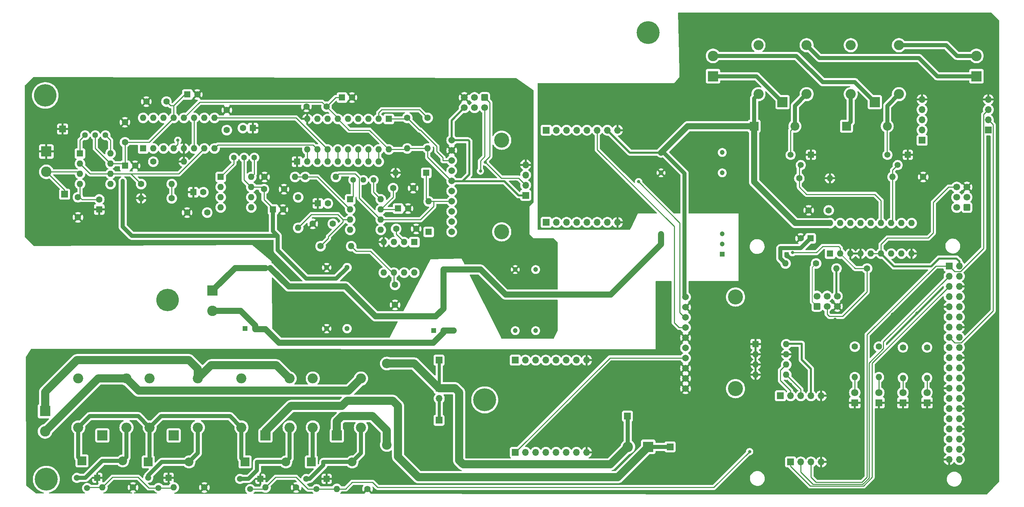
<source format=gbr>
%TF.GenerationSoftware,KiCad,Pcbnew,7.0.6*%
%TF.CreationDate,2023-11-08T16:42:47+01:00*%
%TF.ProjectId,mb.2024.0.2,6d622e32-3032-4342-9e30-2e322e6b6963,rev?*%
%TF.SameCoordinates,Original*%
%TF.FileFunction,Copper,L1,Top*%
%TF.FilePolarity,Positive*%
%FSLAX46Y46*%
G04 Gerber Fmt 4.6, Leading zero omitted, Abs format (unit mm)*
G04 Created by KiCad (PCBNEW 7.0.6) date 2023-11-08 16:42:47*
%MOMM*%
%LPD*%
G01*
G04 APERTURE LIST*
G04 Aperture macros list*
%AMRoundRect*
0 Rectangle with rounded corners*
0 $1 Rounding radius*
0 $2 $3 $4 $5 $6 $7 $8 $9 X,Y pos of 4 corners*
0 Add a 4 corners polygon primitive as box body*
4,1,4,$2,$3,$4,$5,$6,$7,$8,$9,$2,$3,0*
0 Add four circle primitives for the rounded corners*
1,1,$1+$1,$2,$3*
1,1,$1+$1,$4,$5*
1,1,$1+$1,$6,$7*
1,1,$1+$1,$8,$9*
0 Add four rect primitives between the rounded corners*
20,1,$1+$1,$2,$3,$4,$5,0*
20,1,$1+$1,$4,$5,$6,$7,0*
20,1,$1+$1,$6,$7,$8,$9,0*
20,1,$1+$1,$8,$9,$2,$3,0*%
G04 Aperture macros list end*
%TA.AperFunction,ComponentPad*%
%ADD10R,2.600000X2.600000*%
%TD*%
%TA.AperFunction,ComponentPad*%
%ADD11C,2.600000*%
%TD*%
%TA.AperFunction,ComponentPad*%
%ADD12C,1.600000*%
%TD*%
%TA.AperFunction,ComponentPad*%
%ADD13R,1.700000X1.700000*%
%TD*%
%TA.AperFunction,ComponentPad*%
%ADD14R,1.600000X1.600000*%
%TD*%
%TA.AperFunction,ComponentPad*%
%ADD15O,1.600000X1.600000*%
%TD*%
%TA.AperFunction,ComponentPad*%
%ADD16C,1.440000*%
%TD*%
%TA.AperFunction,ComponentPad*%
%ADD17O,2.500000X2.500000*%
%TD*%
%TA.AperFunction,ComponentPad*%
%ADD18R,2.500000X2.500000*%
%TD*%
%TA.AperFunction,ComponentPad*%
%ADD19R,1.800000X1.800000*%
%TD*%
%TA.AperFunction,ComponentPad*%
%ADD20C,1.800000*%
%TD*%
%TA.AperFunction,ComponentPad*%
%ADD21R,2.200000X2.200000*%
%TD*%
%TA.AperFunction,ComponentPad*%
%ADD22O,2.200000X2.200000*%
%TD*%
%TA.AperFunction,ComponentPad*%
%ADD23O,1.700000X1.700000*%
%TD*%
%TA.AperFunction,ComponentPad*%
%ADD24RoundRect,0.250000X0.600000X0.600000X-0.600000X0.600000X-0.600000X-0.600000X0.600000X-0.600000X0*%
%TD*%
%TA.AperFunction,ComponentPad*%
%ADD25C,1.700000*%
%TD*%
%TA.AperFunction,ComponentPad*%
%ADD26RoundRect,0.250000X0.600000X-0.600000X0.600000X0.600000X-0.600000X0.600000X-0.600000X-0.600000X0*%
%TD*%
%TA.AperFunction,ComponentPad*%
%ADD27C,5.600000*%
%TD*%
%TA.AperFunction,ComponentPad*%
%ADD28R,1.300000X1.300000*%
%TD*%
%TA.AperFunction,ComponentPad*%
%ADD29C,1.300000*%
%TD*%
%TA.AperFunction,ComponentPad*%
%ADD30R,1.500000X1.500000*%
%TD*%
%TA.AperFunction,ComponentPad*%
%ADD31C,1.500000*%
%TD*%
%TA.AperFunction,ComponentPad*%
%ADD32RoundRect,0.250000X-0.600000X0.600000X-0.600000X-0.600000X0.600000X-0.600000X0.600000X0.600000X0*%
%TD*%
%TA.AperFunction,ComponentPad*%
%ADD33C,5.700000*%
%TD*%
%TA.AperFunction,ComponentPad*%
%ADD34C,1.665000*%
%TD*%
%TA.AperFunction,ComponentPad*%
%ADD35C,3.750000*%
%TD*%
%TA.AperFunction,ComponentPad*%
%ADD36R,1.200000X1.200000*%
%TD*%
%TA.AperFunction,ComponentPad*%
%ADD37C,1.200000*%
%TD*%
%TA.AperFunction,ComponentPad*%
%ADD38C,2.400000*%
%TD*%
%TA.AperFunction,ComponentPad*%
%ADD39O,2.400000X2.400000*%
%TD*%
%TA.AperFunction,ViaPad*%
%ADD40C,0.800000*%
%TD*%
%TA.AperFunction,Conductor*%
%ADD41C,2.000000*%
%TD*%
%TA.AperFunction,Conductor*%
%ADD42C,0.250000*%
%TD*%
%TA.AperFunction,Conductor*%
%ADD43C,0.500000*%
%TD*%
%TA.AperFunction,Conductor*%
%ADD44C,1.000000*%
%TD*%
%TA.AperFunction,Conductor*%
%ADD45C,1.500000*%
%TD*%
%TA.AperFunction,Conductor*%
%ADD46C,0.200000*%
%TD*%
%TA.AperFunction,Conductor*%
%ADD47C,0.750000*%
%TD*%
G04 APERTURE END LIST*
D10*
%TO.P,J9,1,Pin_1*%
%TO.N,+12V_TX_bat*%
X187695000Y-48545000D03*
D11*
%TO.P,J9,2,Pin_2*%
%TO.N,GND_TX_bat*%
X187695000Y-43465000D03*
%TD*%
D12*
%TO.P,C17,1*%
%TO.N,-12V_A*%
X61682000Y-82550000D03*
%TO.P,C17,2*%
%TO.N,GNDA*%
X56682000Y-82550000D03*
%TD*%
D13*
%TO.P,J18,1,Pin_1*%
%TO.N,/Vmn_measurement/Electrode_M*%
X26162000Y-77978000D03*
%TD*%
D14*
%TO.P,U9,1,VOS*%
%TO.N,Net-(RV3-Pad3)*%
X65034000Y-73670000D03*
D15*
%TO.P,U9,2,-*%
%TO.N,Net-(U9--)*%
X65034000Y-76210000D03*
%TO.P,U9,3,+*%
%TO.N,Net-(U9-+)*%
X65034000Y-78750000D03*
%TO.P,U9,4,V-*%
%TO.N,-12V_A*%
X65034000Y-81290000D03*
%TO.P,U9,5,NC*%
%TO.N,unconnected-(U9-NC-Pad5)*%
X72654000Y-81290000D03*
%TO.P,U9,6*%
%TO.N,Net-(U9--)*%
X72654000Y-78750000D03*
%TO.P,U9,7,V+*%
%TO.N,+12V_A*%
X72654000Y-76210000D03*
%TO.P,U9,8,VOS*%
%TO.N,Net-(RV3-Pad1)*%
X72654000Y-73670000D03*
%TD*%
D14*
%TO.P,C21,1*%
%TO.N,GNDA*%
X73064379Y-61468000D03*
D12*
%TO.P,C21,2*%
%TO.N,-12V_A*%
X70564379Y-61468000D03*
%TD*%
D16*
%TO.P,RV3,1,1*%
%TO.N,Net-(RV3-Pad1)*%
X73406000Y-68834000D03*
%TO.P,RV3,2,2*%
%TO.N,+12V_A*%
X70866000Y-68834000D03*
%TO.P,RV3,3,3*%
%TO.N,Net-(RV3-Pad3)*%
X68326000Y-68834000D03*
%TD*%
D12*
%TO.P,R6,1*%
%TO.N,GNDD*%
X43180000Y-151130000D03*
D15*
%TO.P,R6,2*%
%TO.N,GP1*%
X35560000Y-151130000D03*
%TD*%
D10*
%TO.P,J1,1,Pin_1*%
%TO.N,/Relay_switch_dsp/out_12v_DSP*%
X253305000Y-48545000D03*
D11*
%TO.P,J1,2,Pin_2*%
%TO.N,/Relay_switch_dsp/out_GND_DSP*%
X253305000Y-43465000D03*
%TD*%
D12*
%TO.P,R1,1*%
%TO.N,GNDD*%
X240030000Y-73660000D03*
D15*
%TO.P,R1,2*%
%TO.N,GP2*%
X232410000Y-73660000D03*
%TD*%
D12*
%TO.P,R4,1*%
%TO.N,Net-(U6--)*%
X86106000Y-73660000D03*
D15*
%TO.P,R4,2*%
%TO.N,Net-(D5-A)*%
X93726000Y-73660000D03*
%TD*%
D17*
%TO.P,K6,5*%
%TO.N,5VD*%
X87980000Y-136167500D03*
%TO.P,K6,4*%
%TO.N,unconnected-(K6-Pad4)*%
X87980000Y-123967500D03*
%TO.P,K6,3*%
%TO.N,/Current_injection_and_measurement/B*%
X99980000Y-123967500D03*
%TO.P,K6,2*%
%TO.N,Net-(D12-A)*%
X99980000Y-136167500D03*
D18*
%TO.P,K6,1*%
%TO.N,Net-(J14-Pin_2)*%
X93980000Y-138167500D03*
%TD*%
D19*
%TO.P,LED10-OHMPI-MEASURE,1,K*%
%TO.N,GNDD*%
X235000000Y-130000000D03*
D20*
%TO.P,LED10-OHMPI-MEASURE,2,A*%
%TO.N,Net-(LED10-OHMPI-MEASURE1-A)*%
X235000000Y-127460000D03*
%TD*%
D12*
%TO.P,R3,1*%
%TO.N,Net-(U6-+)*%
X89916000Y-90932000D03*
D15*
%TO.P,R3,2*%
%TO.N,Net-(U7-VOUT)*%
X97536000Y-90932000D03*
%TD*%
D18*
%TO.P,K1,1*%
%TO.N,GND_TX_bat*%
X228000000Y-55000000D03*
D17*
%TO.P,K1,2*%
%TO.N,Net-(D1-A)*%
X234000000Y-53000000D03*
%TO.P,K1,3*%
%TO.N,/Relay_switch_dsp/out_GND_DSP*%
X234000000Y-40800000D03*
%TO.P,K1,4*%
%TO.N,unconnected-(K1-Pad4)*%
X222000000Y-40800000D03*
%TO.P,K1,5*%
%TO.N,5VD*%
X222000000Y-53000000D03*
%TD*%
D13*
%TO.P,J20,1,Pin_1*%
%TO.N,Net-(J14-Pin_2)*%
X119430000Y-134380000D03*
%TD*%
D18*
%TO.P,K4,1*%
%TO.N,/Current_injection_and_measurement/Input_DSP_+_alim*%
X76200000Y-138167500D03*
D17*
%TO.P,K4,2*%
%TO.N,Net-(D10-A)*%
X82200000Y-136167500D03*
%TO.P,K4,3*%
%TO.N,/Current_injection_and_measurement/A*%
X82200000Y-123967500D03*
%TO.P,K4,4*%
%TO.N,unconnected-(K4-Pad4)*%
X70200000Y-123967500D03*
%TO.P,K4,5*%
%TO.N,5VD*%
X70200000Y-136167500D03*
%TD*%
D14*
%TO.P,U7,1,NC*%
%TO.N,unconnected-(U7-NC-Pad1)*%
X113274000Y-89926000D03*
D15*
%TO.P,U7,2,VIN*%
%TO.N,+12V_A*%
X110734000Y-89926000D03*
%TO.P,U7,3,TEMP*%
%TO.N,unconnected-(U7-TEMP-Pad3)*%
X108194000Y-89926000D03*
%TO.P,U7,4,GND*%
%TO.N,GNDA*%
X105654000Y-89926000D03*
%TO.P,U7,5,TRIM*%
%TO.N,unconnected-(U7-TRIM-Pad5)*%
X105654000Y-97546000D03*
%TO.P,U7,6,VOUT*%
%TO.N,Net-(U7-VOUT)*%
X108194000Y-97546000D03*
%TO.P,U7,7,NC*%
%TO.N,unconnected-(U7-NC-Pad7)*%
X110734000Y-97546000D03*
%TO.P,U7,8,NC*%
%TO.N,unconnected-(U7-NC-Pad8)*%
X113274000Y-97546000D03*
%TD*%
D14*
%TO.P,D5,1,K*%
%TO.N,5VA*%
X116840000Y-87376000D03*
D15*
%TO.P,D5,2,A*%
%TO.N,Net-(D5-A)*%
X116840000Y-79756000D03*
%TD*%
D21*
%TO.P,D10,1,K*%
%TO.N,5VD*%
X71120000Y-144780000D03*
D22*
%TO.P,D10,2,A*%
%TO.N,Net-(D10-A)*%
X81280000Y-144780000D03*
%TD*%
D12*
%TO.P,R2,1*%
%TO.N,GP3*%
X209190000Y-74000000D03*
D15*
%TO.P,R2,2*%
%TO.N,GNDD*%
X216810000Y-74000000D03*
%TD*%
D13*
%TO.P,J23,1,Pin_1*%
%TO.N,unconnected-(J23-Pin_1-Pad1)*%
X204475000Y-128270000D03*
D23*
%TO.P,J23,2,Pin_2*%
%TO.N,SCL1*%
X207015000Y-128270000D03*
%TO.P,J23,3,Pin_3*%
%TO.N,SDA1*%
X209555000Y-128270000D03*
%TO.P,J23,4,Pin_4*%
%TO.N,5VD*%
X212095000Y-128270000D03*
%TO.P,J23,5,Pin_5*%
%TO.N,GNDD*%
X214635000Y-128270000D03*
%TD*%
D14*
%TO.P,U2,1,VOS*%
%TO.N,Net-(RV1-Pad3)*%
X29972000Y-67818000D03*
D15*
%TO.P,U2,2,-*%
%TO.N,Net-(U2--)*%
X29972000Y-70358000D03*
%TO.P,U2,3,+*%
%TO.N,/Vmn_measurement/Electrode_M*%
X29972000Y-72898000D03*
%TO.P,U2,4,V-*%
%TO.N,-12V_A*%
X29972000Y-75438000D03*
%TO.P,U2,5,NC*%
%TO.N,unconnected-(U2-NC-Pad5)*%
X37592000Y-75438000D03*
%TO.P,U2,6*%
%TO.N,Net-(U2--)*%
X37592000Y-72898000D03*
%TO.P,U2,7,V+*%
%TO.N,+12V_A*%
X37592000Y-70358000D03*
%TO.P,U2,8,VOS*%
%TO.N,Net-(RV1-Pad1)*%
X37592000Y-67818000D03*
%TD*%
%TO.P,R12,2*%
%TO.N,Net-(LED11-OHMPI-STACK1-A)*%
X229000000Y-123620000D03*
D12*
%TO.P,R12,1*%
%TO.N,GP6*%
X229000000Y-116000000D03*
%TD*%
D10*
%TO.P,J11,1,Pin_1*%
%TO.N,GNDA*%
X21590000Y-67310000D03*
D11*
%TO.P,J11,2,Pin_2*%
%TO.N,/Vmn_measurement/Electrode_M*%
X21590000Y-72390000D03*
%TD*%
D13*
%TO.P,J4,1,Pin_1*%
%TO.N,unconnected-(J4-Pin_1-Pad1)*%
X146125000Y-85000000D03*
D23*
%TO.P,J4,2,Pin_2*%
%TO.N,unconnected-(J4-Pin_2-Pad2)*%
X148665000Y-85000000D03*
%TO.P,J4,3,Pin_3*%
%TO.N,unconnected-(J4-Pin_3-Pad3)*%
X151205000Y-85000000D03*
%TO.P,J4,4,Pin_4*%
%TO.N,unconnected-(J4-Pin_4-Pad4)*%
X153745000Y-85000000D03*
%TO.P,J4,5,Pin_5*%
%TO.N,unconnected-(J4-Pin_5-Pad5)*%
X156285000Y-85000000D03*
%TO.P,J4,6,Pin_6*%
%TO.N,unconnected-(J4-Pin_6-Pad6)*%
X158825000Y-85000000D03*
%TO.P,J4,7,Pin_7*%
%TO.N,unconnected-(J4-Pin_7-Pad7)*%
X161365000Y-85000000D03*
%TO.P,J4,8,Pin_8*%
%TO.N,GNDD*%
X163905000Y-85000000D03*
%TD*%
D12*
%TO.P,R13,1*%
%TO.N,GP7*%
X223000000Y-116000000D03*
D15*
%TO.P,R13,2*%
%TO.N,Net-(LED12-LOW-TX-BATTERY1-A)*%
X223000000Y-123620000D03*
%TD*%
D13*
%TO.P,J6,1,Pin_1*%
%TO.N,unconnected-(J6-Pin_1-Pad1)*%
X146125000Y-62000000D03*
D23*
%TO.P,J6,2,Pin_2*%
%TO.N,unconnected-(J6-Pin_2-Pad2)*%
X148665000Y-62000000D03*
%TO.P,J6,3,Pin_3*%
%TO.N,unconnected-(J6-Pin_3-Pad3)*%
X151205000Y-62000000D03*
%TO.P,J6,4,Pin_4*%
%TO.N,unconnected-(J6-Pin_4-Pad4)*%
X153745000Y-62000000D03*
%TO.P,J6,5,Pin_5*%
%TO.N,SCL1*%
X156285000Y-62000000D03*
%TO.P,J6,6,Pin_6*%
%TO.N,SDA1*%
X158825000Y-62000000D03*
%TO.P,J6,7,Pin_7*%
%TO.N,5VD*%
X161365000Y-62000000D03*
%TO.P,J6,8,Pin_8*%
%TO.N,GNDD*%
X163905000Y-62000000D03*
%TD*%
D13*
%TO.P,J5,1,Pin_1*%
%TO.N,5VA*%
X141000000Y-78250000D03*
D23*
%TO.P,J5,2,Pin_2*%
%TO.N,SCL2*%
X141000000Y-75710000D03*
%TO.P,J5,3,Pin_3*%
%TO.N,SDA2*%
X141000000Y-73170000D03*
%TO.P,J5,4,Pin_4*%
%TO.N,GNDA*%
X141000000Y-70630000D03*
%TD*%
D12*
%TO.P,C4,1*%
%TO.N,-12V_A*%
X29464000Y-78730000D03*
%TO.P,C4,2*%
%TO.N,GNDA*%
X29464000Y-83730000D03*
%TD*%
D24*
%TO.P,J13,1,Pin_1*%
%TO.N,SCL3*%
X250942500Y-81285000D03*
D25*
%TO.P,J13,2,Pin_2*%
%TO.N,unconnected-(J13-Pin_2-Pad2)*%
X248402500Y-81285000D03*
%TO.P,J13,3,Pin_3*%
%TO.N,SDA3*%
X250942500Y-78745000D03*
%TO.P,J13,4,Pin_4*%
%TO.N,unconnected-(J13-Pin_4-Pad4)*%
X248402500Y-78745000D03*
%TO.P,J13,5,Pin_5*%
%TO.N,GNDD*%
X250942500Y-76205000D03*
%TO.P,J13,6,Pin_6*%
%TO.N,5VD*%
X248402500Y-76205000D03*
%TD*%
D14*
%TO.P,U1,1,SCL*%
%TO.N,SCL1*%
X216850000Y-92800000D03*
D15*
%TO.P,U1,2,SDA*%
%TO.N,SDA1*%
X219390000Y-92800000D03*
%TO.P,U1,3,A2*%
%TO.N,GNDD*%
X221930000Y-92800000D03*
%TO.P,U1,4,A1*%
X224470000Y-92800000D03*
%TO.P,U1,5,A0*%
%TO.N,5VD*%
X227010000Y-92800000D03*
%TO.P,U1,6,~{RESET}*%
X229550000Y-92800000D03*
%TO.P,U1,7,NC*%
%TO.N,unconnected-(U1-NC-Pad7)*%
X232090000Y-92800000D03*
%TO.P,U1,8,INT*%
%TO.N,unconnected-(U1-INT-Pad8)*%
X234630000Y-92800000D03*
%TO.P,U1,9,VSS*%
%TO.N,GNDD*%
X237170000Y-92800000D03*
%TO.P,U1,10,GP0*%
%TO.N,GP0*%
X237170000Y-85180000D03*
%TO.P,U1,11,GP1*%
%TO.N,GP1*%
X234630000Y-85180000D03*
%TO.P,U1,12,GP2*%
%TO.N,GP2*%
X232090000Y-85180000D03*
%TO.P,U1,13,GP3*%
%TO.N,GP3*%
X229550000Y-85180000D03*
%TO.P,U1,14,GP4*%
%TO.N,GP4*%
X227010000Y-85180000D03*
%TO.P,U1,15,GP5*%
%TO.N,GP5*%
X224470000Y-85180000D03*
%TO.P,U1,16,GP6*%
%TO.N,GP6*%
X221930000Y-85180000D03*
%TO.P,U1,17,GP7*%
%TO.N,GP7*%
X219390000Y-85180000D03*
%TO.P,U1,18,VDD*%
%TO.N,5VD*%
X216850000Y-85180000D03*
%TD*%
D26*
%TO.P,J8,1,Pin_1*%
%TO.N,SCL1*%
X213560000Y-105937500D03*
D25*
%TO.P,J8,2,Pin_2*%
%TO.N,unconnected-(J8-Pin_2-Pad2)*%
X213560000Y-103397500D03*
%TO.P,J8,3,Pin_3*%
%TO.N,SDA1*%
X216100000Y-105937500D03*
%TO.P,J8,4,Pin_4*%
%TO.N,unconnected-(J8-Pin_4-Pad4)*%
X216100000Y-103397500D03*
%TO.P,J8,5,Pin_5*%
%TO.N,GNDD*%
X218640000Y-105937500D03*
%TO.P,J8,6,Pin_6*%
%TO.N,5VD*%
X218640000Y-103397500D03*
%TD*%
D27*
%TO.P,REF04,1*%
%TO.N,N/C*%
X51816000Y-104394000D03*
%TD*%
D14*
%TO.P,U3,1,A0*%
%TO.N,GNDD*%
X198305000Y-115385000D03*
D15*
%TO.P,U3,2,A1*%
X198305000Y-117925000D03*
%TO.P,U3,3,A2*%
X198305000Y-120465000D03*
%TO.P,U3,4,GND*%
X198305000Y-123005000D03*
%TO.P,U3,5,SDA*%
%TO.N,SDA1*%
X205925000Y-123005000D03*
%TO.P,U3,6,SCL*%
%TO.N,SCL1*%
X205925000Y-120465000D03*
%TO.P,U3,7,WP*%
%TO.N,GNDD*%
X205925000Y-117925000D03*
%TO.P,U3,8,VCC*%
%TO.N,5VD*%
X205925000Y-115385000D03*
%TD*%
D28*
%TO.P,PS1,1,ON/OFF*%
%TO.N,unconnected-(PS1-ON{slash}OFF-Pad1)*%
X71120000Y-111506000D03*
D29*
%TO.P,PS1,2,-VIN(GND)*%
%TO.N,GNDPWR*%
X73660000Y-111506000D03*
%TO.P,PS1,3,-VIN(GND)*%
X76200000Y-111506000D03*
%TO.P,PS1,9,COMMON*%
%TO.N,GNDA*%
X91440000Y-111506000D03*
%TO.P,PS1,11,-VOUT*%
%TO.N,-12V_A*%
X96520000Y-111506000D03*
%TO.P,PS1,14,+VOUT*%
%TO.N,+12V_A*%
X96520000Y-96266000D03*
%TO.P,PS1,16,COMMON*%
%TO.N,GNDA*%
X91440000Y-96266000D03*
%TO.P,PS1,22,+VIN(VCC)*%
%TO.N,+12V*%
X76200000Y-96266000D03*
%TO.P,PS1,23,+VIN(VCC)*%
X73660000Y-96266000D03*
%TD*%
D13*
%TO.P,J14,1,Pin_1*%
%TO.N,/Current_injection_and_measurement/Input_DSP_GND_alim*%
X119475000Y-126395000D03*
D23*
%TO.P,J14,2,Pin_2*%
%TO.N,Net-(J14-Pin_2)*%
X119475000Y-128935000D03*
%TD*%
D12*
%TO.P,R19,1*%
%TO.N,Net-(R19-Pad1)*%
X48245000Y-69860000D03*
D15*
%TO.P,R19,2*%
%TO.N,GNDA*%
X55865000Y-69860000D03*
%TD*%
D30*
%TO.P,Q6,1*%
%TO.N,GNDD*%
X91450000Y-149010000D03*
D31*
%TO.P,Q6,2*%
%TO.N,GP0*%
X88910000Y-151550000D03*
%TO.P,Q6,3*%
%TO.N,Net-(D12-A)*%
X86370000Y-149010000D03*
%TD*%
D32*
%TO.P,J24,1,Pin_1*%
%TO.N,SCL2*%
X130810000Y-53857500D03*
D25*
%TO.P,J24,2,Pin_2*%
%TO.N,SDA2*%
X130810000Y-56397500D03*
%TO.P,J24,3,Pin_3*%
%TO.N,unconnected-(J24-Pin_3-Pad3)*%
X128270000Y-53857500D03*
%TO.P,J24,4,Pin_4*%
%TO.N,unconnected-(J24-Pin_4-Pad4)*%
X128270000Y-56397500D03*
%TO.P,J24,5,Pin_5*%
%TO.N,GNDA*%
X125730000Y-53857500D03*
%TO.P,J24,6,Pin_6*%
%TO.N,5VA*%
X125730000Y-56397500D03*
%TD*%
D14*
%TO.P,C6,1*%
%TO.N,GNDA*%
X34788000Y-81778000D03*
D12*
%TO.P,C6,2*%
%TO.N,-12V_A*%
X34788000Y-79278000D03*
%TD*%
%TO.P,R21,1*%
%TO.N,SCL2*%
X111506000Y-58928000D03*
D15*
%TO.P,R21,2*%
%TO.N,5VA*%
X111506000Y-66548000D03*
%TD*%
D11*
%TO.P,J3,2,Pin_2*%
%TO.N,/Current_injection_and_measurement/B*%
X21285000Y-137155000D03*
D10*
%TO.P,J3,1,Pin_1*%
%TO.N,/Current_injection_and_measurement/A*%
X21285000Y-132075000D03*
%TD*%
D14*
%TO.P,D6,1,K*%
%TO.N,Net-(D5-A)*%
X116232077Y-72644000D03*
D15*
%TO.P,D6,2,A*%
%TO.N,GNDA*%
X108612077Y-72644000D03*
%TD*%
D30*
%TO.P,Q5,1*%
%TO.N,GNDD*%
X52080000Y-148700000D03*
D31*
%TO.P,Q5,2*%
%TO.N,GP1*%
X49540000Y-151240000D03*
%TO.P,Q5,3*%
%TO.N,Net-(D11-A)*%
X47000000Y-148700000D03*
%TD*%
D16*
%TO.P,RV2,1,1*%
%TO.N,Net-(RV2-Pad1)*%
X103124000Y-74422000D03*
%TO.P,RV2,2,2*%
%TO.N,+12V_A*%
X100584000Y-74422000D03*
%TO.P,RV2,3,3*%
%TO.N,Net-(RV2-Pad3)*%
X98044000Y-74422000D03*
%TD*%
D30*
%TO.P,Q1,1*%
%TO.N,GNDD*%
X236230000Y-68160000D03*
D31*
%TO.P,Q1,2*%
%TO.N,GP2*%
X233690000Y-70700000D03*
%TO.P,Q1,3*%
%TO.N,Net-(D1-A)*%
X231150000Y-68160000D03*
%TD*%
D12*
%TO.P,R15,1*%
%TO.N,GNDD*%
X60960000Y-151130000D03*
D15*
%TO.P,R15,2*%
%TO.N,GP1*%
X53340000Y-151130000D03*
%TD*%
D12*
%TO.P,R23,1*%
%TO.N,Net-(U2--)*%
X45212000Y-75438000D03*
D15*
%TO.P,R23,2*%
%TO.N,Net-(R23-Pad2)*%
X52832000Y-75438000D03*
%TD*%
D12*
%TO.P,C15,1*%
%TO.N,+12V_A*%
X75819621Y-76708000D03*
%TO.P,C15,2*%
%TO.N,GNDA*%
X80819621Y-76708000D03*
%TD*%
%TO.P,C5,1*%
%TO.N,+12V_A*%
X41178000Y-65014000D03*
%TO.P,C5,2*%
%TO.N,GNDA*%
X41178000Y-60014000D03*
%TD*%
D14*
%TO.P,C2,1*%
%TO.N,5VD*%
X212000000Y-89000000D03*
D12*
%TO.P,C2,2*%
%TO.N,GNDD*%
X209500000Y-89000000D03*
%TD*%
D10*
%TO.P,J2,1,Pin_1*%
%TO.N,/Current_injection_and_measurement/Input_DSP_+_alim*%
X171545000Y-141000000D03*
D11*
%TO.P,J2,2,Pin_2*%
%TO.N,/Current_injection_and_measurement/Input_DSP_GND_alim*%
X166465000Y-141000000D03*
%TD*%
D14*
%TO.P,C3,1*%
%TO.N,+12V_A*%
X41235621Y-70866000D03*
D12*
%TO.P,C3,2*%
%TO.N,GNDA*%
X43735621Y-70866000D03*
%TD*%
%TO.P,R18,1*%
%TO.N,SDA1*%
X226060000Y-96520000D03*
D15*
%TO.P,R18,2*%
%TO.N,5VD*%
X218440000Y-96520000D03*
%TD*%
D14*
%TO.P,RN1,1,common*%
%TO.N,GNDA*%
X84074000Y-69850000D03*
D15*
%TO.P,RN1,2,R1*%
%TO.N,MNGP0*%
X86614000Y-69850000D03*
%TO.P,RN1,3,R2*%
%TO.N,MNGP1*%
X89154000Y-69850000D03*
%TO.P,RN1,4,R3*%
%TO.N,MNGP2*%
X91694000Y-69850000D03*
%TO.P,RN1,5,R4*%
%TO.N,Net-(RN1-R4)*%
X94234000Y-69850000D03*
%TO.P,RN1,6,R5*%
%TO.N,Net-(RN1-R5)*%
X96774000Y-69850000D03*
%TO.P,RN1,7,R6*%
%TO.N,Net-(RN1-R6)*%
X99314000Y-69850000D03*
%TO.P,RN1,8,R7*%
%TO.N,Net-(RN1-R7)*%
X101854000Y-69850000D03*
%TO.P,RN1,9,R8*%
%TO.N,Net-(RN1-R8)*%
X104394000Y-69850000D03*
%TD*%
D12*
%TO.P,R17,1*%
%TO.N,SCL1*%
X213360000Y-95250000D03*
D15*
%TO.P,R17,2*%
%TO.N,5VD*%
X205740000Y-95250000D03*
%TD*%
D12*
%TO.P,C22,1*%
%TO.N,Net-(U7-VOUT)*%
X108458000Y-100584000D03*
%TO.P,C22,2*%
%TO.N,GNDA*%
X108458000Y-105584000D03*
%TD*%
%TO.P,R5,1*%
%TO.N,Net-(U9--)*%
X84328000Y-78740000D03*
D15*
%TO.P,R5,2*%
%TO.N,Net-(U6-+)*%
X84328000Y-86360000D03*
%TD*%
D27*
%TO.P,REF05,1*%
%TO.N,N/C*%
X21336000Y-53340000D03*
%TD*%
D19*
%TO.P,LED9-OHMPI-RUN,1,K*%
%TO.N,GNDD*%
X241000000Y-130000000D03*
D20*
%TO.P,LED9-OHMPI-RUN,2,A*%
%TO.N,Net-(LED9-OHMPI-RUN-1-A)*%
X241000000Y-127460000D03*
%TD*%
D21*
%TO.P,D11,1,K*%
%TO.N,5VD*%
X46990000Y-144780000D03*
D22*
%TO.P,D11,2,A*%
%TO.N,Net-(D11-A)*%
X57150000Y-144780000D03*
%TD*%
D21*
%TO.P,D2,1,K*%
%TO.N,5VD*%
X197920000Y-61000000D03*
D22*
%TO.P,D2,2,A*%
%TO.N,Net-(D2-A)*%
X208080000Y-61000000D03*
%TD*%
D12*
%TO.P,R7,1*%
%TO.N,GNDD*%
X83820000Y-151130000D03*
D15*
%TO.P,R7,2*%
%TO.N,GP0*%
X76200000Y-151130000D03*
%TD*%
D33*
%TO.P,REF\u002A\u002A,1*%
%TO.N,N/C*%
X21590000Y-149098000D03*
%TD*%
D34*
%TO.P,U5,1,A3*%
%TO.N,GNDD*%
X180848000Y-126492000D03*
%TO.P,U5,2,A2*%
X180848000Y-123952000D03*
%TO.P,U5,3,A1*%
X180848000Y-121412000D03*
%TO.P,U5,4,A0*%
%TO.N,AN*%
X180848000Y-118872000D03*
%TO.P,U5,5,ALRT*%
%TO.N,unconnected-(U5-ALRT-Pad5)*%
X180848000Y-116332000D03*
%TO.P,U5,6,ADDR*%
%TO.N,GNDD*%
X180848000Y-113792000D03*
%TO.P,U5,7,SDA*%
%TO.N,SDA1*%
X180848000Y-111252000D03*
%TO.P,U5,8,SCL*%
%TO.N,SCL1*%
X180848000Y-108712000D03*
%TO.P,U5,9,GND*%
%TO.N,GNDD*%
X180848000Y-106172000D03*
%TO.P,U5,10,VDD*%
%TO.N,5VD*%
X180848000Y-103632000D03*
D35*
%TO.P,U5,MH1,MH1*%
%TO.N,unconnected-(U5-PadMH1)*%
X193294000Y-103632000D03*
%TO.P,U5,MH2,MH2*%
%TO.N,unconnected-(U5-PadMH2)*%
X193294000Y-126492000D03*
%TD*%
D13*
%TO.P,J12,1,Pin_1*%
%TO.N,AN*%
X138430000Y-142380000D03*
D23*
%TO.P,J12,2,Pin_2*%
%TO.N,unconnected-(J12-Pin_2-Pad2)*%
X140970000Y-142380000D03*
%TO.P,J12,3,Pin_3*%
%TO.N,unconnected-(J12-Pin_3-Pad3)*%
X143510000Y-142380000D03*
%TO.P,J12,4,Pin_4*%
%TO.N,unconnected-(J12-Pin_4-Pad4)*%
X146050000Y-142380000D03*
%TO.P,J12,5,Pin_5*%
%TO.N,unconnected-(J12-Pin_5-Pad5)*%
X148590000Y-142380000D03*
%TO.P,J12,6,Pin_6*%
%TO.N,unconnected-(J12-Pin_6-Pad6)*%
X151130000Y-142380000D03*
%TO.P,J12,7,Pin_7*%
%TO.N,unconnected-(J12-Pin_7-Pad7)*%
X153670000Y-142380000D03*
%TO.P,J12,8,Pin_8*%
%TO.N,GNDD*%
X156210000Y-142380000D03*
%TD*%
D14*
%TO.P,C12,1*%
%TO.N,+12V_A*%
X56729621Y-53086000D03*
D12*
%TO.P,C12,2*%
%TO.N,GNDA*%
X59229621Y-53086000D03*
%TD*%
D13*
%TO.P,J17,1,Pin_1*%
%TO.N,/Current_injection_and_measurement/Input_DSP_GND_alim*%
X119430000Y-119380000D03*
%TD*%
D21*
%TO.P,D12,1,K*%
%TO.N,5VD*%
X87630000Y-144780000D03*
D22*
%TO.P,D12,2,A*%
%TO.N,Net-(D12-A)*%
X97790000Y-144780000D03*
%TD*%
D12*
%TO.P,R22,1*%
%TO.N,SDA2*%
X116586000Y-58928000D03*
D15*
%TO.P,R22,2*%
%TO.N,5VA*%
X116586000Y-66548000D03*
%TD*%
D21*
%TO.P,D1,1,K*%
%TO.N,5VD*%
X220920000Y-61000000D03*
D22*
%TO.P,D1,2,A*%
%TO.N,Net-(D1-A)*%
X231080000Y-61000000D03*
%TD*%
D13*
%TO.P,J19,1,Pin_1*%
%TO.N,GNDA*%
X25654000Y-61722000D03*
%TD*%
D36*
%TO.P,PS3,1,REMOTE_ON/OFF*%
%TO.N,unconnected-(PS3-REMOTE_ON{slash}OFF-Pad1)*%
X189992000Y-92964000D03*
D37*
%TO.P,PS3,2,-VIN_(GND)_1*%
%TO.N,GNDPWR*%
X189992000Y-90424000D03*
%TO.P,PS3,3,-VIN_(GND)_2*%
X189992000Y-87884000D03*
%TO.P,PS3,9,NC*%
%TO.N,unconnected-(PS3-NC-Pad9)*%
X189992000Y-72644000D03*
%TO.P,PS3,11,NC.*%
%TO.N,unconnected-(PS3-NC.-Pad11)*%
X189992000Y-67564000D03*
%TO.P,PS3,14,+VOUT*%
%TO.N,5VD*%
X174752000Y-67564000D03*
%TO.P,PS3,16,-VOUT*%
%TO.N,GNDD*%
X174752000Y-72644000D03*
%TO.P,PS3,22,+VIN_(VCC)_1*%
%TO.N,+12V*%
X174752000Y-87884000D03*
%TO.P,PS3,23,+VIN_(VCC)_2*%
X174752000Y-90424000D03*
%TD*%
D15*
%TO.P,U8,18,VDD*%
%TO.N,5VA*%
X106924000Y-66812000D03*
%TO.P,U8,17,GP7*%
%TO.N,Net-(RN1-R8)*%
X104384000Y-66812000D03*
%TO.P,U8,16,GP6*%
%TO.N,Net-(RN1-R7)*%
X101844000Y-66812000D03*
%TO.P,U8,15,GP5*%
%TO.N,Net-(RN1-R6)*%
X99304000Y-66812000D03*
%TO.P,U8,14,GP4*%
%TO.N,Net-(RN1-R5)*%
X96764000Y-66812000D03*
%TO.P,U8,13,GP3*%
%TO.N,Net-(RN1-R4)*%
X94224000Y-66812000D03*
%TO.P,U8,12,GP2*%
%TO.N,MNGP2*%
X91684000Y-66812000D03*
%TO.P,U8,11,GP1*%
%TO.N,MNGP1*%
X89144000Y-66812000D03*
%TO.P,U8,10,GP0*%
%TO.N,MNGP0*%
X86604000Y-66812000D03*
%TO.P,U8,9,VSS*%
%TO.N,GNDA*%
X86604000Y-59192000D03*
%TO.P,U8,8,INT*%
%TO.N,unconnected-(U8-INT-Pad8)*%
X89144000Y-59192000D03*
%TO.P,U8,7,NC*%
%TO.N,unconnected-(U8-NC-Pad7)*%
X91684000Y-59192000D03*
%TO.P,U8,6,~{RESET}*%
%TO.N,5VA*%
X94224000Y-59192000D03*
%TO.P,U8,5,A0*%
X96764000Y-59192000D03*
%TO.P,U8,4,A1*%
X99304000Y-59192000D03*
%TO.P,U8,3,A2*%
X101844000Y-59192000D03*
%TO.P,U8,2,SDA*%
%TO.N,SDA2*%
X104384000Y-59192000D03*
D14*
%TO.P,U8,1,SCL*%
%TO.N,SCL2*%
X106924000Y-59192000D03*
%TD*%
D19*
%TO.P,LED11-OHMPI-STACK,1,K*%
%TO.N,GNDD*%
X229000000Y-130000000D03*
D20*
%TO.P,LED11-OHMPI-STACK,2,A*%
%TO.N,Net-(LED11-OHMPI-STACK1-A)*%
X229000000Y-127460000D03*
%TD*%
D30*
%TO.P,Q4,1*%
%TO.N,GNDD*%
X74940000Y-149010000D03*
D31*
%TO.P,Q4,2*%
%TO.N,GP0*%
X72400000Y-151550000D03*
%TO.P,Q4,3*%
%TO.N,Net-(D10-A)*%
X69860000Y-149010000D03*
%TD*%
D21*
%TO.P,D9,1,K*%
%TO.N,5VD*%
X30480000Y-144517500D03*
D22*
%TO.P,D9,2,A*%
%TO.N,Net-(D9-A)*%
X40640000Y-144517500D03*
%TD*%
D18*
%TO.P,K2,1*%
%TO.N,+12V_TX_bat*%
X205000000Y-55000000D03*
D17*
%TO.P,K2,2*%
%TO.N,Net-(D2-A)*%
X211000000Y-53000000D03*
%TO.P,K2,3*%
%TO.N,/Relay_switch_dsp/out_12v_DSP*%
X211000000Y-40800000D03*
%TO.P,K2,4*%
%TO.N,unconnected-(K2-Pad4)*%
X199000000Y-40800000D03*
%TO.P,K2,5*%
%TO.N,5VD*%
X199000000Y-53000000D03*
%TD*%
D14*
%TO.P,C14,1*%
%TO.N,5VA*%
X95250000Y-53848000D03*
D12*
%TO.P,C14,2*%
%TO.N,GNDA*%
X97750000Y-53848000D03*
%TD*%
D33*
%TO.P,REF\u002A\u002A,1*%
%TO.N,N/C*%
X171480000Y-37690000D03*
%TD*%
D12*
%TO.P,C11,1*%
%TO.N,+12V_A*%
X108752000Y-86614000D03*
%TO.P,C11,2*%
%TO.N,GNDA*%
X113752000Y-86614000D03*
%TD*%
%TO.P,C7,1*%
%TO.N,+12V_A*%
X107990000Y-76454000D03*
%TO.P,C7,2*%
%TO.N,GNDA*%
X112990000Y-76454000D03*
%TD*%
D13*
%TO.P,J26,1,Pin_1*%
%TO.N,unconnected-(J26-Pin_1-Pad1)*%
X239776000Y-64511000D03*
D23*
%TO.P,J26,2,Pin_2*%
%TO.N,SCL3*%
X239776000Y-61971000D03*
%TO.P,J26,3,Pin_3*%
%TO.N,SDA3*%
X239776000Y-59431000D03*
%TO.P,J26,4,Pin_4*%
%TO.N,5VD*%
X239776000Y-56891000D03*
%TO.P,J26,5,Pin_5*%
%TO.N,GNDD*%
X239776000Y-54351000D03*
%TD*%
D14*
%TO.P,C18,1*%
%TO.N,GNDA*%
X58206000Y-77470000D03*
D12*
%TO.P,C18,2*%
%TO.N,-12V_A*%
X60706000Y-77470000D03*
%TD*%
D14*
%TO.P,C9,1*%
%TO.N,+12V_A*%
X109220000Y-81534000D03*
D12*
%TO.P,C9,2*%
%TO.N,GNDA*%
X111720000Y-81534000D03*
%TD*%
%TO.P,C13,1*%
%TO.N,5VA*%
X91400000Y-56134000D03*
%TO.P,C13,2*%
%TO.N,GNDA*%
X86400000Y-56134000D03*
%TD*%
D30*
%TO.P,Q3,1*%
%TO.N,GNDD*%
X34300000Y-148747500D03*
D31*
%TO.P,Q3,2*%
%TO.N,GP1*%
X31760000Y-151287500D03*
%TO.P,Q3,3*%
%TO.N,Net-(D9-A)*%
X29220000Y-148747500D03*
%TD*%
D14*
%TO.P,C16,1*%
%TO.N,+12V_A*%
X78065621Y-81788000D03*
D12*
%TO.P,C16,2*%
%TO.N,GNDA*%
X80565621Y-81788000D03*
%TD*%
D14*
%TO.P,U6,1,VOS*%
%TO.N,Net-(RV2-Pad3)*%
X97292000Y-79258000D03*
D15*
%TO.P,U6,2,-*%
%TO.N,Net-(U6--)*%
X97292000Y-81798000D03*
%TO.P,U6,3,+*%
%TO.N,Net-(U6-+)*%
X97292000Y-84338000D03*
%TO.P,U6,4,V-*%
%TO.N,-12V_A*%
X97292000Y-86878000D03*
%TO.P,U6,5,NC*%
%TO.N,unconnected-(U6-NC-Pad5)*%
X104912000Y-86878000D03*
%TO.P,U6,6*%
%TO.N,Net-(D5-A)*%
X104912000Y-84338000D03*
%TO.P,U6,7,V+*%
%TO.N,+12V_A*%
X104912000Y-81798000D03*
%TO.P,U6,8,VOS*%
%TO.N,Net-(RV2-Pad1)*%
X104912000Y-79258000D03*
%TD*%
D12*
%TO.P,R16,1*%
%TO.N,GNDD*%
X101600000Y-151500000D03*
D15*
%TO.P,R16,2*%
%TO.N,GP0*%
X93980000Y-151500000D03*
%TD*%
D14*
%TO.P,C10,1*%
%TO.N,GNDA*%
X89241621Y-80264000D03*
D12*
%TO.P,C10,2*%
%TO.N,-12V_A*%
X91741621Y-80264000D03*
%TD*%
%TO.P,R10,1*%
%TO.N,GP4*%
X241000000Y-116190000D03*
D15*
%TO.P,R10,2*%
%TO.N,Net-(LED9-OHMPI-RUN-1-A)*%
X241000000Y-123810000D03*
%TD*%
D12*
%TO.P,R24,1*%
%TO.N,Net-(R23-Pad2)*%
X52832000Y-78994000D03*
D15*
%TO.P,R24,2*%
%TO.N,GNDA*%
X45212000Y-78994000D03*
%TD*%
D13*
%TO.P,J10,1,Pin_1*%
%TO.N,/Current_injection_and_measurement/Input_DSP_+_alim*%
X177000000Y-141000000D03*
%TD*%
D19*
%TO.P,LED12-LOW-TX-BATTERY,1,K*%
%TO.N,GNDD*%
X223000000Y-130000000D03*
D20*
%TO.P,LED12-LOW-TX-BATTERY,2,A*%
%TO.N,Net-(LED12-LOW-TX-BATTERY1-A)*%
X223000000Y-127460000D03*
%TD*%
D13*
%TO.P,J22,1,Pin_1*%
%TO.N,SCL1_3V3*%
X207020000Y-144780000D03*
D23*
%TO.P,J22,2,Pin_2*%
%TO.N,SDA1_3V3*%
X209560000Y-144780000D03*
%TO.P,J22,3,Pin_3*%
%TO.N,3V3*%
X212100000Y-144780000D03*
%TO.P,J22,4,Pin_4*%
%TO.N,GNDD*%
X214640000Y-144780000D03*
%TD*%
D13*
%TO.P,J21,1,Pin_1*%
%TO.N,/Current_injection_and_measurement/Input_DSP_GND_alim*%
X166370000Y-133350000D03*
%TD*%
D12*
%TO.P,C19,1*%
%TO.N,+12V_A*%
X51522000Y-54864000D03*
%TO.P,C19,2*%
%TO.N,GNDA*%
X46522000Y-54864000D03*
%TD*%
%TO.P,C8,1*%
%TO.N,-12V_A*%
X92964000Y-85344000D03*
%TO.P,C8,2*%
%TO.N,GNDA*%
X87964000Y-85344000D03*
%TD*%
%TO.P,C20,1*%
%TO.N,-12V_A*%
X66548000Y-61976000D03*
%TO.P,C20,2*%
%TO.N,GNDA*%
X66548000Y-56976000D03*
%TD*%
D10*
%TO.P,J16,1,Pin_1*%
%TO.N,+12V*%
X63000000Y-102000000D03*
D11*
%TO.P,J16,2,Pin_2*%
%TO.N,GNDPWR*%
X63000000Y-107080000D03*
%TD*%
D12*
%TO.P,R26,1*%
%TO.N,GNDA*%
X75946000Y-73660000D03*
D15*
%TO.P,R26,2*%
%TO.N,Net-(U6--)*%
X83566000Y-73660000D03*
%TD*%
D12*
%TO.P,C1,1*%
%TO.N,5VD*%
X216500000Y-82000000D03*
%TO.P,C1,2*%
%TO.N,GNDD*%
X211500000Y-82000000D03*
%TD*%
D17*
%TO.P,K3,5*%
%TO.N,5VD*%
X29560000Y-136167500D03*
%TO.P,K3,4*%
%TO.N,unconnected-(K3-Pad4)*%
X29560000Y-123967500D03*
%TO.P,K3,3*%
%TO.N,/Current_injection_and_measurement/B*%
X41560000Y-123967500D03*
%TO.P,K3,2*%
%TO.N,Net-(D9-A)*%
X41560000Y-136167500D03*
D18*
%TO.P,K3,1*%
%TO.N,/Current_injection_and_measurement/Input_DSP_+_alim*%
X35560000Y-138167500D03*
%TD*%
D38*
%TO.P,SH1,1*%
%TO.N,Net-(J14-Pin_2)*%
X106430000Y-140540000D03*
D39*
%TO.P,SH1,2*%
%TO.N,/Current_injection_and_measurement/Input_DSP_GND_alim*%
X106430000Y-120220000D03*
%TD*%
D16*
%TO.P,RV1,1,1*%
%TO.N,Net-(RV1-Pad1)*%
X36322000Y-63236000D03*
%TO.P,RV1,2,2*%
%TO.N,+12V_A*%
X33782000Y-63236000D03*
%TO.P,RV1,3,3*%
%TO.N,Net-(RV1-Pad3)*%
X31242000Y-63236000D03*
%TD*%
D33*
%TO.P,REF\u002A\u002A,1*%
%TO.N,N/C*%
X130810000Y-129286000D03*
%TD*%
D12*
%TO.P,R11,1*%
%TO.N,GP5*%
X235000000Y-116190000D03*
D15*
%TO.P,R11,2*%
%TO.N,Net-(LED10-OHMPI-MEASURE1-A)*%
X235000000Y-123810000D03*
%TD*%
D34*
%TO.P,U4,1,A3*%
%TO.N,unconnected-(U4-A3-Pad1)*%
X122600000Y-87376000D03*
%TO.P,U4,2,A2*%
%TO.N,unconnected-(U4-A2-Pad2)*%
X122600000Y-84836000D03*
%TO.P,U4,3,A1*%
%TO.N,unconnected-(U4-A1-Pad3)*%
X122600000Y-82296000D03*
%TO.P,U4,4,A0*%
%TO.N,Net-(D5-A)*%
X122600000Y-79756000D03*
%TO.P,U4,5,ALRT*%
%TO.N,unconnected-(U4-ALRT-Pad5)*%
X122600000Y-77216000D03*
%TO.P,U4,6,ADDR*%
%TO.N,5VA*%
X122600000Y-74676000D03*
%TO.P,U4,7,SDA*%
%TO.N,SDA2*%
X122600000Y-72136000D03*
%TO.P,U4,8,SCL*%
%TO.N,SCL2*%
X122600000Y-69596000D03*
%TO.P,U4,9,GND*%
%TO.N,GNDA*%
X122600000Y-67056000D03*
%TO.P,U4,10,VDD*%
%TO.N,5VA*%
X122600000Y-64516000D03*
D35*
%TO.P,U4,MH1,MH1*%
%TO.N,unconnected-(U4-PadMH1)*%
X135046000Y-64516000D03*
%TO.P,U4,MH2,MH2*%
%TO.N,unconnected-(U4-PadMH2)*%
X135046000Y-87376000D03*
%TD*%
D13*
%TO.P,J15,1,Pin_1*%
%TO.N,unconnected-(J15-Pin_1-Pad1)*%
X138430000Y-119380000D03*
D23*
%TO.P,J15,2,Pin_2*%
%TO.N,unconnected-(J15-Pin_2-Pad2)*%
X140970000Y-119380000D03*
%TO.P,J15,3,Pin_3*%
%TO.N,unconnected-(J15-Pin_3-Pad3)*%
X143510000Y-119380000D03*
%TO.P,J15,4,Pin_4*%
%TO.N,unconnected-(J15-Pin_4-Pad4)*%
X146050000Y-119380000D03*
%TO.P,J15,5,Pin_5*%
%TO.N,unconnected-(J15-Pin_5-Pad5)*%
X148590000Y-119380000D03*
%TO.P,J15,6,Pin_6*%
%TO.N,unconnected-(J15-Pin_6-Pad6)*%
X151130000Y-119380000D03*
%TO.P,J15,7,Pin_7*%
%TO.N,5VD*%
X153670000Y-119380000D03*
%TO.P,J15,8,Pin_8*%
%TO.N,GNDD*%
X156210000Y-119380000D03*
%TD*%
D18*
%TO.P,K5,1*%
%TO.N,Net-(J14-Pin_2)*%
X53340000Y-138167500D03*
D17*
%TO.P,K5,2*%
%TO.N,Net-(D11-A)*%
X59340000Y-136167500D03*
%TO.P,K5,3*%
%TO.N,/Current_injection_and_measurement/A*%
X59340000Y-123967500D03*
%TO.P,K5,4*%
%TO.N,unconnected-(K5-Pad4)*%
X47340000Y-123967500D03*
%TO.P,K5,5*%
%TO.N,5VD*%
X47340000Y-136167500D03*
%TD*%
D14*
%TO.P,U10,1*%
%TO.N,MNGP0*%
X45720000Y-66548000D03*
D15*
%TO.P,U10,2*%
%TO.N,Net-(R19-Pad1)*%
X48260000Y-66548000D03*
%TO.P,U10,3*%
%TO.N,/Vmn_measurement/Electrode_M*%
X50800000Y-66548000D03*
%TO.P,U10,4,V-*%
%TO.N,-12V_A*%
X53340000Y-66548000D03*
%TO.P,U10,5,GND*%
%TO.N,GNDA*%
X55880000Y-66548000D03*
%TO.P,U10,6*%
%TO.N,Net-(U9-+)*%
X58420000Y-66548000D03*
%TO.P,U10,7*%
%TO.N,Net-(U2--)*%
X60960000Y-66548000D03*
%TO.P,U10,8*%
%TO.N,MNGP1*%
X63500000Y-66548000D03*
%TO.P,U10,9*%
%TO.N,MNGP2*%
X63500000Y-58928000D03*
%TO.P,U10,10*%
%TO.N,Net-(R23-Pad2)*%
X60960000Y-58928000D03*
%TO.P,U10,11*%
%TO.N,Net-(U9-+)*%
X58420000Y-58928000D03*
%TO.P,U10,12,VL*%
%TO.N,5VA*%
X55880000Y-58928000D03*
%TO.P,U10,13,V+*%
%TO.N,+12V_A*%
X53340000Y-58928000D03*
%TO.P,U10,14*%
%TO.N,unconnected-(U10-Pad14)*%
X50800000Y-58928000D03*
%TO.P,U10,15*%
%TO.N,unconnected-(U10-Pad15)*%
X48260000Y-58928000D03*
%TO.P,U10,16*%
%TO.N,unconnected-(U10-Pad16)*%
X45720000Y-58928000D03*
%TD*%
D36*
%TO.P,PS2,1,REMOTE_ON/OFF*%
%TO.N,unconnected-(PS2-REMOTE_ON{slash}OFF-Pad1)*%
X118110000Y-112014000D03*
D37*
%TO.P,PS2,2,-VIN_(GND)_1*%
%TO.N,GNDPWR*%
X120650000Y-112014000D03*
%TO.P,PS2,3,-VIN_(GND)_2*%
X123190000Y-112014000D03*
%TO.P,PS2,9,NC*%
%TO.N,unconnected-(PS2-NC-Pad9)*%
X138430000Y-112014000D03*
%TO.P,PS2,11,NC.*%
%TO.N,unconnected-(PS2-NC.-Pad11)*%
X143510000Y-112014000D03*
%TO.P,PS2,14,+VOUT*%
%TO.N,5VA*%
X143510000Y-96774000D03*
%TO.P,PS2,16,-VOUT*%
%TO.N,GNDA*%
X138430000Y-96774000D03*
%TO.P,PS2,22,+VIN_(VCC)_1*%
%TO.N,+12V*%
X123190000Y-96774000D03*
%TO.P,PS2,23,+VIN_(VCC)_2*%
X120650000Y-96774000D03*
%TD*%
D30*
%TO.P,Q2,1*%
%TO.N,GNDD*%
X212100000Y-68160000D03*
D31*
%TO.P,Q2,2*%
%TO.N,GP3*%
X209560000Y-70700000D03*
%TO.P,Q2,3*%
%TO.N,Net-(D2-A)*%
X207020000Y-68160000D03*
%TD*%
D13*
%TO.P,J25,1,Pin_1*%
%TO.N,SCL3_3V3*%
X256286000Y-61976000D03*
D23*
%TO.P,J25,2,Pin_2*%
%TO.N,SDA3_3V3*%
X256286000Y-59436000D03*
%TO.P,J25,3,Pin_3*%
%TO.N,3V3*%
X256286000Y-56896000D03*
%TO.P,J25,4,Pin_4*%
%TO.N,GNDD*%
X256286000Y-54356000D03*
%TD*%
D13*
%TO.P,J7,1,3V3*%
%TO.N,3V3*%
X246500000Y-95900000D03*
D23*
%TO.P,J7,2,5V*%
%TO.N,5VD*%
X249040000Y-95900000D03*
%TO.P,J7,3,SDA/GPIO2*%
%TO.N,SDA1_3V3*%
X246500000Y-98440000D03*
%TO.P,J7,4,5V*%
%TO.N,unconnected-(J7-5V-Pad4)*%
X249040000Y-98440000D03*
%TO.P,J7,5,SCL/GPIO3*%
%TO.N,SCL1_3V3*%
X246500000Y-100980000D03*
%TO.P,J7,6,GND*%
%TO.N,GNDD*%
X249040000Y-100980000D03*
%TO.P,J7,7,GCLK0/GPIO4*%
%TO.N,unconnected-(J7-GCLK0{slash}GPIO4-Pad7)*%
X246500000Y-103520000D03*
%TO.P,J7,8,GPIO14/TXD*%
%TO.N,unconnected-(J7-GPIO14{slash}TXD-Pad8)*%
X249040000Y-103520000D03*
%TO.P,J7,9,GND*%
%TO.N,GNDD*%
X246500000Y-106060000D03*
%TO.P,J7,10,GPIO15/RXD*%
%TO.N,unconnected-(J7-GPIO15{slash}RXD-Pad10)*%
X249040000Y-106060000D03*
%TO.P,J7,11,GPIO17*%
%TO.N,unconnected-(J7-GPIO17-Pad11)*%
X246500000Y-108600000D03*
%TO.P,J7,12,GPIO18/PWM0*%
%TO.N,unconnected-(J7-GPIO18{slash}PWM0-Pad12)*%
X249040000Y-108600000D03*
%TO.P,J7,13,GPIO27*%
%TO.N,unconnected-(J7-GPIO27-Pad13)*%
X246500000Y-111140000D03*
%TO.P,J7,14,GND*%
%TO.N,GNDD*%
X249040000Y-111140000D03*
%TO.P,J7,15,GPIO22*%
%TO.N,SDA3_3V3*%
X246500000Y-113680000D03*
%TO.P,J7,16,GPIO23*%
%TO.N,SCL3_3V3*%
X249040000Y-113680000D03*
%TO.P,J7,17,3V3*%
%TO.N,unconnected-(J7-3V3-Pad17)*%
X246500000Y-116220000D03*
%TO.P,J7,18,GPIO24*%
%TO.N,unconnected-(J7-GPIO24-Pad18)*%
X249040000Y-116220000D03*
%TO.P,J7,19,MOSI0/GPIO10*%
%TO.N,unconnected-(J7-MOSI0{slash}GPIO10-Pad19)*%
X246500000Y-118760000D03*
%TO.P,J7,20,GND*%
%TO.N,GNDD*%
X249040000Y-118760000D03*
%TO.P,J7,21,MISO0/GPIO9*%
%TO.N,unconnected-(J7-MISO0{slash}GPIO9-Pad21)*%
X246500000Y-121300000D03*
%TO.P,J7,22,GPIO25*%
%TO.N,unconnected-(J7-GPIO25-Pad22)*%
X249040000Y-121300000D03*
%TO.P,J7,23,SCLK0/GPIO11*%
%TO.N,unconnected-(J7-SCLK0{slash}GPIO11-Pad23)*%
X246500000Y-123840000D03*
%TO.P,J7,24,~{CE0}/GPIO8*%
%TO.N,unconnected-(J7-~{CE0}{slash}GPIO8-Pad24)*%
X249040000Y-123840000D03*
%TO.P,J7,25,GND*%
%TO.N,GNDD*%
X246500000Y-126380000D03*
%TO.P,J7,26,~{CE1}/GPIO7*%
%TO.N,unconnected-(J7-~{CE1}{slash}GPIO7-Pad26)*%
X249040000Y-126380000D03*
%TO.P,J7,27,ID_SD/GPIO0*%
%TO.N,unconnected-(J7-ID_SD{slash}GPIO0-Pad27)*%
X246500000Y-128920000D03*
%TO.P,J7,28,ID_SC/GPIO1*%
%TO.N,unconnected-(J7-ID_SC{slash}GPIO1-Pad28)*%
X249040000Y-128920000D03*
%TO.P,J7,29,GCLK1/GPIO5*%
%TO.N,unconnected-(J7-GCLK1{slash}GPIO5-Pad29)*%
X246500000Y-131460000D03*
%TO.P,J7,30,GND*%
%TO.N,GNDD*%
X249040000Y-131460000D03*
%TO.P,J7,31,GCLK2/GPIO6*%
%TO.N,unconnected-(J7-GCLK2{slash}GPIO6-Pad31)*%
X246500000Y-134000000D03*
%TO.P,J7,32,PWM0/GPIO12*%
%TO.N,unconnected-(J7-PWM0{slash}GPIO12-Pad32)*%
X249040000Y-134000000D03*
%TO.P,J7,33,PWM1/GPIO13*%
%TO.N,unconnected-(J7-PWM1{slash}GPIO13-Pad33)*%
X246500000Y-136540000D03*
%TO.P,J7,34,GND*%
%TO.N,GNDD*%
X249040000Y-136540000D03*
%TO.P,J7,35,GPIO19/MISO1*%
%TO.N,unconnected-(J7-GPIO19{slash}MISO1-Pad35)*%
X246500000Y-139080000D03*
%TO.P,J7,36,GPIO16*%
%TO.N,unconnected-(J7-GPIO16-Pad36)*%
X249040000Y-139080000D03*
%TO.P,J7,37,GPIO26*%
%TO.N,unconnected-(J7-GPIO26-Pad37)*%
X246500000Y-141620000D03*
%TO.P,J7,38,GPIO20/MOSI1*%
%TO.N,unconnected-(J7-GPIO20{slash}MOSI1-Pad38)*%
X249040000Y-141620000D03*
%TO.P,J7,39,GND*%
%TO.N,GNDD*%
X246500000Y-144160000D03*
%TO.P,J7,40,GPIO21/SCLK1*%
%TO.N,unconnected-(J7-GPIO21{slash}SCLK1-Pad40)*%
X249040000Y-144160000D03*
%TD*%
D40*
%TO.N,GNDD*%
X198120000Y-111760000D03*
X220000000Y-97000000D03*
X209296000Y-94742000D03*
X225806000Y-82804000D03*
X232410000Y-107950000D03*
X227965510Y-82955230D03*
X242000000Y-111000000D03*
X209720000Y-123340000D03*
X238506000Y-107696000D03*
X116430000Y-141380000D03*
X246634000Y-65024000D03*
X183000000Y-75000000D03*
X50038000Y-139827000D03*
X202105000Y-118185000D03*
X234000000Y-83000000D03*
X144000000Y-139000000D03*
X215138000Y-110998000D03*
X222997158Y-82955230D03*
X206970000Y-125470000D03*
X218105000Y-109185000D03*
X248920000Y-60198000D03*
X139430000Y-133380000D03*
X241000000Y-92000000D03*
%TO.N,GNDA*%
X50292000Y-64516000D03*
X137000000Y-100000000D03*
X50038000Y-70612000D03*
X33782000Y-70612000D03*
X127000000Y-63500000D03*
X76962000Y-62230000D03*
X138430000Y-74930000D03*
X72136000Y-71120000D03*
X35814000Y-65278000D03*
X132000000Y-104000000D03*
X102108000Y-79756000D03*
X109300000Y-58170000D03*
X118890000Y-68660000D03*
X39116000Y-71628000D03*
X62992000Y-79502000D03*
X106172000Y-62230000D03*
X46482000Y-68580000D03*
%TO.N,SDA1*%
X207460000Y-92540000D03*
%TO.N,SCL1*%
X169142500Y-74857500D03*
%TO.N,SCL2*%
X131000000Y-70000000D03*
%TO.N,SDA2*%
X129740000Y-72190000D03*
%TO.N,-12V_A*%
X54356000Y-64516000D03*
%TO.N,+12V_A*%
X40640000Y-74676000D03*
%TO.N,GP0*%
X196805000Y-142195000D03*
%TD*%
D41*
%TO.N,/Current_injection_and_measurement/B*%
X96947500Y-127000000D02*
X99980000Y-123967500D01*
X44592500Y-127000000D02*
X96947500Y-127000000D01*
X41560000Y-123967500D02*
X44592500Y-127000000D01*
%TO.N,/Current_injection_and_measurement/Input_DSP_+_alim*%
X163955000Y-148590000D02*
X114300000Y-148590000D01*
X171545000Y-141000000D02*
X163955000Y-148590000D01*
X107950000Y-129540000D02*
X96520000Y-129540000D01*
X114300000Y-148590000D02*
X109220000Y-143510000D01*
X96520000Y-129540000D02*
X95250000Y-130810000D01*
X109220000Y-130810000D02*
X107950000Y-129540000D01*
X109220000Y-143510000D02*
X109220000Y-130810000D01*
X95250000Y-130810000D02*
X82550000Y-130810000D01*
X82550000Y-130810000D02*
X76200000Y-137160000D01*
X76200000Y-137160000D02*
X76200000Y-138167500D01*
D42*
%TO.N,5VD*%
X246385000Y-76205000D02*
X246380000Y-76200000D01*
D43*
X242000000Y-96000000D02*
X244000000Y-94000000D01*
D42*
X241300000Y-88900000D02*
X231140000Y-88900000D01*
D44*
X199000000Y-53000000D02*
X197920000Y-54080000D01*
D42*
X242570000Y-80010000D02*
X242570000Y-87630000D01*
D44*
X47340000Y-136167500D02*
X47340000Y-144430000D01*
X47340000Y-136167500D02*
X50157500Y-133350000D01*
X204470000Y-93980000D02*
X205740000Y-95250000D01*
X197920000Y-54080000D02*
X197920000Y-61000000D01*
X67382500Y-133350000D02*
X70200000Y-136167500D01*
D42*
X242570000Y-87630000D02*
X241300000Y-88900000D01*
D43*
X244000000Y-94000000D02*
X248342081Y-94000000D01*
X212095000Y-121555000D02*
X212095000Y-128270000D01*
X229550000Y-92800000D02*
X232750000Y-96000000D01*
X232750000Y-96000000D02*
X242000000Y-96000000D01*
X174760000Y-67600000D02*
X166965000Y-67600000D01*
D42*
X229550000Y-90490000D02*
X229550000Y-92800000D01*
D43*
X218440000Y-103197500D02*
X218640000Y-103397500D01*
D44*
X87980000Y-136167500D02*
X87980000Y-144430000D01*
D42*
X248402500Y-76205000D02*
X246385000Y-76205000D01*
D45*
X181360000Y-61000000D02*
X174760000Y-67600000D01*
D43*
X205994000Y-115316000D02*
X209804000Y-115316000D01*
D44*
X70200000Y-143860000D02*
X71120000Y-144780000D01*
D43*
X209804000Y-115316000D02*
X209804000Y-119264000D01*
D44*
X209560000Y-91440000D02*
X204470000Y-91440000D01*
X44522500Y-133350000D02*
X47340000Y-136167500D01*
X29560000Y-143597500D02*
X30480000Y-144517500D01*
X180571000Y-72771000D02*
X175400000Y-67600000D01*
X222000000Y-59920000D02*
X220920000Y-61000000D01*
X87980000Y-144430000D02*
X87630000Y-144780000D01*
D42*
X246380000Y-76200000D02*
X242570000Y-80010000D01*
D43*
X205925000Y-115385000D02*
X205994000Y-115316000D01*
D45*
X197920000Y-61000000D02*
X181360000Y-61000000D01*
D44*
X212000000Y-89000000D02*
X209560000Y-91440000D01*
D42*
X229550000Y-92800000D02*
X227010000Y-92800000D01*
D43*
X166965000Y-67600000D02*
X161365000Y-62000000D01*
D44*
X180571000Y-103570000D02*
X180571000Y-72771000D01*
D43*
X249040000Y-94697919D02*
X249040000Y-95900000D01*
D44*
X50157500Y-133350000D02*
X67382500Y-133350000D01*
X70200000Y-136167500D02*
X70200000Y-143860000D01*
X204470000Y-91440000D02*
X204470000Y-93980000D01*
D45*
X216850000Y-85180000D02*
X208180000Y-85180000D01*
X197920000Y-74920000D02*
X197920000Y-61000000D01*
D43*
X209804000Y-119264000D02*
X212095000Y-121555000D01*
X248342081Y-94000000D02*
X249040000Y-94697919D01*
D44*
X29560000Y-136167500D02*
X29560000Y-143597500D01*
D45*
X208180000Y-85180000D02*
X197920000Y-74920000D01*
D44*
X29560000Y-136167500D02*
X32377500Y-133350000D01*
X222000000Y-53000000D02*
X222000000Y-59920000D01*
X47340000Y-144430000D02*
X46990000Y-144780000D01*
D42*
X231140000Y-88900000D02*
X229550000Y-90490000D01*
D43*
X218440000Y-96520000D02*
X218440000Y-103197500D01*
D44*
X32377500Y-133350000D02*
X44522500Y-133350000D01*
D42*
%TO.N,SDA1*%
X213460000Y-92540000D02*
X215000000Y-91000000D01*
X178000000Y-86000000D02*
X178000000Y-110000000D01*
X223110000Y-96520000D02*
X222820489Y-96230489D01*
X215000000Y-91000000D02*
X219000000Y-91000000D01*
D46*
X222820489Y-96230489D02*
X219390000Y-92800000D01*
D42*
X216100000Y-107896000D02*
X216100000Y-105937500D01*
X219390000Y-91390000D02*
X219390000Y-92800000D01*
X207460000Y-92540000D02*
X213460000Y-92540000D01*
X179190000Y-111190000D02*
X180571000Y-111190000D01*
X226060000Y-102362000D02*
X219964000Y-108458000D01*
X219000000Y-91000000D02*
X219390000Y-91390000D01*
X226060000Y-96520000D02*
X226060000Y-102362000D01*
X158825000Y-66825000D02*
X178000000Y-86000000D01*
X219964000Y-108458000D02*
X216662000Y-108458000D01*
X216662000Y-108458000D02*
X216100000Y-107896000D01*
X178000000Y-110000000D02*
X179190000Y-111190000D01*
X158825000Y-62000000D02*
X158825000Y-66825000D01*
X226060000Y-96520000D02*
X223110000Y-96520000D01*
X209555000Y-126635000D02*
X205925000Y-123005000D01*
X209555000Y-128270000D02*
X209555000Y-126635000D01*
%TO.N,SCL1*%
X179413989Y-107492989D02*
X179413989Y-85128989D01*
X207015000Y-128270000D02*
X207015000Y-127005000D01*
X204470000Y-124460000D02*
X204470000Y-121920000D01*
D46*
X213360000Y-95250000D02*
X212410000Y-96200000D01*
X212410000Y-96200000D02*
X212410000Y-104787500D01*
D42*
X207015000Y-127005000D02*
X204470000Y-124460000D01*
X180571000Y-108650000D02*
X179413989Y-107492989D01*
D46*
X212410000Y-104787500D02*
X213560000Y-105937500D01*
D42*
X204470000Y-121920000D02*
X205925000Y-120465000D01*
X179413989Y-85128989D02*
X169142500Y-74857500D01*
%TO.N,SCL2*%
X131000000Y-70000000D02*
X134960000Y-73960000D01*
X132080000Y-68580000D02*
X130810000Y-69850000D01*
X114554000Y-61976000D02*
X111506000Y-58928000D01*
X122600000Y-69596000D02*
X120396000Y-69596000D01*
X120396000Y-68834000D02*
X118872000Y-67310000D01*
X114808000Y-61976000D02*
X114554000Y-61976000D01*
X139250000Y-73960000D02*
X141000000Y-75710000D01*
X111242000Y-59192000D02*
X111506000Y-58928000D01*
X118872000Y-66040000D02*
X114808000Y-61976000D01*
X134960000Y-73960000D02*
X139250000Y-73960000D01*
X120396000Y-69596000D02*
X120396000Y-68834000D01*
X130810000Y-53857500D02*
X132080000Y-55127500D01*
X106924000Y-59192000D02*
X111242000Y-59192000D01*
X132080000Y-55127500D02*
X132080000Y-68580000D01*
X118872000Y-67310000D02*
X118872000Y-66040000D01*
%TO.N,SDA2*%
X104384000Y-59192000D02*
X104384000Y-57668000D01*
X130810000Y-56397500D02*
X130810000Y-68580000D01*
X104384000Y-57668000D02*
X105156000Y-56896000D01*
X129740000Y-69650000D02*
X130810000Y-68580000D01*
X114554000Y-56896000D02*
X116586000Y-58928000D01*
X105156000Y-56896000D02*
X114554000Y-56896000D01*
X129740000Y-72190000D02*
X129740000Y-69650000D01*
%TO.N,AN*%
X162000000Y-118810000D02*
X138430000Y-142380000D01*
X180571000Y-118810000D02*
X162000000Y-118810000D01*
%TO.N,Net-(U7-VOUT)*%
X108194000Y-100320000D02*
X108458000Y-100584000D01*
X107726000Y-97546000D02*
X108194000Y-97546000D01*
X108194000Y-97546000D02*
X108194000Y-100320000D01*
X102362000Y-92182000D02*
X98786000Y-92182000D01*
X102362000Y-92182000D02*
X107726000Y-97546000D01*
X98786000Y-92182000D02*
X97536000Y-90932000D01*
%TO.N,3V3*%
X255111000Y-91490701D02*
X255111000Y-58071000D01*
X224790000Y-149860000D02*
X213360000Y-149860000D01*
X212100000Y-148600000D02*
X212100000Y-144780000D01*
X246500000Y-95900000D02*
X243190000Y-95900000D01*
X243190000Y-95900000D02*
X226060000Y-113030000D01*
X226060000Y-113030000D02*
X226060000Y-148590000D01*
X213360000Y-149860000D02*
X212100000Y-148600000D01*
X249336701Y-97265000D02*
X247865000Y-97265000D01*
X226060000Y-148590000D02*
X224790000Y-149860000D01*
X255111000Y-91490701D02*
X249336701Y-97265000D01*
X247865000Y-97265000D02*
X246500000Y-95900000D01*
X255111000Y-58071000D02*
X256286000Y-56896000D01*
%TO.N,Net-(D1-A)*%
X231000000Y-68160000D02*
X231000000Y-61080000D01*
D44*
X231080000Y-61000000D02*
X231080000Y-55920000D01*
X231080000Y-55920000D02*
X234000000Y-53000000D01*
D42*
X231000000Y-61080000D02*
X231080000Y-61000000D01*
D44*
%TO.N,Net-(D2-A)*%
X208080000Y-61000000D02*
X208080000Y-55920000D01*
D42*
X207000000Y-62080000D02*
X208080000Y-61000000D01*
D44*
X208080000Y-55920000D02*
X211000000Y-53000000D01*
D42*
X207000000Y-68160000D02*
X207000000Y-62080000D01*
%TO.N,Net-(D5-A)*%
X99539000Y-73885000D02*
X99539000Y-78965000D01*
X118110000Y-79756000D02*
X122517000Y-79756000D01*
X114798000Y-84338000D02*
X104912000Y-84338000D01*
X118110000Y-79756000D02*
X118110000Y-81026000D01*
X99539000Y-78965000D02*
X104912000Y-84338000D01*
X118110000Y-81026000D02*
X114798000Y-84338000D01*
X116232077Y-79148077D02*
X116840000Y-79756000D01*
X93726000Y-73660000D02*
X94488000Y-72898000D01*
X122517000Y-79756000D02*
X122571000Y-79810000D01*
X116232077Y-72644000D02*
X116232077Y-79148077D01*
X116840000Y-79756000D02*
X118110000Y-79756000D01*
X94488000Y-72898000D02*
X98552000Y-72898000D01*
X98552000Y-72898000D02*
X99539000Y-73885000D01*
D44*
%TO.N,Net-(D9-A)*%
X40640000Y-144517500D02*
X35560000Y-144517500D01*
X35560000Y-144517500D02*
X31330000Y-148747500D01*
X41560000Y-143597500D02*
X40640000Y-144517500D01*
X41560000Y-136167500D02*
X41560000Y-143597500D01*
X31330000Y-148747500D02*
X29220000Y-148747500D01*
%TO.N,Net-(D10-A)*%
X74090000Y-144780000D02*
X81280000Y-144780000D01*
X82200000Y-143860000D02*
X81280000Y-144780000D01*
X82200000Y-136167500D02*
X82200000Y-143860000D01*
X74090000Y-146890000D02*
X74090000Y-144780000D01*
X69860000Y-149010000D02*
X71970000Y-149010000D01*
X71970000Y-149010000D02*
X74090000Y-146890000D01*
D42*
%TO.N,Net-(LED10-OHMPI-MEASURE1-A)*%
X235000000Y-123810000D02*
X235000000Y-127460000D01*
D44*
%TO.N,Net-(D11-A)*%
X59340000Y-136167500D02*
X59340000Y-142590000D01*
X59340000Y-142590000D02*
X57150000Y-144780000D01*
X50390000Y-144780000D02*
X47000000Y-148170000D01*
X57150000Y-144780000D02*
X50390000Y-144780000D01*
D42*
%TO.N,Net-(LED11-OHMPI-STACK1-A)*%
X229000000Y-123620000D02*
X229000000Y-127460000D01*
D44*
%TO.N,Net-(D12-A)*%
X90600000Y-144780000D02*
X90600000Y-145620000D01*
X90600000Y-145620000D02*
X87210000Y-149010000D01*
X99980000Y-142590000D02*
X97790000Y-144780000D01*
X87210000Y-149010000D02*
X86370000Y-149010000D01*
X99980000Y-136167500D02*
X99980000Y-142590000D01*
X97790000Y-144780000D02*
X90600000Y-144780000D01*
D42*
%TO.N,Net-(LED12-LOW-TX-BATTERY1-A)*%
X223000000Y-123620000D02*
X223000000Y-127460000D01*
D44*
%TO.N,/Relay_switch_dsp/out_12v_DSP*%
X243545000Y-48545000D02*
X239000000Y-44000000D01*
X214200000Y-44000000D02*
X211000000Y-40800000D01*
X253305000Y-48545000D02*
X243545000Y-48545000D01*
X239000000Y-44000000D02*
X214200000Y-44000000D01*
%TO.N,/Relay_switch_dsp/out_GND_DSP*%
X245800000Y-40800000D02*
X248465000Y-43465000D01*
X248465000Y-43465000D02*
X253305000Y-43465000D01*
X234000000Y-40800000D02*
X245800000Y-40800000D01*
%TO.N,/Current_injection_and_measurement/Input_DSP_+_alim*%
X171545000Y-141000000D02*
X177000000Y-141000000D01*
D41*
%TO.N,/Current_injection_and_measurement/Input_DSP_GND_alim*%
X119475000Y-126395000D02*
X123445000Y-126395000D01*
X124430000Y-127380000D02*
X124430000Y-144380000D01*
X166465000Y-141000000D02*
X162085000Y-145380000D01*
X123445000Y-126395000D02*
X124430000Y-127380000D01*
X124430000Y-144380000D02*
X125430000Y-145380000D01*
X106430000Y-120220000D02*
X113300000Y-120220000D01*
D47*
X119475000Y-119425000D02*
X119430000Y-119380000D01*
D41*
X113445000Y-120365000D02*
X119475000Y-126395000D01*
D44*
X166465000Y-141000000D02*
X166465000Y-133445000D01*
X166465000Y-133445000D02*
X166370000Y-133350000D01*
D41*
X162085000Y-145380000D02*
X125430000Y-145380000D01*
D47*
X119475000Y-126395000D02*
X119475000Y-119425000D01*
D41*
X113300000Y-120220000D02*
X113445000Y-120365000D01*
D44*
%TO.N,+12V_TX_bat*%
X187695000Y-48545000D02*
X198545000Y-48545000D01*
X198545000Y-48545000D02*
X205000000Y-55000000D01*
%TO.N,GND_TX_bat*%
X187695000Y-43465000D02*
X208465000Y-43465000D01*
X223000000Y-50000000D02*
X228000000Y-55000000D01*
X208465000Y-43465000D02*
X215000000Y-50000000D01*
X215000000Y-50000000D02*
X223000000Y-50000000D01*
D42*
%TO.N,/Vmn_measurement/Electrode_M*%
X21590000Y-72390000D02*
X29464000Y-72390000D01*
X29464000Y-72390000D02*
X29972000Y-72898000D01*
X21590000Y-72390000D02*
X26162000Y-76962000D01*
X26162000Y-76962000D02*
X26162000Y-77978000D01*
D45*
%TO.N,GNDPWR*%
X120540000Y-112460000D02*
X120540000Y-112000000D01*
X118000000Y-115000000D02*
X120540000Y-112460000D01*
X76180000Y-111620000D02*
X79560000Y-115000000D01*
X123080000Y-112000000D02*
X120540000Y-112000000D01*
X73640000Y-111620000D02*
X73640000Y-110700762D01*
X73640000Y-110700762D02*
X70019238Y-107080000D01*
X79560000Y-115000000D02*
X118000000Y-115000000D01*
X70019238Y-107080000D02*
X63000000Y-107080000D01*
X73640000Y-111620000D02*
X76180000Y-111620000D01*
%TO.N,+12V*%
X120540000Y-96760000D02*
X123080000Y-96760000D01*
X123080000Y-96760000D02*
X129760000Y-96760000D01*
X118618000Y-108458000D02*
X120540000Y-106536000D01*
X77380000Y-96380000D02*
X82000000Y-101000000D01*
X82000000Y-101000000D02*
X96174000Y-101000000D01*
X96174000Y-101000000D02*
X103632000Y-108458000D01*
X129760000Y-96760000D02*
X136000000Y-103000000D01*
X174760000Y-87920000D02*
X174760000Y-90460000D01*
X162220000Y-103000000D02*
X174760000Y-90460000D01*
X103632000Y-108458000D02*
X118618000Y-108458000D01*
X68620000Y-96380000D02*
X73640000Y-96380000D01*
X136000000Y-103000000D02*
X162220000Y-103000000D01*
X120540000Y-106536000D02*
X120540000Y-96760000D01*
X68620000Y-96380000D02*
X63000000Y-102000000D01*
X73640000Y-96380000D02*
X76180000Y-96380000D01*
D42*
%TO.N,-12V_A*%
X54356000Y-64516000D02*
X54356000Y-65532000D01*
X34788000Y-79278000D02*
X30470000Y-79278000D01*
X54356000Y-65532000D02*
X53340000Y-66548000D01*
X29972000Y-75438000D02*
X29972000Y-78222000D01*
X29972000Y-78222000D02*
X29464000Y-78730000D01*
X29464000Y-78730000D02*
X29922000Y-78730000D01*
X29922000Y-78730000D02*
X30470000Y-79278000D01*
%TO.N,+12V_A*%
X70866000Y-74422000D02*
X70866000Y-68834000D01*
X51522000Y-54864000D02*
X52538000Y-55880000D01*
D44*
X45720000Y-88392000D02*
X42926000Y-88392000D01*
D42*
X53300000Y-55880000D02*
X53340000Y-55920000D01*
D44*
X93820000Y-99060000D02*
X96500000Y-96380000D01*
D42*
X104912000Y-81798000D02*
X108956000Y-81798000D01*
X53340000Y-55920000D02*
X53340000Y-58928000D01*
X40727621Y-70358000D02*
X41235621Y-70866000D01*
X108752000Y-87944000D02*
X110734000Y-89926000D01*
X37592000Y-70358000D02*
X40727621Y-70358000D01*
X72654000Y-76210000D02*
X70866000Y-74422000D01*
X108752000Y-86614000D02*
X108752000Y-87944000D01*
X33782000Y-63236000D02*
X33782000Y-66548000D01*
X41178000Y-65014000D02*
X41178000Y-70808379D01*
X75819621Y-79288000D02*
X78065621Y-81534000D01*
D44*
X79248000Y-91948000D02*
X86360000Y-99060000D01*
X78065621Y-87209621D02*
X78065621Y-81534000D01*
D42*
X52538000Y-55880000D02*
X53300000Y-55880000D01*
X72654000Y-76210000D02*
X75321621Y-76210000D01*
X108956000Y-81798000D02*
X109220000Y-81534000D01*
X33782000Y-66548000D02*
X37592000Y-70358000D01*
X107990000Y-78720000D02*
X104912000Y-81798000D01*
D44*
X79248000Y-88392000D02*
X78065621Y-87209621D01*
D42*
X75819621Y-76708000D02*
X75819621Y-79288000D01*
D44*
X79248000Y-88392000D02*
X79248000Y-91948000D01*
D42*
X41178000Y-65014000D02*
X47254000Y-65014000D01*
D44*
X42926000Y-88392000D02*
X40640000Y-86106000D01*
D42*
X41178000Y-70808379D02*
X41235621Y-70866000D01*
X56094000Y-53086000D02*
X53300000Y-55880000D01*
X75321621Y-76210000D02*
X75819621Y-76708000D01*
D44*
X86360000Y-99060000D02*
X93820000Y-99060000D01*
D42*
X56729621Y-53086000D02*
X56094000Y-53086000D01*
X107990000Y-76454000D02*
X107990000Y-78720000D01*
D44*
X40640000Y-86106000D02*
X40640000Y-74676000D01*
D42*
X47254000Y-65014000D02*
X53340000Y-58928000D01*
D44*
X79248000Y-88392000D02*
X45720000Y-88392000D01*
D43*
%TO.N,5VA*%
X122571000Y-64570000D02*
X122571000Y-59556500D01*
D42*
X59799000Y-55009000D02*
X55880000Y-58928000D01*
X111242000Y-66812000D02*
X111506000Y-66548000D01*
D43*
X127000000Y-73000000D02*
X127000000Y-64770000D01*
D42*
X95250000Y-53848000D02*
X93686000Y-53848000D01*
X116586000Y-68745000D02*
X122571000Y-74730000D01*
X97028000Y-61996000D02*
X102108000Y-61996000D01*
D43*
X141000000Y-78250000D02*
X139230978Y-78250000D01*
D42*
X116586000Y-66548000D02*
X111506000Y-66548000D01*
X91400000Y-56134000D02*
X94224000Y-58958000D01*
D43*
X122571000Y-74730000D02*
X125270000Y-74730000D01*
D42*
X116586000Y-66548000D02*
X116586000Y-68745000D01*
X91400000Y-56134000D02*
X90275000Y-55009000D01*
D43*
X127000000Y-64770000D02*
X126746000Y-64516000D01*
D42*
X90275000Y-55009000D02*
X59799000Y-55009000D01*
D43*
X135710978Y-74730000D02*
X122571000Y-74730000D01*
D42*
X93686000Y-53848000D02*
X91400000Y-56134000D01*
D43*
X122571000Y-59556500D02*
X125730000Y-56397500D01*
D42*
X106924000Y-66812000D02*
X111242000Y-66812000D01*
X102108000Y-61996000D02*
X106924000Y-66812000D01*
X94224000Y-58958000D02*
X94224000Y-59192000D01*
D43*
X125270000Y-74730000D02*
X127000000Y-73000000D01*
X139230978Y-78250000D02*
X135710978Y-74730000D01*
D42*
X97028000Y-61996000D02*
X94224000Y-59192000D01*
D43*
X126746000Y-64516000D02*
X122600000Y-64516000D01*
D42*
%TO.N,GP2*%
X232410000Y-73660000D02*
X232410000Y-84860000D01*
X233690000Y-70700000D02*
X232410000Y-71980000D01*
X232410000Y-71980000D02*
X232410000Y-73660000D01*
X232410000Y-84860000D02*
X232090000Y-85180000D01*
%TO.N,GP3*%
X209190000Y-74000000D02*
X209190000Y-71070000D01*
X209190000Y-74000000D02*
X209190000Y-76190000D01*
X209190000Y-76190000D02*
X211000000Y-78000000D01*
X209190000Y-71070000D02*
X209560000Y-70700000D01*
X211000000Y-78000000D02*
X228000000Y-78000000D01*
X229550000Y-79550000D02*
X229550000Y-85180000D01*
X209540000Y-71110000D02*
X209550000Y-71120000D01*
X209550000Y-71120000D02*
X209190000Y-71480000D01*
X228000000Y-78000000D02*
X229550000Y-79550000D01*
%TO.N,GP0*%
X187870000Y-151130000D02*
X104140000Y-151130000D01*
X196805000Y-142195000D02*
X187870000Y-151130000D01*
X72400000Y-151550000D02*
X75780000Y-151550000D01*
X78740000Y-148590000D02*
X83820000Y-148590000D01*
X97790000Y-149860000D02*
X96150000Y-151500000D01*
X76200000Y-151130000D02*
X78740000Y-148590000D01*
X104140000Y-151130000D02*
X102870000Y-149860000D01*
X88960000Y-151500000D02*
X88910000Y-151550000D01*
X93980000Y-151500000D02*
X88960000Y-151500000D01*
X86780000Y-151550000D02*
X88910000Y-151550000D01*
X75780000Y-151550000D02*
X76200000Y-151130000D01*
X96150000Y-151500000D02*
X93980000Y-151500000D01*
X102870000Y-149860000D02*
X97790000Y-149860000D01*
X83820000Y-148590000D02*
X86780000Y-151550000D01*
%TO.N,GP1*%
X47100000Y-151240000D02*
X44450000Y-148590000D01*
X53230000Y-151240000D02*
X53340000Y-151130000D01*
X31917500Y-151130000D02*
X31760000Y-151287500D01*
X49540000Y-151240000D02*
X47100000Y-151240000D01*
X44450000Y-148590000D02*
X38100000Y-148590000D01*
X49540000Y-151240000D02*
X53230000Y-151240000D01*
X35560000Y-151130000D02*
X31917500Y-151130000D01*
X38100000Y-148590000D02*
X35560000Y-151130000D01*
D41*
%TO.N,Net-(J14-Pin_2)*%
X102870000Y-133350000D02*
X95250000Y-133350000D01*
D45*
X119475000Y-134335000D02*
X119430000Y-134380000D01*
D41*
X106430000Y-136910000D02*
X102870000Y-133350000D01*
X93980000Y-134620000D02*
X93980000Y-138167500D01*
X106430000Y-140540000D02*
X106430000Y-136910000D01*
X95250000Y-133350000D02*
X93980000Y-134620000D01*
D47*
X119475000Y-128935000D02*
X119475000Y-134335000D01*
D41*
%TO.N,/Current_injection_and_measurement/A*%
X59340000Y-121570000D02*
X59340000Y-123967500D01*
X78882500Y-120650000D02*
X62657500Y-120650000D01*
X29210000Y-119380000D02*
X57150000Y-119380000D01*
X21285000Y-132075000D02*
X21285000Y-127305000D01*
X21285000Y-127305000D02*
X29210000Y-119380000D01*
X82200000Y-123967500D02*
X78882500Y-120650000D01*
X57150000Y-119380000D02*
X59340000Y-121570000D01*
X62657500Y-120650000D02*
X59340000Y-123967500D01*
%TO.N,/Current_injection_and_measurement/B*%
X21285000Y-137155000D02*
X34488000Y-123952000D01*
X34488000Y-123952000D02*
X34798000Y-123952000D01*
X34782500Y-123967500D02*
X41560000Y-123967500D01*
D42*
%TO.N,Net-(RV1-Pad1)*%
X37592000Y-67818000D02*
X37592000Y-64506000D01*
X37592000Y-64506000D02*
X36322000Y-63236000D01*
%TO.N,Net-(RV1-Pad3)*%
X29972000Y-67818000D02*
X29972000Y-64506000D01*
X29972000Y-64506000D02*
X31242000Y-63236000D01*
%TO.N,Net-(RV2-Pad1)*%
X103124000Y-77470000D02*
X104912000Y-79258000D01*
X103124000Y-74422000D02*
X103124000Y-77470000D01*
%TO.N,Net-(RV2-Pad3)*%
X98044000Y-78506000D02*
X97292000Y-79258000D01*
X98044000Y-74422000D02*
X98044000Y-78506000D01*
%TO.N,Net-(U6-+)*%
X94234000Y-83058000D02*
X87630000Y-83058000D01*
X95514000Y-84853705D02*
X91875031Y-88492674D01*
X95514000Y-84338000D02*
X95514000Y-84853705D01*
X87630000Y-83058000D02*
X84328000Y-86360000D01*
X95514000Y-84338000D02*
X94234000Y-83058000D01*
X97292000Y-84338000D02*
X95514000Y-84338000D01*
X91875031Y-88972969D02*
X89916000Y-90932000D01*
X91875031Y-88492674D02*
X91875031Y-88972969D01*
%TO.N,Net-(U6--)*%
X89154000Y-73660000D02*
X97292000Y-81798000D01*
X83566000Y-73660000D02*
X86106000Y-73660000D01*
X86106000Y-73660000D02*
X89154000Y-73660000D01*
%TO.N,Net-(U2--)*%
X32512000Y-72898000D02*
X29972000Y-70358000D01*
X60960000Y-66548000D02*
X54610000Y-72898000D01*
X42672000Y-72898000D02*
X45212000Y-75438000D01*
X37592000Y-72898000D02*
X32512000Y-72898000D01*
X37592000Y-72898000D02*
X42672000Y-72898000D01*
X54610000Y-72898000D02*
X37592000Y-72898000D01*
%TO.N,Net-(RN1-R4)*%
X94224000Y-69840000D02*
X94234000Y-69850000D01*
X94224000Y-66812000D02*
X94224000Y-69840000D01*
%TO.N,Net-(RN1-R5)*%
X96764000Y-69840000D02*
X96774000Y-69850000D01*
X96764000Y-66812000D02*
X96764000Y-69840000D01*
%TO.N,SDA1_3V3*%
X224976396Y-150310000D02*
X212540000Y-150310000D01*
X246500000Y-98440000D02*
X230125000Y-114815000D01*
X226510000Y-120080991D02*
X226510000Y-148776396D01*
X230125000Y-116465991D02*
X226510000Y-120080991D01*
X209560000Y-147330000D02*
X209560000Y-144780000D01*
X230125000Y-114815000D02*
X230125000Y-116465991D01*
X212540000Y-150310000D02*
X209560000Y-147330000D01*
X226510000Y-148776396D02*
X224976396Y-150310000D01*
%TO.N,SCL1_3V3*%
X207020000Y-145880000D02*
X211900000Y-150760000D01*
X227330000Y-120150000D02*
X246500000Y-100980000D01*
X227330000Y-148592792D02*
X227330000Y-120150000D01*
X225162792Y-150760000D02*
X227330000Y-148592792D01*
X207020000Y-144780000D02*
X207020000Y-145880000D01*
X211900000Y-150760000D02*
X225162792Y-150760000D01*
%TO.N,Net-(RN1-R6)*%
X99304000Y-69840000D02*
X99314000Y-69850000D01*
X99304000Y-66812000D02*
X99304000Y-69840000D01*
%TO.N,Net-(RN1-R7)*%
X101844000Y-69840000D02*
X101854000Y-69850000D01*
X101844000Y-66812000D02*
X101844000Y-69840000D01*
%TO.N,Net-(RN1-R8)*%
X104384000Y-69840000D02*
X104394000Y-69850000D01*
X104384000Y-66812000D02*
X104384000Y-69840000D01*
%TO.N,Net-(R23-Pad2)*%
X52832000Y-78994000D02*
X52832000Y-75438000D01*
%TO.N,MNGP0*%
X86604000Y-66812000D02*
X86604000Y-69840000D01*
X86604000Y-69840000D02*
X86614000Y-69850000D01*
%TO.N,MNGP1*%
X64361000Y-65687000D02*
X63500000Y-66548000D01*
X89144000Y-66812000D02*
X89144000Y-69840000D01*
X88019000Y-65687000D02*
X64361000Y-65687000D01*
X89144000Y-69840000D02*
X89154000Y-69850000D01*
X89144000Y-66812000D02*
X88019000Y-65687000D01*
%TO.N,MNGP2*%
X83800000Y-58928000D02*
X63500000Y-58928000D01*
X91684000Y-66812000D02*
X83800000Y-58928000D01*
X91684000Y-69840000D02*
X91694000Y-69850000D01*
X91684000Y-66812000D02*
X91684000Y-69840000D01*
%TO.N,SDA3_3V3*%
X257461000Y-107110701D02*
X249526701Y-115045000D01*
X247865000Y-115045000D02*
X246500000Y-113680000D01*
X257461000Y-60611000D02*
X256286000Y-59436000D01*
X249526701Y-115045000D02*
X247865000Y-115045000D01*
X257461000Y-107110701D02*
X257461000Y-60611000D01*
%TO.N,Net-(RV3-Pad1)*%
X73406000Y-68834000D02*
X73406000Y-72918000D01*
X73406000Y-72918000D02*
X72654000Y-73670000D01*
%TO.N,Net-(RV3-Pad3)*%
X68326000Y-70378000D02*
X65034000Y-73670000D01*
X68326000Y-68834000D02*
X68326000Y-70378000D01*
%TO.N,Net-(U9-+)*%
X58420000Y-58928000D02*
X58420000Y-66548000D01*
%TO.N,Net-(LED9-OHMPI-RUN-1-A)*%
X241000000Y-123810000D02*
X241000000Y-127460000D01*
%TD*%
%TA.AperFunction,Conductor*%
%TO.N,GNDA*%
G36*
X129254643Y-98038502D02*
G01*
X129275617Y-98055405D01*
X135057629Y-103837417D01*
X135062331Y-103842679D01*
X135086681Y-103873213D01*
X135086684Y-103873215D01*
X135086686Y-103873218D01*
X135117624Y-103900248D01*
X135138475Y-103918465D01*
X135141573Y-103921361D01*
X135150059Y-103929848D01*
X135150065Y-103929853D01*
X135150073Y-103929861D01*
X135182630Y-103957041D01*
X135241080Y-104008108D01*
X135257276Y-104022258D01*
X135257278Y-104022260D01*
X135257279Y-104022261D01*
X135257282Y-104022263D01*
X135260980Y-104024472D01*
X135277096Y-104035908D01*
X135280407Y-104038672D01*
X135359693Y-104083660D01*
X135366642Y-104087603D01*
X135451738Y-104138447D01*
X135451744Y-104138449D01*
X135451750Y-104138453D01*
X135455781Y-104139966D01*
X135473695Y-104148347D01*
X135477434Y-104150468D01*
X135571016Y-104183214D01*
X135663839Y-104218051D01*
X135668067Y-104218818D01*
X135687197Y-104223868D01*
X135691254Y-104225288D01*
X135789205Y-104240801D01*
X135837969Y-104249650D01*
X135886733Y-104258500D01*
X135891034Y-104258500D01*
X135910743Y-104260051D01*
X135913051Y-104260416D01*
X135915000Y-104260725D01*
X136014137Y-104258500D01*
X148874000Y-104258500D01*
X148942121Y-104278502D01*
X148988614Y-104332158D01*
X149000000Y-104384500D01*
X149000000Y-111970255D01*
X148986698Y-112026603D01*
X148147703Y-113704595D01*
X148034826Y-113930349D01*
X147986471Y-113982333D01*
X147922128Y-114000000D01*
X135077872Y-114000000D01*
X135009751Y-113979998D01*
X134965174Y-113930349D01*
X134860749Y-113721498D01*
X134007000Y-112014000D01*
X137316751Y-112014000D01*
X137335706Y-112218562D01*
X137391923Y-112416144D01*
X137391929Y-112416160D01*
X137483493Y-112600045D01*
X137483497Y-112600050D01*
X137607297Y-112763990D01*
X137759116Y-112902391D01*
X137759118Y-112902392D01*
X137933782Y-113010540D01*
X138125345Y-113084751D01*
X138327282Y-113122500D01*
X138327285Y-113122500D01*
X138532715Y-113122500D01*
X138532718Y-113122500D01*
X138734655Y-113084751D01*
X138926218Y-113010540D01*
X139100882Y-112902392D01*
X139252701Y-112763991D01*
X139376503Y-112600050D01*
X139376504Y-112600046D01*
X139376506Y-112600045D01*
X139468070Y-112416160D01*
X139468069Y-112416160D01*
X139468074Y-112416152D01*
X139524294Y-112218559D01*
X139543249Y-112014000D01*
X142396751Y-112014000D01*
X142415706Y-112218562D01*
X142471923Y-112416144D01*
X142471929Y-112416160D01*
X142563493Y-112600045D01*
X142563497Y-112600050D01*
X142687297Y-112763990D01*
X142839116Y-112902391D01*
X142839118Y-112902392D01*
X143013782Y-113010540D01*
X143205345Y-113084751D01*
X143407282Y-113122500D01*
X143407285Y-113122500D01*
X143612715Y-113122500D01*
X143612718Y-113122500D01*
X143814655Y-113084751D01*
X144006218Y-113010540D01*
X144180882Y-112902392D01*
X144332701Y-112763991D01*
X144456503Y-112600050D01*
X144456504Y-112600046D01*
X144456506Y-112600045D01*
X144548070Y-112416160D01*
X144548069Y-112416160D01*
X144548074Y-112416152D01*
X144604294Y-112218559D01*
X144623249Y-112014000D01*
X144604294Y-111809441D01*
X144548074Y-111611848D01*
X144546920Y-111609530D01*
X144456506Y-111427954D01*
X144456502Y-111427949D01*
X144332702Y-111264009D01*
X144180883Y-111125608D01*
X144006223Y-111017463D01*
X144006222Y-111017462D01*
X144006218Y-111017460D01*
X143888866Y-110971998D01*
X143814656Y-110943249D01*
X143764170Y-110933811D01*
X143612718Y-110905500D01*
X143407282Y-110905500D01*
X143286119Y-110928149D01*
X143205343Y-110943249D01*
X143062845Y-110998453D01*
X143013782Y-111017460D01*
X143013781Y-111017460D01*
X143013780Y-111017461D01*
X143013776Y-111017463D01*
X142839116Y-111125608D01*
X142687297Y-111264009D01*
X142563497Y-111427949D01*
X142563493Y-111427954D01*
X142471929Y-111611839D01*
X142471923Y-111611855D01*
X142415706Y-111809437D01*
X142396751Y-112014000D01*
X139543249Y-112014000D01*
X139524294Y-111809441D01*
X139468074Y-111611848D01*
X139466920Y-111609530D01*
X139376506Y-111427954D01*
X139376502Y-111427949D01*
X139252702Y-111264009D01*
X139100883Y-111125608D01*
X138926223Y-111017463D01*
X138926222Y-111017462D01*
X138926218Y-111017460D01*
X138808866Y-110971998D01*
X138734656Y-110943249D01*
X138684170Y-110933811D01*
X138532718Y-110905500D01*
X138327282Y-110905500D01*
X138206119Y-110928149D01*
X138125343Y-110943249D01*
X137982845Y-110998453D01*
X137933782Y-111017460D01*
X137933781Y-111017460D01*
X137933780Y-111017461D01*
X137933776Y-111017463D01*
X137759116Y-111125608D01*
X137607297Y-111264009D01*
X137483497Y-111427949D01*
X137483493Y-111427954D01*
X137391929Y-111611839D01*
X137391923Y-111611855D01*
X137335706Y-111809437D01*
X137316751Y-112014000D01*
X134007000Y-112014000D01*
X127100423Y-98200847D01*
X127087850Y-98130975D01*
X127115049Y-98065395D01*
X127173385Y-98024930D01*
X127213122Y-98018500D01*
X129186522Y-98018500D01*
X129254643Y-98038502D01*
G37*
%TD.AperFunction*%
%TA.AperFunction,Conductor*%
G36*
X77969986Y-98750354D02*
G01*
X77977462Y-98757249D01*
X81057629Y-101837417D01*
X81062331Y-101842679D01*
X81086681Y-101873213D01*
X81086684Y-101873215D01*
X81086686Y-101873218D01*
X81114476Y-101897497D01*
X81138475Y-101918465D01*
X81141573Y-101921361D01*
X81150059Y-101929848D01*
X81150065Y-101929853D01*
X81150073Y-101929861D01*
X81182630Y-101957041D01*
X81241080Y-102008108D01*
X81257276Y-102022258D01*
X81257278Y-102022260D01*
X81257279Y-102022261D01*
X81257282Y-102022263D01*
X81260980Y-102024472D01*
X81277096Y-102035908D01*
X81280407Y-102038672D01*
X81280408Y-102038673D01*
X81280410Y-102038674D01*
X81366650Y-102087607D01*
X81451746Y-102138451D01*
X81451747Y-102138451D01*
X81451750Y-102138453D01*
X81455780Y-102139965D01*
X81473689Y-102148343D01*
X81477433Y-102150468D01*
X81524228Y-102166842D01*
X81571023Y-102183217D01*
X81617431Y-102200634D01*
X81663839Y-102218051D01*
X81668067Y-102218818D01*
X81687197Y-102223868D01*
X81691254Y-102225288D01*
X81789205Y-102240801D01*
X81837969Y-102249650D01*
X81886733Y-102258500D01*
X81891034Y-102258500D01*
X81910743Y-102260051D01*
X81913051Y-102260416D01*
X81915000Y-102260725D01*
X82014137Y-102258500D01*
X95600522Y-102258500D01*
X95668643Y-102278502D01*
X95689617Y-102295404D01*
X102689629Y-109295417D01*
X102694331Y-109300679D01*
X102718681Y-109331213D01*
X102718684Y-109331215D01*
X102718686Y-109331218D01*
X102749624Y-109358248D01*
X102770475Y-109376465D01*
X102773573Y-109379361D01*
X102782069Y-109387858D01*
X102782073Y-109387861D01*
X102814623Y-109415036D01*
X102889282Y-109480263D01*
X102892985Y-109482475D01*
X102909099Y-109493910D01*
X102912407Y-109496671D01*
X102912409Y-109496672D01*
X102912410Y-109496673D01*
X102998631Y-109545597D01*
X103083745Y-109596450D01*
X103083746Y-109596451D01*
X103083747Y-109596451D01*
X103083750Y-109596453D01*
X103087780Y-109597965D01*
X103105689Y-109606343D01*
X103109433Y-109608468D01*
X103156228Y-109624842D01*
X103203023Y-109641217D01*
X103228235Y-109650679D01*
X103295839Y-109676051D01*
X103300067Y-109676818D01*
X103319197Y-109681868D01*
X103323254Y-109683288D01*
X103421205Y-109698801D01*
X103441897Y-109702556D01*
X103518733Y-109716500D01*
X103523034Y-109716500D01*
X103542743Y-109718051D01*
X103545051Y-109718416D01*
X103547000Y-109718725D01*
X103646137Y-109716500D01*
X109034333Y-109716500D01*
X109102454Y-109736502D01*
X109148947Y-109790158D01*
X109159051Y-109860432D01*
X109145961Y-109900940D01*
X107170700Y-113673940D01*
X107121384Y-113725013D01*
X107059072Y-113741500D01*
X80133478Y-113741500D01*
X80065357Y-113721498D01*
X80044383Y-113704595D01*
X77917435Y-111577647D01*
X77883409Y-111515335D01*
X77882362Y-111506004D01*
X90277039Y-111506004D01*
X90296840Y-111719688D01*
X90296840Y-111719692D01*
X90355570Y-111926109D01*
X90355571Y-111926111D01*
X90451232Y-112118221D01*
X90458690Y-112128097D01*
X90458691Y-112128097D01*
X91041272Y-111545515D01*
X91054835Y-111631148D01*
X91112359Y-111744045D01*
X91201955Y-111833641D01*
X91314852Y-111891165D01*
X91400482Y-111904727D01*
X90820674Y-112484534D01*
X90921623Y-112547039D01*
X90921630Y-112547042D01*
X91121736Y-112624564D01*
X91121735Y-112624564D01*
X91332697Y-112664000D01*
X91547303Y-112664000D01*
X91758264Y-112624564D01*
X91958370Y-112547042D01*
X91958379Y-112547037D01*
X92059325Y-112484534D01*
X91479518Y-111904727D01*
X91565148Y-111891165D01*
X91678045Y-111833641D01*
X91767641Y-111744045D01*
X91825165Y-111631148D01*
X91838727Y-111545516D01*
X92421308Y-112128097D01*
X92428769Y-112118219D01*
X92524429Y-111926107D01*
X92583159Y-111719692D01*
X92583159Y-111719688D01*
X92602960Y-111506004D01*
X92602960Y-111505999D01*
X95356537Y-111505999D01*
X95376347Y-111719789D01*
X95435100Y-111926283D01*
X95435103Y-111926291D01*
X95530804Y-112118484D01*
X95585929Y-112191481D01*
X95660191Y-112289821D01*
X95818854Y-112434462D01*
X95818856Y-112434463D01*
X95818857Y-112434464D01*
X96001400Y-112547489D01*
X96133780Y-112598774D01*
X96201598Y-112625047D01*
X96201603Y-112625049D01*
X96412649Y-112664500D01*
X96412651Y-112664500D01*
X96627349Y-112664500D01*
X96627351Y-112664500D01*
X96838397Y-112625049D01*
X97038600Y-112547489D01*
X97221143Y-112434464D01*
X97379810Y-112289820D01*
X97509196Y-112118484D01*
X97604897Y-111926291D01*
X97663653Y-111719786D01*
X97683463Y-111506000D01*
X97663653Y-111292214D01*
X97659441Y-111277412D01*
X97604899Y-111085716D01*
X97604898Y-111085715D01*
X97604897Y-111085709D01*
X97509196Y-110893516D01*
X97379810Y-110722180D01*
X97379808Y-110722178D01*
X97221145Y-110577537D01*
X97038598Y-110464510D01*
X97038591Y-110464507D01*
X96838401Y-110386952D01*
X96838402Y-110386952D01*
X96838397Y-110386951D01*
X96627351Y-110347500D01*
X96412649Y-110347500D01*
X96253390Y-110377270D01*
X96201597Y-110386952D01*
X96001408Y-110464507D01*
X96001401Y-110464510D01*
X95818854Y-110577537D01*
X95660191Y-110722178D01*
X95530805Y-110893514D01*
X95435103Y-111085708D01*
X95435100Y-111085716D01*
X95376347Y-111292210D01*
X95356537Y-111505999D01*
X92602960Y-111505999D01*
X92602960Y-111505995D01*
X92583159Y-111292311D01*
X92583159Y-111292307D01*
X92524429Y-111085890D01*
X92524428Y-111085888D01*
X92428768Y-110893779D01*
X92421308Y-110883901D01*
X91838727Y-111466481D01*
X91825165Y-111380852D01*
X91767641Y-111267955D01*
X91678045Y-111178359D01*
X91565148Y-111120835D01*
X91479517Y-111107272D01*
X92059324Y-110527464D01*
X91958376Y-110464960D01*
X91958369Y-110464957D01*
X91758263Y-110387435D01*
X91758264Y-110387435D01*
X91547303Y-110348000D01*
X91332697Y-110348000D01*
X91121735Y-110387435D01*
X90921630Y-110464957D01*
X90921618Y-110464963D01*
X90820673Y-110527464D01*
X91400481Y-111107272D01*
X91314852Y-111120835D01*
X91201955Y-111178359D01*
X91112359Y-111267955D01*
X91054835Y-111380852D01*
X91041272Y-111466482D01*
X90458690Y-110883901D01*
X90451232Y-110893777D01*
X90451232Y-110893778D01*
X90355571Y-111085888D01*
X90355570Y-111085890D01*
X90296840Y-111292307D01*
X90296840Y-111292311D01*
X90277039Y-111505995D01*
X90277039Y-111506004D01*
X77882362Y-111506004D01*
X77880537Y-111489740D01*
X77762373Y-98847521D01*
X77781737Y-98779218D01*
X77834956Y-98732226D01*
X77905132Y-98721465D01*
X77969986Y-98750354D01*
G37*
%TD.AperFunction*%
%TA.AperFunction,Conductor*%
G36*
X138644143Y-49021915D02*
G01*
X138712218Y-49042061D01*
X138716543Y-49044982D01*
X142946685Y-52032349D01*
X142990790Y-52087983D01*
X143000000Y-52135270D01*
X143000000Y-79947809D01*
X142979998Y-80015930D01*
X142963095Y-80036904D01*
X142000000Y-80999998D01*
X142000000Y-88000001D01*
X142999998Y-88999999D01*
X143000000Y-89000000D01*
X147947810Y-89000000D01*
X148015931Y-89020002D01*
X148036905Y-89036905D01*
X148963095Y-89963095D01*
X148997121Y-90025407D01*
X149000000Y-90052190D01*
X149000000Y-101615500D01*
X148979998Y-101683621D01*
X148926342Y-101730114D01*
X148874000Y-101741500D01*
X136573478Y-101741500D01*
X136505357Y-101721498D01*
X136484383Y-101704595D01*
X133619330Y-98839542D01*
X132496002Y-97716214D01*
X137846994Y-97716214D01*
X137934002Y-97770087D01*
X137934011Y-97770092D01*
X138125474Y-97844266D01*
X138125477Y-97844267D01*
X138327331Y-97882000D01*
X138532669Y-97882000D01*
X138734522Y-97844267D01*
X138734525Y-97844266D01*
X138925988Y-97770092D01*
X138925997Y-97770087D01*
X139013004Y-97716214D01*
X138430000Y-97133210D01*
X138429999Y-97133210D01*
X137846994Y-97716214D01*
X132496002Y-97716214D01*
X131553792Y-96774004D01*
X137317253Y-96774004D01*
X137336199Y-96978461D01*
X137336199Y-96978465D01*
X137392391Y-97175962D01*
X137392394Y-97175970D01*
X137483925Y-97359789D01*
X137484386Y-97360400D01*
X137484387Y-97360400D01*
X138041486Y-96803302D01*
X138076372Y-96803302D01*
X138105047Y-96916538D01*
X138168936Y-97014327D01*
X138261115Y-97086072D01*
X138371595Y-97124000D01*
X138459005Y-97124000D01*
X138545216Y-97109614D01*
X138647947Y-97054019D01*
X138727060Y-96968079D01*
X138773982Y-96861108D01*
X138781200Y-96773999D01*
X138789210Y-96773999D01*
X139375611Y-97360400D01*
X139375612Y-97360400D01*
X139376074Y-97359789D01*
X139376077Y-97359785D01*
X139467605Y-97175970D01*
X139467608Y-97175962D01*
X139523800Y-96978465D01*
X139523800Y-96978461D01*
X139542747Y-96774004D01*
X139542747Y-96774000D01*
X142396751Y-96774000D01*
X142415706Y-96978562D01*
X142471923Y-97176144D01*
X142471929Y-97176160D01*
X142563493Y-97360045D01*
X142563497Y-97360050D01*
X142687297Y-97523990D01*
X142839116Y-97662391D01*
X142839118Y-97662392D01*
X143013782Y-97770540D01*
X143205345Y-97844751D01*
X143407282Y-97882500D01*
X143407285Y-97882500D01*
X143612715Y-97882500D01*
X143612718Y-97882500D01*
X143814655Y-97844751D01*
X144006218Y-97770540D01*
X144180882Y-97662392D01*
X144332701Y-97523991D01*
X144456503Y-97360050D01*
X144456504Y-97360046D01*
X144456506Y-97360045D01*
X144548070Y-97176160D01*
X144548069Y-97176160D01*
X144548074Y-97176152D01*
X144604294Y-96978559D01*
X144623249Y-96774000D01*
X144604294Y-96569441D01*
X144548125Y-96372029D01*
X144548076Y-96371855D01*
X144548075Y-96371854D01*
X144548074Y-96371848D01*
X144548070Y-96371839D01*
X144456506Y-96187954D01*
X144456502Y-96187949D01*
X144332702Y-96024009D01*
X144180883Y-95885608D01*
X144006223Y-95777463D01*
X144006222Y-95777462D01*
X144006218Y-95777460D01*
X143868445Y-95724087D01*
X143814656Y-95703249D01*
X143764170Y-95693811D01*
X143612718Y-95665500D01*
X143407282Y-95665500D01*
X143286119Y-95688149D01*
X143205343Y-95703249D01*
X143062845Y-95758453D01*
X143013782Y-95777460D01*
X143013781Y-95777460D01*
X143013780Y-95777461D01*
X143013776Y-95777463D01*
X142839116Y-95885608D01*
X142687297Y-96024009D01*
X142563497Y-96187949D01*
X142563493Y-96187954D01*
X142471929Y-96371839D01*
X142471923Y-96371855D01*
X142415706Y-96569437D01*
X142396751Y-96774000D01*
X139542747Y-96774000D01*
X139542747Y-96773995D01*
X139523800Y-96569538D01*
X139523800Y-96569534D01*
X139467608Y-96372037D01*
X139467605Y-96372029D01*
X139376076Y-96188213D01*
X139375612Y-96187598D01*
X139375610Y-96187598D01*
X138789210Y-96773998D01*
X138789210Y-96773999D01*
X138781200Y-96773999D01*
X138783628Y-96744698D01*
X138754953Y-96631462D01*
X138691064Y-96533673D01*
X138598885Y-96461928D01*
X138488405Y-96424000D01*
X138400995Y-96424000D01*
X138314784Y-96438386D01*
X138212053Y-96493981D01*
X138132940Y-96579921D01*
X138086018Y-96686892D01*
X138076372Y-96803302D01*
X138041486Y-96803302D01*
X138070789Y-96773999D01*
X137484387Y-96187597D01*
X137484386Y-96187597D01*
X137483926Y-96188208D01*
X137392394Y-96372029D01*
X137392391Y-96372037D01*
X137336199Y-96569534D01*
X137336199Y-96569538D01*
X137317253Y-96773995D01*
X137317253Y-96774004D01*
X131553792Y-96774004D01*
X130702369Y-95922581D01*
X130697666Y-95917318D01*
X130673317Y-95886785D01*
X130626306Y-95845713D01*
X130621518Y-95841529D01*
X130618436Y-95838648D01*
X130611572Y-95831784D01*
X137846994Y-95831784D01*
X138429999Y-96414789D01*
X138430000Y-96414789D01*
X139013003Y-95831784D01*
X138925995Y-95777910D01*
X138925988Y-95777907D01*
X138734525Y-95703733D01*
X138734522Y-95703732D01*
X138532669Y-95666000D01*
X138327331Y-95666000D01*
X138125477Y-95703732D01*
X138125474Y-95703733D01*
X137934012Y-95777907D01*
X137934000Y-95777913D01*
X137846994Y-95831784D01*
X130611572Y-95831784D01*
X130609927Y-95830139D01*
X130577370Y-95802959D01*
X130526429Y-95758453D01*
X130502721Y-95737739D01*
X130502718Y-95737737D01*
X130499016Y-95735525D01*
X130482898Y-95724087D01*
X130479594Y-95721329D01*
X130393358Y-95672396D01*
X130308253Y-95621549D01*
X130308250Y-95621547D01*
X130308245Y-95621545D01*
X130308237Y-95621541D01*
X130304208Y-95620029D01*
X130286312Y-95611657D01*
X130282567Y-95609532D01*
X130282563Y-95609530D01*
X130188992Y-95576789D01*
X130096170Y-95541951D01*
X130096150Y-95541946D01*
X130091908Y-95541176D01*
X130072814Y-95536136D01*
X130068747Y-95534713D01*
X129970817Y-95519201D01*
X129873271Y-95501500D01*
X129873267Y-95501500D01*
X129868966Y-95501500D01*
X129849257Y-95499949D01*
X129845004Y-95499275D01*
X129844997Y-95499275D01*
X129745863Y-95501500D01*
X125828622Y-95501500D01*
X125760501Y-95481498D01*
X125715924Y-95431849D01*
X125670665Y-95341330D01*
X125000000Y-94000000D01*
X124999999Y-93999999D01*
X117347999Y-94233999D01*
X110595602Y-107131940D01*
X110546286Y-107183013D01*
X110483974Y-107199500D01*
X104205478Y-107199500D01*
X104137357Y-107179498D01*
X104116383Y-107162595D01*
X102537788Y-105584000D01*
X107145004Y-105584000D01*
X107164951Y-105812002D01*
X107224186Y-106033068D01*
X107224188Y-106033073D01*
X107320913Y-106240501D01*
X107370899Y-106311888D01*
X108059272Y-105623515D01*
X108072835Y-105709148D01*
X108130359Y-105822045D01*
X108219955Y-105911641D01*
X108332852Y-105969165D01*
X108418482Y-105982727D01*
X107730110Y-106671098D01*
X107730110Y-106671100D01*
X107801498Y-106721086D01*
X108008926Y-106817811D01*
X108008931Y-106817813D01*
X108229999Y-106877048D01*
X108229995Y-106877048D01*
X108457999Y-106896995D01*
X108686002Y-106877048D01*
X108907068Y-106817813D01*
X108907073Y-106817811D01*
X109114497Y-106721088D01*
X109185888Y-106671099D01*
X109185888Y-106671097D01*
X108497518Y-105982727D01*
X108583148Y-105969165D01*
X108696045Y-105911641D01*
X108785641Y-105822045D01*
X108843165Y-105709148D01*
X108856727Y-105623518D01*
X109545097Y-106311888D01*
X109545099Y-106311888D01*
X109595088Y-106240497D01*
X109691811Y-106033073D01*
X109691813Y-106033068D01*
X109751048Y-105812002D01*
X109770995Y-105584000D01*
X109751048Y-105355997D01*
X109691813Y-105134931D01*
X109691811Y-105134926D01*
X109595086Y-104927498D01*
X109545100Y-104856110D01*
X109545098Y-104856110D01*
X108856727Y-105544481D01*
X108843165Y-105458852D01*
X108785641Y-105345955D01*
X108696045Y-105256359D01*
X108583148Y-105198835D01*
X108497517Y-105185272D01*
X109185888Y-104496899D01*
X109185888Y-104496898D01*
X109114501Y-104446913D01*
X108907073Y-104350188D01*
X108907068Y-104350186D01*
X108686000Y-104290951D01*
X108686004Y-104290951D01*
X108457999Y-104271004D01*
X108229997Y-104290951D01*
X108008931Y-104350186D01*
X108008926Y-104350188D01*
X107801500Y-104446913D01*
X107730109Y-104496900D01*
X108418481Y-105185272D01*
X108332852Y-105198835D01*
X108219955Y-105256359D01*
X108130359Y-105345955D01*
X108072835Y-105458852D01*
X108059272Y-105544482D01*
X107370899Y-104856109D01*
X107320913Y-104927500D01*
X107224188Y-105134926D01*
X107224186Y-105134931D01*
X107164951Y-105355997D01*
X107145004Y-105584000D01*
X102537788Y-105584000D01*
X100617049Y-103663261D01*
X97116369Y-100162581D01*
X97111666Y-100157318D01*
X97087317Y-100126785D01*
X97035522Y-100081533D01*
X97032436Y-100078648D01*
X97023927Y-100070139D01*
X96991370Y-100042959D01*
X96947736Y-100004837D01*
X96916721Y-99977739D01*
X96916718Y-99977737D01*
X96913016Y-99975525D01*
X96896898Y-99964087D01*
X96893594Y-99961329D01*
X96807358Y-99912396D01*
X96722253Y-99861549D01*
X96722250Y-99861547D01*
X96722245Y-99861545D01*
X96722237Y-99861541D01*
X96718208Y-99860029D01*
X96700312Y-99851657D01*
X96696567Y-99849532D01*
X96696563Y-99849530D01*
X96602992Y-99816789D01*
X96510170Y-99781951D01*
X96510150Y-99781946D01*
X96505908Y-99781176D01*
X96486814Y-99776136D01*
X96482747Y-99774713D01*
X96384817Y-99759201D01*
X96287271Y-99741500D01*
X96287267Y-99741500D01*
X96282966Y-99741500D01*
X96263257Y-99739949D01*
X96259004Y-99739275D01*
X96258997Y-99739275D01*
X96159863Y-99741500D01*
X94868923Y-99741500D01*
X94800802Y-99721498D01*
X94754309Y-99667842D01*
X94744205Y-99597568D01*
X94773699Y-99532988D01*
X94779828Y-99526405D01*
X95754038Y-98552195D01*
X96954746Y-97351486D01*
X96998321Y-97323092D01*
X97038600Y-97307489D01*
X97221143Y-97194464D01*
X97379810Y-97049820D01*
X97509196Y-96878484D01*
X97604897Y-96686291D01*
X97663653Y-96479786D01*
X97683463Y-96266000D01*
X97663653Y-96052214D01*
X97604948Y-95845890D01*
X97604899Y-95845716D01*
X97604898Y-95845713D01*
X97604897Y-95845709D01*
X97509196Y-95653516D01*
X97379810Y-95482180D01*
X97379062Y-95481498D01*
X97221145Y-95337537D01*
X97086445Y-95254135D01*
X97038600Y-95224511D01*
X97038598Y-95224510D01*
X97038591Y-95224507D01*
X96838401Y-95146952D01*
X96838402Y-95146952D01*
X96838397Y-95146951D01*
X96627351Y-95107500D01*
X96412649Y-95107500D01*
X96317427Y-95125300D01*
X96201597Y-95146952D01*
X96001408Y-95224507D01*
X96001401Y-95224510D01*
X95818854Y-95337537D01*
X95660191Y-95482178D01*
X95530805Y-95653514D01*
X95435103Y-95845708D01*
X95435101Y-95845713D01*
X95375278Y-96055968D01*
X95343183Y-96110581D01*
X93439169Y-98014596D01*
X93376859Y-98048620D01*
X93350076Y-98051500D01*
X86829924Y-98051500D01*
X86761803Y-98031498D01*
X86740829Y-98014595D01*
X84992238Y-96266004D01*
X90277039Y-96266004D01*
X90296840Y-96479688D01*
X90296840Y-96479692D01*
X90355570Y-96686109D01*
X90355571Y-96686111D01*
X90451232Y-96878221D01*
X90458690Y-96888097D01*
X90458691Y-96888097D01*
X91041272Y-96305515D01*
X91054835Y-96391148D01*
X91112359Y-96504045D01*
X91201955Y-96593641D01*
X91314852Y-96651165D01*
X91400482Y-96664727D01*
X90820674Y-97244534D01*
X90921623Y-97307039D01*
X90921630Y-97307042D01*
X91121736Y-97384564D01*
X91121735Y-97384564D01*
X91332697Y-97424000D01*
X91547303Y-97424000D01*
X91758264Y-97384564D01*
X91958370Y-97307042D01*
X91958379Y-97307037D01*
X92059325Y-97244534D01*
X91479518Y-96664727D01*
X91565148Y-96651165D01*
X91678045Y-96593641D01*
X91767641Y-96504045D01*
X91825165Y-96391148D01*
X91838727Y-96305516D01*
X92421308Y-96888097D01*
X92428769Y-96878219D01*
X92524429Y-96686107D01*
X92583159Y-96479692D01*
X92583159Y-96479688D01*
X92602960Y-96266004D01*
X92602960Y-96265995D01*
X92583159Y-96052311D01*
X92583159Y-96052307D01*
X92524429Y-95845890D01*
X92524428Y-95845888D01*
X92428768Y-95653779D01*
X92421308Y-95643901D01*
X91838727Y-96226481D01*
X91825165Y-96140852D01*
X91767641Y-96027955D01*
X91678045Y-95938359D01*
X91565148Y-95880835D01*
X91479517Y-95867272D01*
X92059324Y-95287464D01*
X91958376Y-95224960D01*
X91958369Y-95224957D01*
X91758263Y-95147435D01*
X91758264Y-95147435D01*
X91547303Y-95108000D01*
X91332697Y-95108000D01*
X91121735Y-95147435D01*
X90921630Y-95224957D01*
X90921618Y-95224963D01*
X90820673Y-95287464D01*
X91400481Y-95867272D01*
X91314852Y-95880835D01*
X91201955Y-95938359D01*
X91112359Y-96027955D01*
X91054835Y-96140852D01*
X91041272Y-96226482D01*
X90458690Y-95643901D01*
X90451232Y-95653777D01*
X90451232Y-95653778D01*
X90355571Y-95845888D01*
X90355570Y-95845890D01*
X90296840Y-96052307D01*
X90296840Y-96052311D01*
X90277039Y-96265995D01*
X90277039Y-96266004D01*
X84992238Y-96266004D01*
X80293405Y-91567171D01*
X80259379Y-91504859D01*
X80256500Y-91478076D01*
X80256500Y-88444641D01*
X80256804Y-88438461D01*
X80261380Y-88392001D01*
X80261380Y-88391996D01*
X80241909Y-88194305D01*
X80241908Y-88194303D01*
X80241908Y-88194299D01*
X80184241Y-88004196D01*
X80090595Y-87828996D01*
X79964568Y-87675432D01*
X79928463Y-87645801D01*
X79923893Y-87641659D01*
X79111026Y-86828792D01*
X79077000Y-86766480D01*
X79074121Y-86739697D01*
X79074121Y-83130185D01*
X79094123Y-83062064D01*
X79124612Y-83029317D01*
X79228882Y-82951261D01*
X79316508Y-82834207D01*
X79316508Y-82834206D01*
X79316510Y-82834204D01*
X79367610Y-82697201D01*
X79370418Y-82671088D01*
X79374482Y-82633283D01*
X79375529Y-82633395D01*
X79397677Y-82570567D01*
X79453734Y-82527000D01*
X79469726Y-82524682D01*
X80166893Y-81827516D01*
X80180456Y-81913148D01*
X80237980Y-82026045D01*
X80327576Y-82115641D01*
X80440473Y-82173165D01*
X80526103Y-82186727D01*
X79837731Y-82875098D01*
X79837731Y-82875100D01*
X79909119Y-82925086D01*
X80116547Y-83021811D01*
X80116552Y-83021813D01*
X80337620Y-83081048D01*
X80337616Y-83081048D01*
X80565621Y-83100995D01*
X80793623Y-83081048D01*
X81014689Y-83021813D01*
X81014694Y-83021811D01*
X81222118Y-82925088D01*
X81293509Y-82875099D01*
X81293509Y-82875097D01*
X80605139Y-82186727D01*
X80690769Y-82173165D01*
X80803666Y-82115641D01*
X80893262Y-82026045D01*
X80950786Y-81913148D01*
X80964348Y-81827517D01*
X81652719Y-82515888D01*
X81652720Y-82515888D01*
X81702709Y-82444497D01*
X81799432Y-82237073D01*
X81799434Y-82237068D01*
X81858669Y-82016002D01*
X81878616Y-81788000D01*
X81858669Y-81559997D01*
X81799434Y-81338931D01*
X81799432Y-81338926D01*
X81702707Y-81131498D01*
X81689472Y-81112597D01*
X87933621Y-81112597D01*
X87940126Y-81173093D01*
X87991176Y-81309964D01*
X87991176Y-81309965D01*
X88078716Y-81426904D01*
X88195655Y-81514444D01*
X88332527Y-81565494D01*
X88393023Y-81571999D01*
X88393036Y-81572000D01*
X88987621Y-81572000D01*
X88987621Y-80575686D01*
X89003576Y-80591641D01*
X89116473Y-80649165D01*
X89210140Y-80664000D01*
X89273102Y-80664000D01*
X89366769Y-80649165D01*
X89479666Y-80591641D01*
X89495621Y-80575685D01*
X89495621Y-81572000D01*
X90090206Y-81572000D01*
X90090218Y-81571999D01*
X90150714Y-81565494D01*
X90287585Y-81514444D01*
X90287586Y-81514444D01*
X90404525Y-81426904D01*
X90492065Y-81309965D01*
X90544443Y-81169534D01*
X90586990Y-81112698D01*
X90653510Y-81087887D01*
X90722884Y-81102978D01*
X90751594Y-81124471D01*
X90897321Y-81270198D01*
X91084872Y-81401523D01*
X91292378Y-81498284D01*
X91513534Y-81557543D01*
X91741621Y-81577498D01*
X91969708Y-81557543D01*
X92190864Y-81498284D01*
X92398370Y-81401523D01*
X92585921Y-81270198D01*
X92747819Y-81108300D01*
X92879144Y-80920749D01*
X92975905Y-80713243D01*
X93035164Y-80492087D01*
X93055119Y-80264000D01*
X93035164Y-80035913D01*
X92975905Y-79814757D01*
X92879144Y-79607251D01*
X92747819Y-79419700D01*
X92585921Y-79257802D01*
X92583180Y-79255883D01*
X92398370Y-79126477D01*
X92190867Y-79029717D01*
X92190861Y-79029715D01*
X92076291Y-78999016D01*
X91969708Y-78970457D01*
X91741621Y-78950502D01*
X91741620Y-78950502D01*
X91513534Y-78970457D01*
X91292380Y-79029715D01*
X91292374Y-79029717D01*
X91084871Y-79126477D01*
X90897324Y-79257799D01*
X90751594Y-79403529D01*
X90689282Y-79437554D01*
X90618466Y-79432489D01*
X90561631Y-79389942D01*
X90544443Y-79358465D01*
X90492065Y-79218035D01*
X90492065Y-79218034D01*
X90404525Y-79101095D01*
X90287586Y-79013555D01*
X90150714Y-78962505D01*
X90090218Y-78956000D01*
X89495621Y-78956000D01*
X89495621Y-79952314D01*
X89479666Y-79936359D01*
X89366769Y-79878835D01*
X89273102Y-79864000D01*
X89210140Y-79864000D01*
X89116473Y-79878835D01*
X89003576Y-79936359D01*
X88987621Y-79952314D01*
X88987621Y-78956000D01*
X88393023Y-78956000D01*
X88332527Y-78962505D01*
X88195656Y-79013555D01*
X88195655Y-79013555D01*
X88078716Y-79101095D01*
X87991176Y-79218034D01*
X87991176Y-79218035D01*
X87940126Y-79354906D01*
X87933621Y-79415402D01*
X87933621Y-80010000D01*
X88929935Y-80010000D01*
X88913980Y-80025955D01*
X88856456Y-80138852D01*
X88836635Y-80264000D01*
X88856456Y-80389148D01*
X88913980Y-80502045D01*
X88929935Y-80518000D01*
X87933621Y-80518000D01*
X87933621Y-81112597D01*
X81689472Y-81112597D01*
X81652721Y-81060110D01*
X81652718Y-81060110D01*
X80964347Y-81748480D01*
X80950786Y-81662852D01*
X80893262Y-81549955D01*
X80803666Y-81460359D01*
X80690769Y-81402835D01*
X80605138Y-81389272D01*
X81293509Y-80700899D01*
X81293509Y-80700898D01*
X81222122Y-80650913D01*
X81014694Y-80554188D01*
X81014689Y-80554186D01*
X80793621Y-80494951D01*
X80793625Y-80494951D01*
X80565621Y-80475004D01*
X80337618Y-80494951D01*
X80116552Y-80554186D01*
X80116547Y-80554188D01*
X79909121Y-80650913D01*
X79837730Y-80700900D01*
X80526102Y-81389272D01*
X80440473Y-81402835D01*
X80327576Y-81460359D01*
X80237980Y-81549955D01*
X80180456Y-81662852D01*
X80166893Y-81748481D01*
X79466840Y-81048428D01*
X79441270Y-81043289D01*
X79390278Y-80993890D01*
X79375287Y-80942630D01*
X79374482Y-80942717D01*
X79367611Y-80878803D01*
X79367609Y-80878795D01*
X79324120Y-80762200D01*
X79316510Y-80741796D01*
X79316509Y-80741794D01*
X79316508Y-80741792D01*
X79228882Y-80624738D01*
X79111828Y-80537112D01*
X79111823Y-80537110D01*
X78974825Y-80486011D01*
X78974817Y-80486009D01*
X78914270Y-80479500D01*
X78914259Y-80479500D01*
X77959215Y-80479500D01*
X77891094Y-80459498D01*
X77870120Y-80442595D01*
X76490026Y-79062500D01*
X76456000Y-79000188D01*
X76453121Y-78973405D01*
X76453121Y-78740000D01*
X83014502Y-78740000D01*
X83034457Y-78968087D01*
X83064462Y-79080065D01*
X83093715Y-79189240D01*
X83093717Y-79189246D01*
X83190477Y-79396749D01*
X83310082Y-79567563D01*
X83321802Y-79584300D01*
X83483700Y-79746198D01*
X83671251Y-79877523D01*
X83878757Y-79974284D01*
X84099913Y-80033543D01*
X84328000Y-80053498D01*
X84556087Y-80033543D01*
X84777243Y-79974284D01*
X84984749Y-79877523D01*
X85172300Y-79746198D01*
X85334198Y-79584300D01*
X85465523Y-79396749D01*
X85562284Y-79189243D01*
X85621543Y-78968087D01*
X85641498Y-78740000D01*
X85621543Y-78511913D01*
X85562284Y-78290757D01*
X85465523Y-78083251D01*
X85334198Y-77895700D01*
X85172300Y-77733802D01*
X85158301Y-77724000D01*
X84984749Y-77602477D01*
X84777246Y-77505717D01*
X84777240Y-77505715D01*
X84607391Y-77460204D01*
X84556087Y-77446457D01*
X84328000Y-77426502D01*
X84327999Y-77426502D01*
X84099913Y-77446457D01*
X83878759Y-77505715D01*
X83878753Y-77505717D01*
X83671250Y-77602477D01*
X83483703Y-77733799D01*
X83483697Y-77733804D01*
X83321804Y-77895697D01*
X83321799Y-77895703D01*
X83190477Y-78083250D01*
X83093717Y-78290753D01*
X83093715Y-78290759D01*
X83037135Y-78501918D01*
X83034457Y-78511913D01*
X83014502Y-78740000D01*
X76453121Y-78740000D01*
X76453121Y-77927393D01*
X76473123Y-77859272D01*
X76506851Y-77824180D01*
X76573345Y-77777620D01*
X76663921Y-77714198D01*
X76825819Y-77552300D01*
X76957144Y-77364749D01*
X77053905Y-77157243D01*
X77113164Y-76936087D01*
X77133119Y-76708000D01*
X79506625Y-76708000D01*
X79526572Y-76936002D01*
X79585807Y-77157068D01*
X79585809Y-77157073D01*
X79682534Y-77364501D01*
X79732520Y-77435888D01*
X80420893Y-76747516D01*
X80434456Y-76833148D01*
X80491980Y-76946045D01*
X80581576Y-77035641D01*
X80694473Y-77093165D01*
X80780103Y-77106727D01*
X80091731Y-77795098D01*
X80091731Y-77795100D01*
X80163119Y-77845086D01*
X80370547Y-77941811D01*
X80370552Y-77941813D01*
X80591620Y-78001048D01*
X80591616Y-78001048D01*
X80819620Y-78020995D01*
X81047623Y-78001048D01*
X81268689Y-77941813D01*
X81268694Y-77941811D01*
X81476118Y-77845088D01*
X81547509Y-77795099D01*
X81547509Y-77795097D01*
X80859139Y-77106727D01*
X80944769Y-77093165D01*
X81057666Y-77035641D01*
X81147262Y-76946045D01*
X81204786Y-76833148D01*
X81218348Y-76747518D01*
X81906718Y-77435888D01*
X81906720Y-77435888D01*
X81956709Y-77364497D01*
X82053432Y-77157073D01*
X82053434Y-77157068D01*
X82112669Y-76936002D01*
X82132616Y-76708000D01*
X82112669Y-76479997D01*
X82053434Y-76258931D01*
X82053432Y-76258926D01*
X81956707Y-76051498D01*
X81906721Y-75980110D01*
X81906719Y-75980110D01*
X81218348Y-76668481D01*
X81204786Y-76582852D01*
X81147262Y-76469955D01*
X81057666Y-76380359D01*
X80944769Y-76322835D01*
X80859138Y-76309272D01*
X81547509Y-75620899D01*
X81547509Y-75620898D01*
X81476122Y-75570913D01*
X81268694Y-75474188D01*
X81268689Y-75474186D01*
X81047621Y-75414951D01*
X81047625Y-75414951D01*
X80819620Y-75395004D01*
X80591618Y-75414951D01*
X80370552Y-75474186D01*
X80370547Y-75474188D01*
X80163121Y-75570913D01*
X80091730Y-75620900D01*
X80780102Y-76309272D01*
X80694473Y-76322835D01*
X80581576Y-76380359D01*
X80491980Y-76469955D01*
X80434456Y-76582852D01*
X80420893Y-76668481D01*
X79732521Y-75980109D01*
X79682534Y-76051500D01*
X79585809Y-76258926D01*
X79585807Y-76258931D01*
X79526572Y-76479997D01*
X79506625Y-76708000D01*
X77133119Y-76708000D01*
X77113164Y-76479913D01*
X77053905Y-76258757D01*
X76957144Y-76051251D01*
X76825819Y-75863700D01*
X76663921Y-75701802D01*
X76612913Y-75666086D01*
X76476370Y-75570477D01*
X76268867Y-75473717D01*
X76268861Y-75473715D01*
X76172141Y-75447799D01*
X76047708Y-75414457D01*
X75819621Y-75394502D01*
X75819620Y-75394502D01*
X75591534Y-75414457D01*
X75370380Y-75473715D01*
X75370374Y-75473717D01*
X75259530Y-75525405D01*
X75175270Y-75564695D01*
X75122023Y-75576500D01*
X73873394Y-75576500D01*
X73805273Y-75556498D01*
X73770181Y-75522771D01*
X73667453Y-75376061D01*
X73660198Y-75365700D01*
X73498300Y-75203802D01*
X73498291Y-75203796D01*
X73392086Y-75129430D01*
X73310749Y-75072477D01*
X73271543Y-75054195D01*
X73218258Y-75007279D01*
X73198796Y-74939002D01*
X73219337Y-74871042D01*
X73271543Y-74825805D01*
X73273997Y-74824660D01*
X73310749Y-74807523D01*
X73498300Y-74676198D01*
X73660198Y-74514300D01*
X73791523Y-74326749D01*
X73888284Y-74119243D01*
X73947543Y-73898087D01*
X73967498Y-73670000D01*
X73966623Y-73660000D01*
X74633004Y-73660000D01*
X74652951Y-73888002D01*
X74712186Y-74109068D01*
X74712188Y-74109073D01*
X74808913Y-74316501D01*
X74858899Y-74387888D01*
X75547272Y-73699516D01*
X75560835Y-73785148D01*
X75618359Y-73898045D01*
X75707955Y-73987641D01*
X75820852Y-74045165D01*
X75906482Y-74058727D01*
X75218110Y-74747098D01*
X75218110Y-74747100D01*
X75289498Y-74797086D01*
X75496926Y-74893811D01*
X75496931Y-74893813D01*
X75717999Y-74953048D01*
X75717995Y-74953048D01*
X75945999Y-74972995D01*
X76174002Y-74953048D01*
X76395068Y-74893813D01*
X76395073Y-74893811D01*
X76602497Y-74797088D01*
X76673888Y-74747099D01*
X76673888Y-74747097D01*
X75985518Y-74058727D01*
X76071148Y-74045165D01*
X76184045Y-73987641D01*
X76273641Y-73898045D01*
X76331165Y-73785148D01*
X76344727Y-73699518D01*
X77033097Y-74387888D01*
X77033099Y-74387888D01*
X77083088Y-74316497D01*
X77179811Y-74109073D01*
X77179813Y-74109068D01*
X77239048Y-73888002D01*
X77258995Y-73660000D01*
X77239048Y-73431997D01*
X77179813Y-73210931D01*
X77179811Y-73210926D01*
X77083086Y-73003498D01*
X77033100Y-72932110D01*
X77033098Y-72932110D01*
X76344727Y-73620481D01*
X76331165Y-73534852D01*
X76273641Y-73421955D01*
X76184045Y-73332359D01*
X76071148Y-73274835D01*
X75985517Y-73261272D01*
X76673888Y-72572899D01*
X76673888Y-72572898D01*
X76602501Y-72522913D01*
X76395073Y-72426188D01*
X76395068Y-72426186D01*
X76174000Y-72366951D01*
X76174004Y-72366951D01*
X75946000Y-72347004D01*
X75717997Y-72366951D01*
X75496931Y-72426186D01*
X75496926Y-72426188D01*
X75289500Y-72522913D01*
X75218109Y-72572900D01*
X75906481Y-73261272D01*
X75820852Y-73274835D01*
X75707955Y-73332359D01*
X75618359Y-73421955D01*
X75560835Y-73534852D01*
X75547272Y-73620481D01*
X74858900Y-72932109D01*
X74808913Y-73003500D01*
X74712188Y-73210926D01*
X74712186Y-73210931D01*
X74652951Y-73431997D01*
X74633004Y-73660000D01*
X73966623Y-73660000D01*
X73947543Y-73441913D01*
X73944863Y-73431913D01*
X73931794Y-73383137D01*
X73926197Y-73362249D01*
X73927886Y-73291273D01*
X73948344Y-73252410D01*
X73955614Y-73243040D01*
X73974354Y-73199732D01*
X73976965Y-73194404D01*
X73982756Y-73183871D01*
X73999695Y-73153060D01*
X74004733Y-73133435D01*
X74011138Y-73114730D01*
X74015146Y-73105468D01*
X74019181Y-73096145D01*
X74026561Y-73049547D01*
X74027762Y-73043740D01*
X74039500Y-72998030D01*
X74039500Y-72977775D01*
X74041051Y-72958063D01*
X74044220Y-72938057D01*
X74040433Y-72897995D01*
X74039780Y-72891080D01*
X74039500Y-72885148D01*
X74039500Y-69955731D01*
X74059502Y-69887610D01*
X74093226Y-69852520D01*
X74198681Y-69778681D01*
X74350681Y-69626681D01*
X74473976Y-69450597D01*
X74564822Y-69255777D01*
X74620458Y-69048142D01*
X74639193Y-68834000D01*
X74620458Y-68619858D01*
X74564822Y-68412223D01*
X74473976Y-68217404D01*
X74473975Y-68217403D01*
X74473974Y-68217400D01*
X74350685Y-68041323D01*
X74350682Y-68041320D01*
X74281580Y-67972218D01*
X74198681Y-67889319D01*
X74158948Y-67861498D01*
X74022597Y-67766024D01*
X73827780Y-67675179D01*
X73827774Y-67675177D01*
X73740019Y-67651663D01*
X73620142Y-67619542D01*
X73406000Y-67600807D01*
X73405999Y-67600807D01*
X73191858Y-67619542D01*
X72984225Y-67675177D01*
X72984220Y-67675179D01*
X72789400Y-67766025D01*
X72613323Y-67889314D01*
X72613313Y-67889323D01*
X72461323Y-68041313D01*
X72461314Y-68041323D01*
X72338025Y-68217400D01*
X72250195Y-68405753D01*
X72203278Y-68459038D01*
X72135000Y-68478499D01*
X72067040Y-68457957D01*
X72021805Y-68405753D01*
X71949119Y-68249878D01*
X71933976Y-68217404D01*
X71933975Y-68217403D01*
X71933974Y-68217400D01*
X71810685Y-68041323D01*
X71810682Y-68041320D01*
X71741580Y-67972218D01*
X71658681Y-67889319D01*
X71618948Y-67861498D01*
X71482597Y-67766024D01*
X71287780Y-67675179D01*
X71287774Y-67675177D01*
X71200019Y-67651663D01*
X71080142Y-67619542D01*
X70866000Y-67600807D01*
X70651858Y-67619542D01*
X70444225Y-67675177D01*
X70444220Y-67675179D01*
X70249400Y-67766025D01*
X70073323Y-67889314D01*
X70073313Y-67889323D01*
X69921323Y-68041313D01*
X69921314Y-68041323D01*
X69798025Y-68217400D01*
X69710195Y-68405753D01*
X69663278Y-68459038D01*
X69595000Y-68478499D01*
X69527040Y-68457957D01*
X69481805Y-68405753D01*
X69409119Y-68249878D01*
X69393976Y-68217404D01*
X69393975Y-68217403D01*
X69393974Y-68217400D01*
X69270685Y-68041323D01*
X69270682Y-68041320D01*
X69201580Y-67972218D01*
X69118681Y-67889319D01*
X69078948Y-67861498D01*
X68942597Y-67766024D01*
X68747780Y-67675179D01*
X68747774Y-67675177D01*
X68660019Y-67651663D01*
X68540142Y-67619542D01*
X68326000Y-67600807D01*
X68111858Y-67619542D01*
X67904225Y-67675177D01*
X67904220Y-67675179D01*
X67709400Y-67766025D01*
X67533323Y-67889314D01*
X67533313Y-67889323D01*
X67381323Y-68041313D01*
X67381314Y-68041323D01*
X67258025Y-68217400D01*
X67167179Y-68412220D01*
X67167177Y-68412225D01*
X67111542Y-68619858D01*
X67093665Y-68824198D01*
X67092807Y-68834000D01*
X67111542Y-69048142D01*
X67136894Y-69142755D01*
X67167177Y-69255774D01*
X67167179Y-69255780D01*
X67258024Y-69450597D01*
X67375158Y-69617883D01*
X67381319Y-69626681D01*
X67533319Y-69778681D01*
X67638771Y-69852519D01*
X67683099Y-69907974D01*
X67692500Y-69955731D01*
X67692500Y-70063405D01*
X67672498Y-70131526D01*
X67655595Y-70152500D01*
X65483500Y-72324595D01*
X65421188Y-72358621D01*
X65394405Y-72361500D01*
X64185350Y-72361500D01*
X64124803Y-72368009D01*
X64124795Y-72368011D01*
X63987797Y-72419110D01*
X63987792Y-72419112D01*
X63870738Y-72506738D01*
X63783112Y-72623792D01*
X63783110Y-72623797D01*
X63732011Y-72760795D01*
X63732009Y-72760803D01*
X63725500Y-72821350D01*
X63725500Y-74518649D01*
X63732009Y-74579196D01*
X63732011Y-74579204D01*
X63783110Y-74716202D01*
X63783112Y-74716207D01*
X63870738Y-74833261D01*
X63987792Y-74920887D01*
X63987794Y-74920888D01*
X63987796Y-74920889D01*
X64124799Y-74971989D01*
X64134191Y-74972998D01*
X64199784Y-75000163D01*
X64240279Y-75058479D01*
X64242817Y-75129430D01*
X64206593Y-75190490D01*
X64193010Y-75201483D01*
X64189708Y-75203795D01*
X64189697Y-75203804D01*
X64027804Y-75365697D01*
X64027799Y-75365703D01*
X63896477Y-75553250D01*
X63799717Y-75760753D01*
X63799715Y-75760759D01*
X63756207Y-75923135D01*
X63740457Y-75981913D01*
X63720502Y-76210000D01*
X63740457Y-76438087D01*
X63763717Y-76524893D01*
X63799715Y-76659240D01*
X63799717Y-76659246D01*
X63896477Y-76866749D01*
X64015505Y-77036739D01*
X64027802Y-77054300D01*
X64189700Y-77216198D01*
X64377251Y-77347523D01*
X64385495Y-77351367D01*
X64416457Y-77365805D01*
X64469742Y-77412722D01*
X64489203Y-77480999D01*
X64468661Y-77548959D01*
X64416457Y-77594195D01*
X64377250Y-77612477D01*
X64189703Y-77743799D01*
X64189697Y-77743804D01*
X64027804Y-77905697D01*
X64027799Y-77905703D01*
X63896477Y-78093250D01*
X63799717Y-78300753D01*
X63799715Y-78300759D01*
X63742051Y-78515964D01*
X63740457Y-78521913D01*
X63720502Y-78750000D01*
X63740457Y-78978087D01*
X63767114Y-79077571D01*
X63799715Y-79199240D01*
X63799717Y-79199246D01*
X63896477Y-79406749D01*
X64015533Y-79576779D01*
X64027802Y-79594300D01*
X64189700Y-79756198D01*
X64377251Y-79887523D01*
X64412359Y-79903894D01*
X64416457Y-79905805D01*
X64469742Y-79952722D01*
X64489203Y-80020999D01*
X64468661Y-80088959D01*
X64416457Y-80134195D01*
X64377250Y-80152477D01*
X64189703Y-80283799D01*
X64189697Y-80283804D01*
X64027804Y-80445697D01*
X64027799Y-80445703D01*
X63896477Y-80633250D01*
X63799717Y-80840753D01*
X63799715Y-80840759D01*
X63745447Y-81043289D01*
X63740457Y-81061913D01*
X63720502Y-81290000D01*
X63740457Y-81518087D01*
X63747348Y-81543804D01*
X63799715Y-81739240D01*
X63799717Y-81739246D01*
X63896477Y-81946749D01*
X63977350Y-82062248D01*
X64027802Y-82134300D01*
X64189700Y-82296198D01*
X64377251Y-82427523D01*
X64584757Y-82524284D01*
X64805913Y-82583543D01*
X65034000Y-82603498D01*
X65262087Y-82583543D01*
X65483243Y-82524284D01*
X65690749Y-82427523D01*
X65878300Y-82296198D01*
X66040198Y-82134300D01*
X66171523Y-81946749D01*
X66268284Y-81739243D01*
X66327543Y-81518087D01*
X66347498Y-81290000D01*
X66327543Y-81061913D01*
X66268284Y-80840757D01*
X66171523Y-80633251D01*
X66040198Y-80445700D01*
X65878300Y-80283802D01*
X65850298Y-80264195D01*
X65782037Y-80216398D01*
X65690749Y-80152477D01*
X65651543Y-80134195D01*
X65598258Y-80087279D01*
X65578796Y-80019002D01*
X65599337Y-79951042D01*
X65651543Y-79905805D01*
X65653997Y-79904660D01*
X65690749Y-79887523D01*
X65878300Y-79756198D01*
X66040198Y-79594300D01*
X66171523Y-79406749D01*
X66268284Y-79199243D01*
X66327543Y-78978087D01*
X66347498Y-78750000D01*
X66327543Y-78521913D01*
X66268284Y-78300757D01*
X66171523Y-78093251D01*
X66040198Y-77905700D01*
X65878300Y-77743802D01*
X65864021Y-77733804D01*
X65714056Y-77628797D01*
X65690749Y-77612477D01*
X65669061Y-77602364D01*
X65651543Y-77594195D01*
X65598258Y-77547279D01*
X65578796Y-77479002D01*
X65599337Y-77411042D01*
X65651543Y-77365805D01*
X65654348Y-77364497D01*
X65690749Y-77347523D01*
X65878300Y-77216198D01*
X66040198Y-77054300D01*
X66171523Y-76866749D01*
X66268284Y-76659243D01*
X66327543Y-76438087D01*
X66347498Y-76210000D01*
X66327543Y-75981913D01*
X66268284Y-75760757D01*
X66171523Y-75553251D01*
X66040198Y-75365700D01*
X65878300Y-75203802D01*
X65878295Y-75203799D01*
X65878292Y-75203796D01*
X65874995Y-75201487D01*
X65830669Y-75146028D01*
X65823363Y-75075409D01*
X65855396Y-75012049D01*
X65916599Y-74976067D01*
X65933801Y-74972999D01*
X65943201Y-74971989D01*
X66080204Y-74920889D01*
X66083106Y-74918717D01*
X66197261Y-74833261D01*
X66284887Y-74716207D01*
X66284887Y-74716206D01*
X66284889Y-74716204D01*
X66335989Y-74579201D01*
X66337107Y-74568807D01*
X66342499Y-74518649D01*
X66342500Y-74518632D01*
X66342500Y-73309594D01*
X66362502Y-73241473D01*
X66379405Y-73220499D01*
X67546207Y-72053697D01*
X68714660Y-70885243D01*
X68727098Y-70875280D01*
X68726910Y-70875053D01*
X68733013Y-70870002D01*
X68733018Y-70870000D01*
X68780983Y-70818921D01*
X68802135Y-70797770D01*
X68806436Y-70792225D01*
X68810289Y-70787714D01*
X68825753Y-70771246D01*
X68842586Y-70753321D01*
X68852346Y-70735565D01*
X68863195Y-70719050D01*
X68875614Y-70703041D01*
X68894363Y-70659710D01*
X68896953Y-70654423D01*
X68919695Y-70613060D01*
X68924733Y-70593434D01*
X68931137Y-70574732D01*
X68939180Y-70556147D01*
X68939179Y-70556147D01*
X68939181Y-70556145D01*
X68946561Y-70509547D01*
X68947762Y-70503740D01*
X68959500Y-70458030D01*
X68959500Y-70437775D01*
X68961051Y-70418063D01*
X68964220Y-70398057D01*
X68960434Y-70358000D01*
X68959780Y-70351080D01*
X68959500Y-70345148D01*
X68959500Y-69955731D01*
X68979502Y-69887610D01*
X69013226Y-69852520D01*
X69118681Y-69778681D01*
X69270681Y-69626681D01*
X69393976Y-69450597D01*
X69481805Y-69262244D01*
X69528722Y-69208961D01*
X69596999Y-69189500D01*
X69664959Y-69210042D01*
X69710194Y-69262244D01*
X69781396Y-69414939D01*
X69798024Y-69450597D01*
X69915158Y-69617883D01*
X69921319Y-69626681D01*
X70073319Y-69778681D01*
X70178771Y-69852519D01*
X70223099Y-69907974D01*
X70232500Y-69955731D01*
X70232500Y-74338146D01*
X70230751Y-74353988D01*
X70231044Y-74354016D01*
X70230298Y-74361907D01*
X70232500Y-74431957D01*
X70232500Y-74461851D01*
X70232501Y-74461872D01*
X70233378Y-74468820D01*
X70233844Y-74474732D01*
X70235326Y-74521888D01*
X70235327Y-74521893D01*
X70240977Y-74541339D01*
X70244986Y-74560697D01*
X70247525Y-74580793D01*
X70247526Y-74580799D01*
X70264893Y-74624662D01*
X70266816Y-74630279D01*
X70279982Y-74675593D01*
X70290294Y-74693031D01*
X70298988Y-74710779D01*
X70306444Y-74729609D01*
X70306450Y-74729620D01*
X70334177Y-74767783D01*
X70337437Y-74772746D01*
X70361460Y-74813365D01*
X70375779Y-74827684D01*
X70388617Y-74842714D01*
X70400526Y-74859104D01*
X70400530Y-74859109D01*
X70436880Y-74889180D01*
X70441273Y-74893177D01*
X71344848Y-75796753D01*
X71378873Y-75859065D01*
X71377459Y-75918459D01*
X71360457Y-75981909D01*
X71354369Y-76051498D01*
X71340502Y-76210000D01*
X71360457Y-76438087D01*
X71383717Y-76524893D01*
X71419715Y-76659240D01*
X71419717Y-76659246D01*
X71516477Y-76866749D01*
X71635505Y-77036739D01*
X71647802Y-77054300D01*
X71809700Y-77216198D01*
X71997251Y-77347523D01*
X72005495Y-77351367D01*
X72036457Y-77365805D01*
X72089742Y-77412722D01*
X72109203Y-77480999D01*
X72088661Y-77548959D01*
X72036457Y-77594195D01*
X71997250Y-77612477D01*
X71809703Y-77743799D01*
X71809697Y-77743804D01*
X71647804Y-77905697D01*
X71647799Y-77905703D01*
X71516477Y-78093250D01*
X71419717Y-78300753D01*
X71419715Y-78300759D01*
X71362051Y-78515964D01*
X71360457Y-78521913D01*
X71340502Y-78750000D01*
X71360457Y-78978087D01*
X71387114Y-79077571D01*
X71419715Y-79199240D01*
X71419717Y-79199246D01*
X71516477Y-79406749D01*
X71635533Y-79576779D01*
X71647802Y-79594300D01*
X71809700Y-79756198D01*
X71997251Y-79887523D01*
X72032359Y-79903894D01*
X72036457Y-79905805D01*
X72089742Y-79952722D01*
X72109203Y-80020999D01*
X72088661Y-80088959D01*
X72036457Y-80134195D01*
X71997250Y-80152477D01*
X71809703Y-80283799D01*
X71809697Y-80283804D01*
X71647804Y-80445697D01*
X71647799Y-80445703D01*
X71516477Y-80633250D01*
X71419717Y-80840753D01*
X71419715Y-80840759D01*
X71365447Y-81043289D01*
X71360457Y-81061913D01*
X71340502Y-81290000D01*
X71360457Y-81518087D01*
X71367348Y-81543804D01*
X71419715Y-81739240D01*
X71419717Y-81739246D01*
X71516477Y-81946749D01*
X71597350Y-82062248D01*
X71647802Y-82134300D01*
X71809700Y-82296198D01*
X71997251Y-82427523D01*
X72204757Y-82524284D01*
X72425913Y-82583543D01*
X72654000Y-82603498D01*
X72882087Y-82583543D01*
X73103243Y-82524284D01*
X73310749Y-82427523D01*
X73498300Y-82296198D01*
X73660198Y-82134300D01*
X73791523Y-81946749D01*
X73888284Y-81739243D01*
X73947543Y-81518087D01*
X73967498Y-81290000D01*
X73947543Y-81061913D01*
X73888284Y-80840757D01*
X73791523Y-80633251D01*
X73660198Y-80445700D01*
X73498300Y-80283802D01*
X73470298Y-80264195D01*
X73402037Y-80216398D01*
X73310749Y-80152477D01*
X73271543Y-80134195D01*
X73218258Y-80087279D01*
X73198796Y-80019002D01*
X73219337Y-79951042D01*
X73271543Y-79905805D01*
X73273997Y-79904660D01*
X73310749Y-79887523D01*
X73498300Y-79756198D01*
X73660198Y-79594300D01*
X73791523Y-79406749D01*
X73888284Y-79199243D01*
X73947543Y-78978087D01*
X73967498Y-78750000D01*
X73947543Y-78521913D01*
X73888284Y-78300757D01*
X73791523Y-78093251D01*
X73660198Y-77905700D01*
X73498300Y-77743802D01*
X73484021Y-77733804D01*
X73334056Y-77628797D01*
X73310749Y-77612477D01*
X73289061Y-77602364D01*
X73271543Y-77594195D01*
X73218258Y-77547279D01*
X73198796Y-77479002D01*
X73219337Y-77411042D01*
X73271543Y-77365805D01*
X73274348Y-77364497D01*
X73310749Y-77347523D01*
X73498300Y-77216198D01*
X73660198Y-77054300D01*
X73763890Y-76906213D01*
X73770181Y-76897229D01*
X73825638Y-76852901D01*
X73873394Y-76843500D01*
X74404587Y-76843500D01*
X74472708Y-76863502D01*
X74519201Y-76917158D01*
X74526289Y-76936876D01*
X74564469Y-77079362D01*
X74585336Y-77157241D01*
X74585338Y-77157246D01*
X74682098Y-77364749D01*
X74811083Y-77548959D01*
X74813423Y-77552300D01*
X74975321Y-77714198D01*
X74975325Y-77714201D01*
X74975329Y-77714204D01*
X75132391Y-77824180D01*
X75176720Y-77879637D01*
X75186121Y-77927393D01*
X75186121Y-79204146D01*
X75184372Y-79219988D01*
X75184665Y-79220016D01*
X75183919Y-79227907D01*
X75183919Y-79227909D01*
X75184550Y-79247966D01*
X75186121Y-79297957D01*
X75186121Y-79327851D01*
X75186122Y-79327872D01*
X75186999Y-79334820D01*
X75187465Y-79340732D01*
X75188947Y-79387888D01*
X75188948Y-79387893D01*
X75194598Y-79407339D01*
X75198607Y-79426697D01*
X75201146Y-79446793D01*
X75201147Y-79446799D01*
X75218514Y-79490662D01*
X75220437Y-79496279D01*
X75233603Y-79541593D01*
X75243915Y-79559031D01*
X75252609Y-79576779D01*
X75260065Y-79595609D01*
X75260071Y-79595620D01*
X75287798Y-79633783D01*
X75291058Y-79638746D01*
X75315081Y-79679365D01*
X75329400Y-79693684D01*
X75342238Y-79708714D01*
X75351777Y-79721843D01*
X75354149Y-79725107D01*
X75356735Y-79727246D01*
X75390507Y-79755185D01*
X75394888Y-79759171D01*
X76064778Y-80429061D01*
X76720216Y-81084499D01*
X76754242Y-81146811D01*
X76757121Y-81173594D01*
X76757121Y-82636649D01*
X76763630Y-82697196D01*
X76763632Y-82697204D01*
X76814731Y-82834202D01*
X76814733Y-82834207D01*
X76902359Y-82951261D01*
X77006630Y-83029317D01*
X77049177Y-83086153D01*
X77057121Y-83130185D01*
X77057121Y-87156976D01*
X77056817Y-87163155D01*
X77052241Y-87209617D01*
X77052241Y-87209623D01*
X77055740Y-87245150D01*
X77042512Y-87314903D01*
X76993671Y-87366431D01*
X76930347Y-87383500D01*
X43395924Y-87383500D01*
X43327803Y-87363498D01*
X43306829Y-87346595D01*
X41685405Y-85725171D01*
X41651379Y-85662859D01*
X41648500Y-85636076D01*
X41648500Y-82550000D01*
X55369004Y-82550000D01*
X55388951Y-82778002D01*
X55448186Y-82999068D01*
X55448188Y-82999073D01*
X55544913Y-83206501D01*
X55594899Y-83277888D01*
X56283272Y-82589515D01*
X56296835Y-82675148D01*
X56354359Y-82788045D01*
X56443955Y-82877641D01*
X56556852Y-82935165D01*
X56642482Y-82948727D01*
X55954110Y-83637098D01*
X55954110Y-83637100D01*
X56025498Y-83687086D01*
X56232926Y-83783811D01*
X56232931Y-83783813D01*
X56453999Y-83843048D01*
X56453995Y-83843048D01*
X56681999Y-83862995D01*
X56910002Y-83843048D01*
X57131068Y-83783813D01*
X57131073Y-83783811D01*
X57338497Y-83687088D01*
X57409888Y-83637099D01*
X57409888Y-83637097D01*
X56721518Y-82948727D01*
X56807148Y-82935165D01*
X56920045Y-82877641D01*
X57009641Y-82788045D01*
X57067165Y-82675148D01*
X57080727Y-82589518D01*
X57769097Y-83277888D01*
X57769099Y-83277888D01*
X57819088Y-83206497D01*
X57915811Y-82999073D01*
X57915813Y-82999068D01*
X57975048Y-82778002D01*
X57994995Y-82550000D01*
X60368502Y-82550000D01*
X60388457Y-82778087D01*
X60414452Y-82875100D01*
X60447715Y-82999240D01*
X60447717Y-82999246D01*
X60544477Y-83206749D01*
X60630778Y-83330000D01*
X60675802Y-83394300D01*
X60837700Y-83556198D01*
X61025251Y-83687523D01*
X61232757Y-83784284D01*
X61453913Y-83843543D01*
X61682000Y-83863498D01*
X61910087Y-83843543D01*
X62131243Y-83784284D01*
X62338749Y-83687523D01*
X62526300Y-83556198D01*
X62688198Y-83394300D01*
X62819523Y-83206749D01*
X62916284Y-82999243D01*
X62975543Y-82778087D01*
X62995498Y-82550000D01*
X62975543Y-82321913D01*
X62916284Y-82100757D01*
X62819523Y-81893251D01*
X62688198Y-81705700D01*
X62526300Y-81543802D01*
X62512301Y-81534000D01*
X62338749Y-81412477D01*
X62131246Y-81315717D01*
X62131240Y-81315715D01*
X62035270Y-81290000D01*
X61910087Y-81256457D01*
X61682000Y-81236502D01*
X61453913Y-81256457D01*
X61232759Y-81315715D01*
X61232753Y-81315717D01*
X61025250Y-81412477D01*
X60837703Y-81543799D01*
X60837697Y-81543804D01*
X60675804Y-81705697D01*
X60675799Y-81705703D01*
X60544477Y-81893250D01*
X60447717Y-82100753D01*
X60447715Y-82100759D01*
X60411191Y-82237068D01*
X60388457Y-82321913D01*
X60368502Y-82550000D01*
X57994995Y-82550000D01*
X57975048Y-82321997D01*
X57915813Y-82100931D01*
X57915811Y-82100926D01*
X57819086Y-81893498D01*
X57769100Y-81822110D01*
X57769098Y-81822110D01*
X57080727Y-82510481D01*
X57067165Y-82424852D01*
X57009641Y-82311955D01*
X56920045Y-82222359D01*
X56807148Y-82164835D01*
X56721515Y-82151272D01*
X57409888Y-81462899D01*
X57409888Y-81462898D01*
X57338501Y-81412913D01*
X57131073Y-81316188D01*
X57131068Y-81316186D01*
X56910000Y-81256951D01*
X56910004Y-81256951D01*
X56681999Y-81237004D01*
X56453997Y-81256951D01*
X56232931Y-81316186D01*
X56232926Y-81316188D01*
X56025500Y-81412913D01*
X55954109Y-81462899D01*
X56642482Y-82151272D01*
X56556852Y-82164835D01*
X56443955Y-82222359D01*
X56354359Y-82311955D01*
X56296835Y-82424852D01*
X56283272Y-82510482D01*
X55594899Y-81822109D01*
X55544913Y-81893500D01*
X55448188Y-82100926D01*
X55448186Y-82100931D01*
X55388951Y-82321997D01*
X55369004Y-82550000D01*
X41648500Y-82550000D01*
X41648500Y-78740000D01*
X43925917Y-78740000D01*
X44900314Y-78740000D01*
X44884359Y-78755955D01*
X44826835Y-78868852D01*
X44807014Y-78994000D01*
X44826835Y-79119148D01*
X44884359Y-79232045D01*
X44900314Y-79248000D01*
X43925918Y-79248000D01*
X43978186Y-79443068D01*
X43978188Y-79443073D01*
X44074912Y-79650498D01*
X44206184Y-79837974D01*
X44206189Y-79837980D01*
X44368019Y-79999810D01*
X44368025Y-79999815D01*
X44555501Y-80131087D01*
X44762926Y-80227811D01*
X44762931Y-80227813D01*
X44958000Y-80280081D01*
X44958000Y-79305686D01*
X44973955Y-79321641D01*
X45086852Y-79379165D01*
X45180519Y-79394000D01*
X45243481Y-79394000D01*
X45337148Y-79379165D01*
X45450045Y-79321641D01*
X45466000Y-79305685D01*
X45466000Y-80280081D01*
X45661068Y-80227813D01*
X45661073Y-80227811D01*
X45868498Y-80131087D01*
X46055974Y-79999815D01*
X46055980Y-79999810D01*
X46217810Y-79837980D01*
X46217815Y-79837974D01*
X46349087Y-79650498D01*
X46445811Y-79443073D01*
X46445813Y-79443068D01*
X46498082Y-79248000D01*
X45523686Y-79248000D01*
X45539641Y-79232045D01*
X45597165Y-79119148D01*
X45616986Y-78994000D01*
X51518502Y-78994000D01*
X51538457Y-79222087D01*
X51567370Y-79329990D01*
X51597715Y-79443240D01*
X51597717Y-79443246D01*
X51694477Y-79650749D01*
X51734032Y-79707240D01*
X51825802Y-79838300D01*
X51987700Y-80000198D01*
X52175251Y-80131523D01*
X52382757Y-80228284D01*
X52603913Y-80287543D01*
X52832000Y-80307498D01*
X53060087Y-80287543D01*
X53281243Y-80228284D01*
X53488749Y-80131523D01*
X53676300Y-80000198D01*
X53838198Y-79838300D01*
X53969523Y-79650749D01*
X54066284Y-79443243D01*
X54125543Y-79222087D01*
X54145498Y-78994000D01*
X54125543Y-78765913D01*
X54066284Y-78544757D01*
X53969523Y-78337251D01*
X53956461Y-78318597D01*
X56898000Y-78318597D01*
X56904505Y-78379093D01*
X56955555Y-78515964D01*
X56955555Y-78515965D01*
X57043095Y-78632904D01*
X57160034Y-78720444D01*
X57296906Y-78771494D01*
X57357402Y-78777999D01*
X57357415Y-78778000D01*
X57952000Y-78778000D01*
X57952000Y-77781686D01*
X57967955Y-77797641D01*
X58080852Y-77855165D01*
X58174519Y-77870000D01*
X58237481Y-77870000D01*
X58331148Y-77855165D01*
X58444045Y-77797641D01*
X58460000Y-77781686D01*
X58460000Y-78778000D01*
X59054585Y-78778000D01*
X59054597Y-78777999D01*
X59115093Y-78771494D01*
X59251964Y-78720444D01*
X59251965Y-78720444D01*
X59368904Y-78632904D01*
X59456444Y-78515965D01*
X59508822Y-78375534D01*
X59551369Y-78318698D01*
X59617889Y-78293887D01*
X59687263Y-78308978D01*
X59715972Y-78330471D01*
X59861700Y-78476198D01*
X60049251Y-78607523D01*
X60256757Y-78704284D01*
X60477913Y-78763543D01*
X60706000Y-78783498D01*
X60934087Y-78763543D01*
X61155243Y-78704284D01*
X61362749Y-78607523D01*
X61550300Y-78476198D01*
X61712198Y-78314300D01*
X61843523Y-78126749D01*
X61940284Y-77919243D01*
X61999543Y-77698087D01*
X62019498Y-77470000D01*
X61999543Y-77241913D01*
X61940284Y-77020757D01*
X61843523Y-76813251D01*
X61712198Y-76625700D01*
X61550300Y-76463802D01*
X61536301Y-76454000D01*
X61362749Y-76332477D01*
X61155246Y-76235717D01*
X61155240Y-76235715D01*
X61059270Y-76210000D01*
X60934087Y-76176457D01*
X60706000Y-76156502D01*
X60477913Y-76176457D01*
X60256759Y-76235715D01*
X60256753Y-76235717D01*
X60049250Y-76332477D01*
X59861703Y-76463799D01*
X59715973Y-76609529D01*
X59653661Y-76643554D01*
X59582845Y-76638489D01*
X59526010Y-76595942D01*
X59508822Y-76564465D01*
X59456444Y-76424035D01*
X59456444Y-76424034D01*
X59368904Y-76307095D01*
X59251965Y-76219555D01*
X59115093Y-76168505D01*
X59054597Y-76162000D01*
X58460000Y-76162000D01*
X58460000Y-77158314D01*
X58444045Y-77142359D01*
X58331148Y-77084835D01*
X58237481Y-77070000D01*
X58174519Y-77070000D01*
X58080852Y-77084835D01*
X57967955Y-77142359D01*
X57952000Y-77158314D01*
X57952000Y-76162000D01*
X57357402Y-76162000D01*
X57296906Y-76168505D01*
X57160035Y-76219555D01*
X57160034Y-76219555D01*
X57043095Y-76307095D01*
X56955555Y-76424034D01*
X56955555Y-76424035D01*
X56904505Y-76560906D01*
X56898000Y-76621402D01*
X56898000Y-77216000D01*
X57894314Y-77216000D01*
X57878359Y-77231955D01*
X57820835Y-77344852D01*
X57801014Y-77470000D01*
X57820835Y-77595148D01*
X57878359Y-77708045D01*
X57894314Y-77724000D01*
X56898000Y-77724000D01*
X56898000Y-78318597D01*
X53956461Y-78318597D01*
X53838198Y-78149700D01*
X53676300Y-77987802D01*
X53671523Y-77984457D01*
X53519229Y-77877819D01*
X53474901Y-77822362D01*
X53465500Y-77774606D01*
X53465500Y-76657393D01*
X53485502Y-76589272D01*
X53519230Y-76554180D01*
X53606708Y-76492927D01*
X53676300Y-76444198D01*
X53838198Y-76282300D01*
X53969523Y-76094749D01*
X54066284Y-75887243D01*
X54125543Y-75666087D01*
X54145498Y-75438000D01*
X54125543Y-75209913D01*
X54066284Y-74988757D01*
X53969523Y-74781251D01*
X53838198Y-74593700D01*
X53676300Y-74431802D01*
X53675847Y-74431485D01*
X53488749Y-74300477D01*
X53281246Y-74203717D01*
X53281240Y-74203715D01*
X53144225Y-74167002D01*
X53060087Y-74144457D01*
X52832000Y-74124502D01*
X52603913Y-74144457D01*
X52382759Y-74203715D01*
X52382753Y-74203717D01*
X52175250Y-74300477D01*
X51987703Y-74431799D01*
X51987697Y-74431804D01*
X51825804Y-74593697D01*
X51825799Y-74593703D01*
X51694477Y-74781250D01*
X51597717Y-74988753D01*
X51597715Y-74988759D01*
X51558154Y-75136404D01*
X51538457Y-75209913D01*
X51518502Y-75438000D01*
X51538457Y-75666087D01*
X51572670Y-75793771D01*
X51597715Y-75887240D01*
X51597717Y-75887246D01*
X51694477Y-76094749D01*
X51779346Y-76215955D01*
X51825802Y-76282300D01*
X51987700Y-76444198D01*
X51987703Y-76444200D01*
X51987708Y-76444204D01*
X52144770Y-76554180D01*
X52189099Y-76609637D01*
X52198500Y-76657393D01*
X52198500Y-77774606D01*
X52178498Y-77842727D01*
X52144771Y-77877819D01*
X51987703Y-77987799D01*
X51987697Y-77987804D01*
X51825804Y-78149697D01*
X51825799Y-78149703D01*
X51694477Y-78337250D01*
X51597717Y-78544753D01*
X51597715Y-78544759D01*
X51549471Y-78724808D01*
X51538457Y-78765913D01*
X51518502Y-78994000D01*
X45616986Y-78994000D01*
X45597165Y-78868852D01*
X45539641Y-78755955D01*
X45523686Y-78740000D01*
X46498082Y-78740000D01*
X46445813Y-78544931D01*
X46445811Y-78544926D01*
X46349087Y-78337501D01*
X46217815Y-78150025D01*
X46217810Y-78150019D01*
X46055980Y-77988189D01*
X46055974Y-77988184D01*
X45868498Y-77856912D01*
X45661073Y-77760188D01*
X45661071Y-77760187D01*
X45466000Y-77707917D01*
X45466000Y-78682314D01*
X45450045Y-78666359D01*
X45337148Y-78608835D01*
X45243481Y-78594000D01*
X45180519Y-78594000D01*
X45086852Y-78608835D01*
X44973955Y-78666359D01*
X44957999Y-78682314D01*
X44957999Y-77707917D01*
X44762928Y-77760187D01*
X44762926Y-77760188D01*
X44555501Y-77856912D01*
X44368025Y-77988184D01*
X44368019Y-77988189D01*
X44206189Y-78150019D01*
X44206184Y-78150025D01*
X44074912Y-78337501D01*
X43978188Y-78544926D01*
X43978186Y-78544931D01*
X43925917Y-78740000D01*
X41648500Y-78740000D01*
X41648500Y-74626462D01*
X41648500Y-74626453D01*
X41637881Y-74518638D01*
X41633909Y-74478305D01*
X41633908Y-74478303D01*
X41633908Y-74478299D01*
X41576241Y-74288196D01*
X41482595Y-74112996D01*
X41356568Y-73959432D01*
X41203004Y-73833405D01*
X41081802Y-73768621D01*
X41031155Y-73718870D01*
X41015445Y-73649633D01*
X41039661Y-73582894D01*
X41096115Y-73539842D01*
X41141199Y-73531500D01*
X42357406Y-73531500D01*
X42425527Y-73551502D01*
X42446501Y-73568405D01*
X43902847Y-75024751D01*
X43936873Y-75087063D01*
X43935459Y-75146456D01*
X43918458Y-75209907D01*
X43918457Y-75209910D01*
X43918457Y-75209913D01*
X43898502Y-75438000D01*
X43918457Y-75666087D01*
X43952670Y-75793771D01*
X43977715Y-75887240D01*
X43977717Y-75887246D01*
X44074477Y-76094749D01*
X44159346Y-76215955D01*
X44205802Y-76282300D01*
X44367700Y-76444198D01*
X44555251Y-76575523D01*
X44762757Y-76672284D01*
X44983913Y-76731543D01*
X45212000Y-76751498D01*
X45440087Y-76731543D01*
X45661243Y-76672284D01*
X45868749Y-76575523D01*
X46056300Y-76444198D01*
X46218198Y-76282300D01*
X46349523Y-76094749D01*
X46446284Y-75887243D01*
X46505543Y-75666087D01*
X46525498Y-75438000D01*
X46505543Y-75209913D01*
X46446284Y-74988757D01*
X46349523Y-74781251D01*
X46218198Y-74593700D01*
X46056300Y-74431802D01*
X46055847Y-74431485D01*
X45868749Y-74300477D01*
X45661246Y-74203717D01*
X45661240Y-74203715D01*
X45524225Y-74167002D01*
X45440087Y-74144457D01*
X45212000Y-74124502D01*
X44983913Y-74144457D01*
X44983910Y-74144457D01*
X44983907Y-74144458D01*
X44920457Y-74161459D01*
X44849481Y-74159769D01*
X44798752Y-74128847D01*
X44416500Y-73746595D01*
X44382474Y-73684283D01*
X44387539Y-73613468D01*
X44430086Y-73556632D01*
X44496606Y-73531821D01*
X44505595Y-73531500D01*
X54526147Y-73531500D01*
X54541988Y-73533249D01*
X54542016Y-73532956D01*
X54549902Y-73533700D01*
X54549909Y-73533702D01*
X54619958Y-73531500D01*
X54649856Y-73531500D01*
X54656818Y-73530619D01*
X54662719Y-73530154D01*
X54709889Y-73528673D01*
X54729347Y-73523019D01*
X54748694Y-73519013D01*
X54768797Y-73516474D01*
X54812679Y-73499099D01*
X54818274Y-73497183D01*
X54849976Y-73487974D01*
X54863591Y-73484019D01*
X54863595Y-73484017D01*
X54881026Y-73473708D01*
X54898780Y-73465009D01*
X54917617Y-73457552D01*
X54955786Y-73429818D01*
X54960744Y-73426562D01*
X55001362Y-73402542D01*
X55015685Y-73388218D01*
X55030724Y-73375374D01*
X55032431Y-73374134D01*
X55047107Y-73363472D01*
X55077193Y-73327103D01*
X55081161Y-73322741D01*
X60546754Y-67857149D01*
X60609064Y-67823125D01*
X60668457Y-67824539D01*
X60731913Y-67841543D01*
X60960000Y-67861498D01*
X61188087Y-67841543D01*
X61409243Y-67782284D01*
X61616749Y-67685523D01*
X61804300Y-67554198D01*
X61966198Y-67392300D01*
X62097523Y-67204749D01*
X62115804Y-67165543D01*
X62162721Y-67112258D01*
X62230998Y-67092796D01*
X62298958Y-67113337D01*
X62344195Y-67165543D01*
X62362477Y-67204749D01*
X62402033Y-67261240D01*
X62468958Y-67356820D01*
X62493802Y-67392300D01*
X62655700Y-67554198D01*
X62843251Y-67685523D01*
X63050757Y-67782284D01*
X63271913Y-67841543D01*
X63500000Y-67861498D01*
X63728087Y-67841543D01*
X63949243Y-67782284D01*
X64156749Y-67685523D01*
X64344300Y-67554198D01*
X64506198Y-67392300D01*
X64637523Y-67204749D01*
X64734284Y-66997243D01*
X64793543Y-66776087D01*
X64813498Y-66548000D01*
X64805578Y-66457480D01*
X64819567Y-66387877D01*
X64868966Y-66336885D01*
X64931099Y-66320500D01*
X85216832Y-66320500D01*
X85284953Y-66340502D01*
X85331446Y-66394158D01*
X85341550Y-66464432D01*
X85338539Y-66479108D01*
X85310457Y-66583913D01*
X85290502Y-66812000D01*
X85310457Y-67040087D01*
X85334000Y-67127950D01*
X85369715Y-67261240D01*
X85369717Y-67261246D01*
X85466477Y-67468749D01*
X85566082Y-67611000D01*
X85597802Y-67656300D01*
X85759700Y-67818198D01*
X85759703Y-67818200D01*
X85759708Y-67818204D01*
X85916770Y-67928180D01*
X85961099Y-67983637D01*
X85970500Y-68031393D01*
X85970500Y-68637608D01*
X85950498Y-68705729D01*
X85916771Y-68740821D01*
X85769703Y-68843799D01*
X85769697Y-68843804D01*
X85607804Y-69005697D01*
X85607795Y-69005707D01*
X85605047Y-69009633D01*
X85549587Y-69053957D01*
X85478967Y-69061262D01*
X85415609Y-69029227D01*
X85379628Y-68968023D01*
X85376561Y-68950825D01*
X85375494Y-68940905D01*
X85324444Y-68804035D01*
X85324444Y-68804034D01*
X85236904Y-68687095D01*
X85119965Y-68599555D01*
X84983093Y-68548505D01*
X84922597Y-68542000D01*
X84328000Y-68542000D01*
X84328000Y-69538314D01*
X84312045Y-69522359D01*
X84199148Y-69464835D01*
X84105481Y-69450000D01*
X84042519Y-69450000D01*
X83948852Y-69464835D01*
X83835955Y-69522359D01*
X83820000Y-69538314D01*
X83820000Y-68542000D01*
X83225402Y-68542000D01*
X83164906Y-68548505D01*
X83028035Y-68599555D01*
X83028034Y-68599555D01*
X82911095Y-68687095D01*
X82823555Y-68804034D01*
X82823555Y-68804035D01*
X82772505Y-68940906D01*
X82766000Y-69001402D01*
X82766000Y-69596000D01*
X83762314Y-69596000D01*
X83746359Y-69611955D01*
X83688835Y-69724852D01*
X83669014Y-69850000D01*
X83688835Y-69975148D01*
X83746359Y-70088045D01*
X83762314Y-70104000D01*
X82766000Y-70104000D01*
X82766000Y-70698597D01*
X82772505Y-70759093D01*
X82823555Y-70895964D01*
X82823555Y-70895965D01*
X82911095Y-71012904D01*
X83028034Y-71100444D01*
X83164906Y-71151494D01*
X83225402Y-71157999D01*
X83225415Y-71158000D01*
X83820000Y-71158000D01*
X83820000Y-70161686D01*
X83835955Y-70177641D01*
X83948852Y-70235165D01*
X84042519Y-70250000D01*
X84105481Y-70250000D01*
X84199148Y-70235165D01*
X84312045Y-70177641D01*
X84328000Y-70161686D01*
X84328000Y-71158000D01*
X84922585Y-71158000D01*
X84922597Y-71157999D01*
X84983093Y-71151494D01*
X85119964Y-71100444D01*
X85119965Y-71100444D01*
X85236904Y-71012904D01*
X85324444Y-70895965D01*
X85324444Y-70895964D01*
X85375494Y-70759093D01*
X85376561Y-70749175D01*
X85403730Y-70683583D01*
X85462048Y-70643092D01*
X85533000Y-70640558D01*
X85594058Y-70676786D01*
X85605051Y-70690372D01*
X85607797Y-70694293D01*
X85607802Y-70694300D01*
X85769700Y-70856198D01*
X85957251Y-70987523D01*
X86164757Y-71084284D01*
X86385913Y-71143543D01*
X86614000Y-71163498D01*
X86842087Y-71143543D01*
X87063243Y-71084284D01*
X87270749Y-70987523D01*
X87458300Y-70856198D01*
X87620198Y-70694300D01*
X87751523Y-70506749D01*
X87769804Y-70467543D01*
X87816721Y-70414258D01*
X87884998Y-70394796D01*
X87952958Y-70415337D01*
X87998195Y-70467543D01*
X88016477Y-70506749D01*
X88070453Y-70583834D01*
X88145051Y-70690372D01*
X88147802Y-70694300D01*
X88309700Y-70856198D01*
X88497251Y-70987523D01*
X88704757Y-71084284D01*
X88925913Y-71143543D01*
X89154000Y-71163498D01*
X89382087Y-71143543D01*
X89603243Y-71084284D01*
X89810749Y-70987523D01*
X89998300Y-70856198D01*
X90160198Y-70694300D01*
X90291523Y-70506749D01*
X90309804Y-70467543D01*
X90356721Y-70414258D01*
X90424998Y-70394796D01*
X90492958Y-70415337D01*
X90538195Y-70467543D01*
X90556477Y-70506749D01*
X90610453Y-70583834D01*
X90685051Y-70690372D01*
X90687802Y-70694300D01*
X90849700Y-70856198D01*
X91037251Y-70987523D01*
X91244757Y-71084284D01*
X91465913Y-71143543D01*
X91694000Y-71163498D01*
X91922087Y-71143543D01*
X92143243Y-71084284D01*
X92350749Y-70987523D01*
X92538300Y-70856198D01*
X92700198Y-70694300D01*
X92831523Y-70506749D01*
X92849804Y-70467543D01*
X92896721Y-70414258D01*
X92964998Y-70394796D01*
X93032958Y-70415337D01*
X93078195Y-70467543D01*
X93096477Y-70506749D01*
X93150453Y-70583834D01*
X93225051Y-70690372D01*
X93227802Y-70694300D01*
X93389700Y-70856198D01*
X93577251Y-70987523D01*
X93784757Y-71084284D01*
X94005913Y-71143543D01*
X94234000Y-71163498D01*
X94462087Y-71143543D01*
X94683243Y-71084284D01*
X94890749Y-70987523D01*
X95078300Y-70856198D01*
X95240198Y-70694300D01*
X95371523Y-70506749D01*
X95389804Y-70467543D01*
X95436721Y-70414258D01*
X95504998Y-70394796D01*
X95572958Y-70415337D01*
X95618195Y-70467543D01*
X95636477Y-70506749D01*
X95690453Y-70583834D01*
X95765051Y-70690372D01*
X95767802Y-70694300D01*
X95929700Y-70856198D01*
X96117251Y-70987523D01*
X96324757Y-71084284D01*
X96545913Y-71143543D01*
X96774000Y-71163498D01*
X97002087Y-71143543D01*
X97223243Y-71084284D01*
X97430749Y-70987523D01*
X97618300Y-70856198D01*
X97780198Y-70694300D01*
X97911523Y-70506749D01*
X97929805Y-70467542D01*
X97976718Y-70414259D01*
X98044995Y-70394796D01*
X98112955Y-70415336D01*
X98158193Y-70467541D01*
X98176475Y-70506747D01*
X98307797Y-70694293D01*
X98307802Y-70694300D01*
X98469700Y-70856198D01*
X98657251Y-70987523D01*
X98864757Y-71084284D01*
X99085913Y-71143543D01*
X99314000Y-71163498D01*
X99542087Y-71143543D01*
X99763243Y-71084284D01*
X99970749Y-70987523D01*
X100158300Y-70856198D01*
X100320198Y-70694300D01*
X100451523Y-70506749D01*
X100469804Y-70467543D01*
X100516721Y-70414258D01*
X100584998Y-70394796D01*
X100652958Y-70415337D01*
X100698195Y-70467543D01*
X100716477Y-70506749D01*
X100770453Y-70583834D01*
X100845051Y-70690372D01*
X100847802Y-70694300D01*
X101009700Y-70856198D01*
X101197251Y-70987523D01*
X101404757Y-71084284D01*
X101625913Y-71143543D01*
X101854000Y-71163498D01*
X102082087Y-71143543D01*
X102303243Y-71084284D01*
X102510749Y-70987523D01*
X102698300Y-70856198D01*
X102860198Y-70694300D01*
X102991523Y-70506749D01*
X103009804Y-70467543D01*
X103056721Y-70414258D01*
X103124998Y-70394796D01*
X103192958Y-70415337D01*
X103238195Y-70467543D01*
X103256477Y-70506749D01*
X103310453Y-70583834D01*
X103385051Y-70690372D01*
X103387802Y-70694300D01*
X103549700Y-70856198D01*
X103737251Y-70987523D01*
X103944757Y-71084284D01*
X104165913Y-71143543D01*
X104394000Y-71163498D01*
X104622087Y-71143543D01*
X104843243Y-71084284D01*
X105050749Y-70987523D01*
X105238300Y-70856198D01*
X105400198Y-70694300D01*
X105531523Y-70506749D01*
X105628284Y-70299243D01*
X105687543Y-70078087D01*
X105707498Y-69850000D01*
X105687543Y-69621913D01*
X105628284Y-69400757D01*
X105531523Y-69193251D01*
X105400198Y-69005700D01*
X105238300Y-68843802D01*
X105238296Y-68843799D01*
X105071229Y-68726817D01*
X105026901Y-68671360D01*
X105017500Y-68623604D01*
X105017500Y-68031393D01*
X105037502Y-67963272D01*
X105071230Y-67928180D01*
X105168639Y-67859973D01*
X105228300Y-67818198D01*
X105390198Y-67656300D01*
X105521523Y-67468749D01*
X105539805Y-67429542D01*
X105586718Y-67376259D01*
X105654995Y-67356796D01*
X105722955Y-67377336D01*
X105768193Y-67429541D01*
X105786475Y-67468747D01*
X105917440Y-67655783D01*
X105917802Y-67656300D01*
X106079700Y-67818198D01*
X106267251Y-67949523D01*
X106474757Y-68046284D01*
X106695913Y-68105543D01*
X106924000Y-68125498D01*
X107152087Y-68105543D01*
X107373243Y-68046284D01*
X107580749Y-67949523D01*
X107768300Y-67818198D01*
X107930198Y-67656300D01*
X108028275Y-67516232D01*
X108040181Y-67499229D01*
X108095638Y-67454901D01*
X108143394Y-67445500D01*
X110500812Y-67445500D01*
X110568933Y-67465502D01*
X110589906Y-67482404D01*
X110661700Y-67554198D01*
X110849251Y-67685523D01*
X111056757Y-67782284D01*
X111277913Y-67841543D01*
X111506000Y-67861498D01*
X111734087Y-67841543D01*
X111955243Y-67782284D01*
X112162749Y-67685523D01*
X112350300Y-67554198D01*
X112512198Y-67392300D01*
X112586357Y-67286390D01*
X112622181Y-67235229D01*
X112677638Y-67190901D01*
X112725394Y-67181500D01*
X115366606Y-67181500D01*
X115434727Y-67201502D01*
X115469819Y-67235229D01*
X115557016Y-67359759D01*
X115579802Y-67392300D01*
X115741700Y-67554198D01*
X115741703Y-67554200D01*
X115741708Y-67554204D01*
X115898770Y-67664180D01*
X115943099Y-67719637D01*
X115952500Y-67767393D01*
X115952499Y-68661146D01*
X115950751Y-68676988D01*
X115951044Y-68677016D01*
X115950298Y-68684907D01*
X115950298Y-68684909D01*
X115950953Y-68705730D01*
X115952500Y-68754957D01*
X115952500Y-68784851D01*
X115952501Y-68784872D01*
X115953378Y-68791820D01*
X115953844Y-68797732D01*
X115955326Y-68844888D01*
X115955327Y-68844893D01*
X115960977Y-68864339D01*
X115964986Y-68883697D01*
X115967525Y-68903793D01*
X115967526Y-68903799D01*
X115984893Y-68947662D01*
X115986816Y-68953279D01*
X115999982Y-68998593D01*
X116010294Y-69016031D01*
X116018988Y-69033779D01*
X116026444Y-69052609D01*
X116026450Y-69052620D01*
X116054177Y-69090783D01*
X116057437Y-69095746D01*
X116073979Y-69123716D01*
X116081004Y-69135595D01*
X116081460Y-69136365D01*
X116095779Y-69150684D01*
X116108617Y-69165714D01*
X116118156Y-69178843D01*
X116120528Y-69182107D01*
X116129465Y-69189500D01*
X116156886Y-69212185D01*
X116161267Y-69216171D01*
X118705572Y-71760476D01*
X121246772Y-74301676D01*
X121280798Y-74363988D01*
X121279384Y-74423381D01*
X121274329Y-74442243D01*
X121253914Y-74675593D01*
X121253878Y-74676000D01*
X121255368Y-74693031D01*
X121274329Y-74909755D01*
X121335058Y-75136398D01*
X121335060Y-75136404D01*
X121434224Y-75349061D01*
X121532791Y-75489830D01*
X121568811Y-75541271D01*
X121734729Y-75707189D01*
X121734732Y-75707191D01*
X121928382Y-75842787D01*
X121972710Y-75898244D01*
X121980019Y-75968864D01*
X121947988Y-76032224D01*
X121928382Y-76049213D01*
X121734732Y-76184808D01*
X121734726Y-76184813D01*
X121568813Y-76350726D01*
X121568808Y-76350732D01*
X121434224Y-76542938D01*
X121335060Y-76755595D01*
X121335058Y-76755601D01*
X121274329Y-76982244D01*
X121253878Y-77216000D01*
X121274329Y-77449755D01*
X121335058Y-77676398D01*
X121335060Y-77676404D01*
X121434224Y-77889061D01*
X121563194Y-78073250D01*
X121568811Y-78081271D01*
X121734729Y-78247189D01*
X121734732Y-78247191D01*
X121928382Y-78382787D01*
X121972710Y-78438244D01*
X121980019Y-78508864D01*
X121947988Y-78572224D01*
X121928382Y-78589213D01*
X121734732Y-78724808D01*
X121734726Y-78724813D01*
X121568813Y-78890726D01*
X121568804Y-78890737D01*
X121444145Y-79068770D01*
X121388688Y-79113099D01*
X121340932Y-79122500D01*
X118181794Y-79122500D01*
X118158183Y-79120268D01*
X118156340Y-79119916D01*
X118150096Y-79118725D01*
X118150090Y-79118725D01*
X118135622Y-79119635D01*
X118092050Y-79122376D01*
X118088117Y-79122500D01*
X118059394Y-79122500D01*
X117991273Y-79102498D01*
X117956181Y-79068771D01*
X117846200Y-78911703D01*
X117846195Y-78911697D01*
X117684302Y-78749804D01*
X117684296Y-78749799D01*
X117496749Y-78618477D01*
X117289246Y-78521717D01*
X117289240Y-78521715D01*
X117215356Y-78501918D01*
X117068087Y-78462457D01*
X117068083Y-78462456D01*
X117068081Y-78462456D01*
X116980593Y-78454801D01*
X116914475Y-78428938D01*
X116872836Y-78371434D01*
X116865577Y-78329286D01*
X116865576Y-74078499D01*
X116885579Y-74010379D01*
X116939235Y-73963886D01*
X116991577Y-73952500D01*
X117080709Y-73952500D01*
X117080715Y-73952500D01*
X117080722Y-73952499D01*
X117080726Y-73952499D01*
X117141273Y-73945990D01*
X117141276Y-73945989D01*
X117141278Y-73945989D01*
X117278281Y-73894889D01*
X117287368Y-73888087D01*
X117395338Y-73807261D01*
X117482964Y-73690207D01*
X117482964Y-73690206D01*
X117482966Y-73690204D01*
X117534066Y-73553201D01*
X117535389Y-73540901D01*
X117540576Y-73492649D01*
X117540577Y-73492632D01*
X117540577Y-71795367D01*
X117540576Y-71795350D01*
X117534067Y-71734803D01*
X117534065Y-71734795D01*
X117494604Y-71628999D01*
X117482966Y-71597796D01*
X117482965Y-71597794D01*
X117482964Y-71597792D01*
X117395338Y-71480738D01*
X117278284Y-71393112D01*
X117278279Y-71393110D01*
X117141281Y-71342011D01*
X117141273Y-71342009D01*
X117080726Y-71335500D01*
X117080715Y-71335500D01*
X115383439Y-71335500D01*
X115383427Y-71335500D01*
X115322880Y-71342009D01*
X115322872Y-71342011D01*
X115185874Y-71393110D01*
X115185869Y-71393112D01*
X115068815Y-71480738D01*
X114981189Y-71597792D01*
X114981187Y-71597797D01*
X114930088Y-71734795D01*
X114930086Y-71734803D01*
X114923577Y-71795350D01*
X114923577Y-73492649D01*
X114930086Y-73553196D01*
X114930088Y-73553204D01*
X114981187Y-73690202D01*
X114981189Y-73690207D01*
X115068815Y-73807261D01*
X115185869Y-73894887D01*
X115185871Y-73894888D01*
X115185873Y-73894889D01*
X115210837Y-73904200D01*
X115322872Y-73945988D01*
X115322880Y-73945990D01*
X115383427Y-73952499D01*
X115383432Y-73952499D01*
X115383439Y-73952500D01*
X115472577Y-73952500D01*
X115540698Y-73972502D01*
X115587191Y-74026158D01*
X115598577Y-74078500D01*
X115598577Y-79064223D01*
X115596828Y-79080065D01*
X115597121Y-79080093D01*
X115596375Y-79087984D01*
X115598577Y-79158034D01*
X115598577Y-79187928D01*
X115598578Y-79187949D01*
X115599455Y-79194897D01*
X115599921Y-79200809D01*
X115601403Y-79247965D01*
X115601404Y-79247967D01*
X115602027Y-79250111D01*
X115602047Y-79252026D01*
X115602644Y-79255795D01*
X115602087Y-79255883D01*
X115602736Y-79317874D01*
X115546457Y-79527913D01*
X115526502Y-79756000D01*
X115546457Y-79984087D01*
X115565056Y-80053498D01*
X115605715Y-80205240D01*
X115605717Y-80205246D01*
X115702477Y-80412749D01*
X115831462Y-80596959D01*
X115833802Y-80600300D01*
X115995700Y-80762198D01*
X116183251Y-80893523D01*
X116390757Y-80990284D01*
X116611913Y-81049543D01*
X116840000Y-81069498D01*
X116857426Y-81067973D01*
X116927030Y-81081959D01*
X116978024Y-81131357D01*
X116994216Y-81200483D01*
X116970466Y-81267389D01*
X116957505Y-81282588D01*
X114572500Y-83667595D01*
X114510188Y-83701620D01*
X114483405Y-83704500D01*
X106131394Y-83704500D01*
X106063273Y-83684498D01*
X106028181Y-83650771D01*
X105918200Y-83493703D01*
X105918195Y-83493697D01*
X105756302Y-83331804D01*
X105756296Y-83331799D01*
X105568747Y-83200475D01*
X105529541Y-83182193D01*
X105476256Y-83135276D01*
X105456796Y-83066998D01*
X105477338Y-82999039D01*
X105529542Y-82953805D01*
X105568749Y-82935523D01*
X105756300Y-82804198D01*
X105918198Y-82642300D01*
X105992357Y-82536390D01*
X106028181Y-82485229D01*
X106083638Y-82440901D01*
X106131394Y-82431500D01*
X107826164Y-82431500D01*
X107894285Y-82451502D01*
X107940778Y-82505158D01*
X107944211Y-82513445D01*
X107969111Y-82580204D01*
X107969112Y-82580205D01*
X107969113Y-82580208D01*
X108056738Y-82697261D01*
X108173792Y-82784887D01*
X108173794Y-82784888D01*
X108173796Y-82784889D01*
X108225557Y-82804195D01*
X108310795Y-82835988D01*
X108310803Y-82835990D01*
X108371350Y-82842499D01*
X108371355Y-82842499D01*
X108371362Y-82842500D01*
X108371368Y-82842500D01*
X110068632Y-82842500D01*
X110068638Y-82842500D01*
X110068645Y-82842499D01*
X110068649Y-82842499D01*
X110129196Y-82835990D01*
X110129199Y-82835989D01*
X110129201Y-82835989D01*
X110266204Y-82784889D01*
X110275291Y-82778087D01*
X110383261Y-82697261D01*
X110470887Y-82580207D01*
X110470887Y-82580206D01*
X110470889Y-82580204D01*
X110521989Y-82443201D01*
X110522237Y-82440901D01*
X110528861Y-82379283D01*
X110529908Y-82379395D01*
X110552056Y-82316567D01*
X110608113Y-82273000D01*
X110624105Y-82270682D01*
X111321272Y-81573516D01*
X111334835Y-81659148D01*
X111392359Y-81772045D01*
X111481955Y-81861641D01*
X111594852Y-81919165D01*
X111680482Y-81932727D01*
X110992110Y-82621098D01*
X110992110Y-82621100D01*
X111063498Y-82671086D01*
X111270926Y-82767811D01*
X111270931Y-82767813D01*
X111491999Y-82827048D01*
X111491995Y-82827048D01*
X111720000Y-82846995D01*
X111948002Y-82827048D01*
X112169068Y-82767813D01*
X112169073Y-82767811D01*
X112376497Y-82671088D01*
X112447888Y-82621099D01*
X112447888Y-82621097D01*
X111759518Y-81932727D01*
X111845148Y-81919165D01*
X111958045Y-81861641D01*
X112047641Y-81772045D01*
X112105165Y-81659148D01*
X112118727Y-81573518D01*
X112807097Y-82261888D01*
X112807099Y-82261888D01*
X112857088Y-82190497D01*
X112953811Y-81983073D01*
X112953813Y-81983068D01*
X113013048Y-81762002D01*
X113032995Y-81534000D01*
X113013048Y-81305997D01*
X112953813Y-81084931D01*
X112953811Y-81084926D01*
X112857086Y-80877498D01*
X112807100Y-80806110D01*
X112807098Y-80806110D01*
X112118727Y-81494481D01*
X112105165Y-81408852D01*
X112047641Y-81295955D01*
X111958045Y-81206359D01*
X111845148Y-81148835D01*
X111759517Y-81135272D01*
X112447888Y-80446899D01*
X112447888Y-80446898D01*
X112376501Y-80396913D01*
X112169073Y-80300188D01*
X112169068Y-80300186D01*
X111948000Y-80240951D01*
X111948004Y-80240951D01*
X111720000Y-80221004D01*
X111491997Y-80240951D01*
X111270931Y-80300186D01*
X111270926Y-80300188D01*
X111063500Y-80396913D01*
X110992109Y-80446900D01*
X111680481Y-81135272D01*
X111594852Y-81148835D01*
X111481955Y-81206359D01*
X111392359Y-81295955D01*
X111334835Y-81408852D01*
X111321272Y-81494481D01*
X110621219Y-80794428D01*
X110595649Y-80789289D01*
X110544657Y-80739890D01*
X110529666Y-80688630D01*
X110528861Y-80688717D01*
X110521990Y-80624803D01*
X110521988Y-80624795D01*
X110485718Y-80527553D01*
X110470889Y-80487796D01*
X110470888Y-80487794D01*
X110470887Y-80487792D01*
X110383261Y-80370738D01*
X110266207Y-80283112D01*
X110266202Y-80283110D01*
X110129204Y-80232011D01*
X110129196Y-80232009D01*
X110068649Y-80225500D01*
X110068638Y-80225500D01*
X108371362Y-80225500D01*
X108371350Y-80225500D01*
X108310803Y-80232009D01*
X108310795Y-80232011D01*
X108173797Y-80283110D01*
X108173792Y-80283112D01*
X108056738Y-80370738D01*
X107969112Y-80487792D01*
X107969110Y-80487797D01*
X107918011Y-80624795D01*
X107918009Y-80624803D01*
X107911500Y-80685350D01*
X107911500Y-81038500D01*
X107891498Y-81106621D01*
X107837842Y-81153114D01*
X107785500Y-81164500D01*
X106745594Y-81164500D01*
X106677473Y-81144498D01*
X106630980Y-81090842D01*
X106620876Y-81020568D01*
X106650370Y-80955988D01*
X106656486Y-80949417D01*
X108378661Y-79227241D01*
X108391092Y-79217284D01*
X108390905Y-79217057D01*
X108397009Y-79212005D01*
X108397018Y-79212000D01*
X108444999Y-79160904D01*
X108466134Y-79139770D01*
X108470429Y-79134232D01*
X108474271Y-79129731D01*
X108506586Y-79095321D01*
X108516345Y-79077567D01*
X108527197Y-79061046D01*
X108539613Y-79045041D01*
X108553238Y-79013555D01*
X108558347Y-79001748D01*
X108560961Y-78996412D01*
X108575230Y-78970457D01*
X108583695Y-78955060D01*
X108588733Y-78935435D01*
X108595138Y-78916730D01*
X108603181Y-78898145D01*
X108610563Y-78851525D01*
X108611761Y-78845744D01*
X108623500Y-78800030D01*
X108623500Y-78779769D01*
X108625051Y-78760058D01*
X108626676Y-78749802D01*
X108628219Y-78740057D01*
X108628166Y-78739500D01*
X108623780Y-78693089D01*
X108623500Y-78687157D01*
X108623500Y-77673393D01*
X108643502Y-77605272D01*
X108677230Y-77570180D01*
X108749238Y-77519759D01*
X108834300Y-77460198D01*
X108996198Y-77298300D01*
X109127523Y-77110749D01*
X109224284Y-76903243D01*
X109283543Y-76682087D01*
X109303498Y-76454000D01*
X111677004Y-76454000D01*
X111696951Y-76682002D01*
X111756186Y-76903068D01*
X111756188Y-76903073D01*
X111852913Y-77110501D01*
X111902899Y-77181888D01*
X112591272Y-76493515D01*
X112604835Y-76579148D01*
X112662359Y-76692045D01*
X112751955Y-76781641D01*
X112864852Y-76839165D01*
X112950482Y-76852727D01*
X112262110Y-77541098D01*
X112262110Y-77541100D01*
X112333498Y-77591086D01*
X112540926Y-77687811D01*
X112540931Y-77687813D01*
X112761999Y-77747048D01*
X112761995Y-77747048D01*
X112990000Y-77766995D01*
X113218002Y-77747048D01*
X113439068Y-77687813D01*
X113439073Y-77687811D01*
X113646497Y-77591088D01*
X113717888Y-77541099D01*
X113717888Y-77541097D01*
X113029518Y-76852727D01*
X113115148Y-76839165D01*
X113228045Y-76781641D01*
X113317641Y-76692045D01*
X113375165Y-76579148D01*
X113388727Y-76493518D01*
X114077097Y-77181888D01*
X114077099Y-77181888D01*
X114127088Y-77110497D01*
X114223811Y-76903073D01*
X114223813Y-76903068D01*
X114283048Y-76682002D01*
X114302995Y-76454000D01*
X114283048Y-76225997D01*
X114223813Y-76004931D01*
X114223811Y-76004926D01*
X114127086Y-75797498D01*
X114077100Y-75726110D01*
X114077098Y-75726110D01*
X113388726Y-76414481D01*
X113375165Y-76328852D01*
X113317641Y-76215955D01*
X113228045Y-76126359D01*
X113115148Y-76068835D01*
X113029514Y-76055272D01*
X113717888Y-75366899D01*
X113717888Y-75366898D01*
X113646501Y-75316913D01*
X113439073Y-75220188D01*
X113439068Y-75220186D01*
X113218000Y-75160951D01*
X113218004Y-75160951D01*
X112990000Y-75141004D01*
X112761997Y-75160951D01*
X112540931Y-75220186D01*
X112540926Y-75220188D01*
X112333500Y-75316913D01*
X112262109Y-75366899D01*
X112950483Y-76055272D01*
X112864852Y-76068835D01*
X112751955Y-76126359D01*
X112662359Y-76215955D01*
X112604835Y-76328852D01*
X112591272Y-76414481D01*
X111902900Y-75726109D01*
X111852913Y-75797500D01*
X111756188Y-76004926D01*
X111756186Y-76004931D01*
X111696951Y-76225997D01*
X111677004Y-76454000D01*
X109303498Y-76454000D01*
X109283543Y-76225913D01*
X109224284Y-76004757D01*
X109127523Y-75797251D01*
X108996198Y-75609700D01*
X108834300Y-75447802D01*
X108820301Y-75438000D01*
X108646749Y-75316477D01*
X108439246Y-75219717D01*
X108439240Y-75219715D01*
X108330171Y-75190490D01*
X108218087Y-75160457D01*
X107990000Y-75140502D01*
X107761913Y-75160457D01*
X107540759Y-75219715D01*
X107540753Y-75219717D01*
X107333250Y-75316477D01*
X107145703Y-75447799D01*
X107145697Y-75447804D01*
X106983804Y-75609697D01*
X106983799Y-75609703D01*
X106852477Y-75797250D01*
X106755717Y-76004753D01*
X106755715Y-76004759D01*
X106696457Y-76225913D01*
X106677360Y-76444198D01*
X106676502Y-76454000D01*
X106696457Y-76682087D01*
X106718604Y-76764739D01*
X106755715Y-76903240D01*
X106755717Y-76903246D01*
X106852477Y-77110749D01*
X106978552Y-77290803D01*
X106983802Y-77298300D01*
X107145700Y-77460198D01*
X107145704Y-77460201D01*
X107145708Y-77460204D01*
X107248093Y-77531895D01*
X107302360Y-77569893D01*
X107302769Y-77570179D01*
X107347098Y-77625636D01*
X107356499Y-77673392D01*
X107356499Y-78405404D01*
X107336497Y-78473525D01*
X107319594Y-78494499D01*
X106438588Y-79375505D01*
X106376276Y-79409531D01*
X106305461Y-79404466D01*
X106248625Y-79361919D01*
X106223814Y-79295399D01*
X106223972Y-79275431D01*
X106225498Y-79258000D01*
X106205543Y-79029913D01*
X106146284Y-78808757D01*
X106049523Y-78601251D01*
X105918198Y-78413700D01*
X105756300Y-78251802D01*
X105568749Y-78120477D01*
X105540053Y-78107096D01*
X105361246Y-78023717D01*
X105361240Y-78023715D01*
X105228655Y-77988189D01*
X105140087Y-77964457D01*
X104912000Y-77944502D01*
X104911999Y-77944502D01*
X104876526Y-77947605D01*
X104683913Y-77964457D01*
X104683910Y-77964457D01*
X104683907Y-77964458D01*
X104620457Y-77981459D01*
X104549481Y-77979769D01*
X104498752Y-77948847D01*
X103794405Y-77244500D01*
X103760379Y-77182188D01*
X103757500Y-77155405D01*
X103757500Y-75543731D01*
X103777502Y-75475610D01*
X103811226Y-75440520D01*
X103916681Y-75366681D01*
X104068681Y-75214681D01*
X104191976Y-75038597D01*
X104282822Y-74843777D01*
X104338458Y-74636142D01*
X104357193Y-74422000D01*
X104338458Y-74207858D01*
X104282822Y-74000223D01*
X104191976Y-73805404D01*
X104191975Y-73805403D01*
X104191974Y-73805400D01*
X104068685Y-73629323D01*
X104068682Y-73629320D01*
X103994111Y-73554749D01*
X103916681Y-73477319D01*
X103902699Y-73467529D01*
X103740597Y-73354024D01*
X103545780Y-73263179D01*
X103545774Y-73263177D01*
X103454033Y-73238595D01*
X103338142Y-73207542D01*
X103124000Y-73188807D01*
X103123999Y-73188807D01*
X102909858Y-73207542D01*
X102702225Y-73263177D01*
X102702220Y-73263179D01*
X102507400Y-73354025D01*
X102331323Y-73477314D01*
X102331313Y-73477323D01*
X102179323Y-73629313D01*
X102179314Y-73629323D01*
X102056025Y-73805400D01*
X101968195Y-73993753D01*
X101921278Y-74047038D01*
X101853000Y-74066499D01*
X101785040Y-74045957D01*
X101739805Y-73993753D01*
X101704374Y-73917771D01*
X101651976Y-73805404D01*
X101651975Y-73805403D01*
X101651974Y-73805400D01*
X101528685Y-73629323D01*
X101528682Y-73629320D01*
X101454111Y-73554749D01*
X101376681Y-73477319D01*
X101362699Y-73467529D01*
X101200597Y-73354024D01*
X101005780Y-73263179D01*
X101005774Y-73263177D01*
X100914033Y-73238595D01*
X100798142Y-73207542D01*
X100584000Y-73188807D01*
X100369858Y-73207542D01*
X100162225Y-73263177D01*
X100162219Y-73263179D01*
X100004073Y-73336924D01*
X99933881Y-73347585D01*
X99869068Y-73318605D01*
X99861728Y-73311824D01*
X99059247Y-72509343D01*
X99049280Y-72496902D01*
X99049053Y-72497091D01*
X99043999Y-72490981D01*
X98992920Y-72443015D01*
X98971777Y-72421871D01*
X98971772Y-72421866D01*
X98966225Y-72417563D01*
X98961717Y-72413712D01*
X98936465Y-72390000D01*
X107325994Y-72390000D01*
X108300391Y-72390000D01*
X108284436Y-72405955D01*
X108226912Y-72518852D01*
X108207091Y-72644000D01*
X108226912Y-72769148D01*
X108284436Y-72882045D01*
X108300391Y-72898000D01*
X107325995Y-72898000D01*
X107378263Y-73093068D01*
X107378265Y-73093073D01*
X107474989Y-73300498D01*
X107606261Y-73487974D01*
X107606266Y-73487980D01*
X107768096Y-73649810D01*
X107768102Y-73649815D01*
X107955578Y-73781087D01*
X108163003Y-73877811D01*
X108163008Y-73877813D01*
X108358077Y-73930081D01*
X108358077Y-72955686D01*
X108374032Y-72971641D01*
X108486929Y-73029165D01*
X108580596Y-73044000D01*
X108643558Y-73044000D01*
X108737225Y-73029165D01*
X108850122Y-72971641D01*
X108866077Y-72955686D01*
X108866077Y-73930081D01*
X109061145Y-73877813D01*
X109061150Y-73877811D01*
X109268575Y-73781087D01*
X109456051Y-73649815D01*
X109456057Y-73649810D01*
X109617887Y-73487980D01*
X109617892Y-73487974D01*
X109749164Y-73300498D01*
X109845888Y-73093073D01*
X109845890Y-73093068D01*
X109898159Y-72898000D01*
X108923763Y-72898000D01*
X108939718Y-72882045D01*
X108997242Y-72769148D01*
X109017063Y-72644000D01*
X108997242Y-72518852D01*
X108939718Y-72405955D01*
X108923763Y-72390000D01*
X109898159Y-72390000D01*
X109845890Y-72194931D01*
X109845888Y-72194926D01*
X109749164Y-71987501D01*
X109617892Y-71800025D01*
X109617887Y-71800019D01*
X109456057Y-71638189D01*
X109456051Y-71638184D01*
X109268575Y-71506912D01*
X109061150Y-71410188D01*
X109061148Y-71410187D01*
X108866077Y-71357917D01*
X108866076Y-72332313D01*
X108850122Y-72316359D01*
X108737225Y-72258835D01*
X108643558Y-72244000D01*
X108580596Y-72244000D01*
X108486929Y-72258835D01*
X108374032Y-72316359D01*
X108358077Y-72332314D01*
X108358077Y-71357917D01*
X108358076Y-71357917D01*
X108163005Y-71410187D01*
X108163003Y-71410188D01*
X107955578Y-71506912D01*
X107768102Y-71638184D01*
X107768096Y-71638189D01*
X107606266Y-71800019D01*
X107606261Y-71800025D01*
X107474989Y-71987501D01*
X107378265Y-72194926D01*
X107378263Y-72194931D01*
X107325994Y-72390000D01*
X98936465Y-72390000D01*
X98927325Y-72381417D01*
X98927319Y-72381413D01*
X98909563Y-72371651D01*
X98893047Y-72360802D01*
X98877041Y-72348386D01*
X98840859Y-72332729D01*
X98833740Y-72329648D01*
X98828408Y-72327036D01*
X98787061Y-72304305D01*
X98767436Y-72299266D01*
X98748736Y-72292864D01*
X98730145Y-72284819D01*
X98730143Y-72284818D01*
X98730142Y-72284818D01*
X98683542Y-72277437D01*
X98677729Y-72276233D01*
X98632030Y-72264500D01*
X98611776Y-72264500D01*
X98592066Y-72262949D01*
X98572057Y-72259780D01*
X98572056Y-72259780D01*
X98525083Y-72264220D01*
X98519150Y-72264500D01*
X94571854Y-72264500D01*
X94556012Y-72262750D01*
X94555985Y-72263044D01*
X94548092Y-72262297D01*
X94478029Y-72264500D01*
X94448144Y-72264500D01*
X94448140Y-72264500D01*
X94448129Y-72264501D01*
X94441190Y-72265377D01*
X94435277Y-72265843D01*
X94388114Y-72267325D01*
X94388107Y-72267327D01*
X94368649Y-72272979D01*
X94349304Y-72276985D01*
X94329206Y-72279525D01*
X94329197Y-72279527D01*
X94285331Y-72296894D01*
X94279716Y-72298817D01*
X94234408Y-72311981D01*
X94216964Y-72322297D01*
X94199218Y-72330990D01*
X94180382Y-72338448D01*
X94142213Y-72366179D01*
X94137258Y-72369433D01*
X94129215Y-72374191D01*
X94060402Y-72391661D01*
X94032450Y-72387454D01*
X93954090Y-72366457D01*
X93726000Y-72346502D01*
X93497913Y-72366457D01*
X93276759Y-72425715D01*
X93276753Y-72425717D01*
X93069250Y-72522477D01*
X92881703Y-72653799D01*
X92881697Y-72653804D01*
X92719804Y-72815697D01*
X92719799Y-72815703D01*
X92588477Y-73003250D01*
X92491717Y-73210753D01*
X92491715Y-73210759D01*
X92442517Y-73394368D01*
X92432457Y-73431913D01*
X92412502Y-73660000D01*
X92432457Y-73888087D01*
X92454036Y-73968620D01*
X92491715Y-74109240D01*
X92491717Y-74109246D01*
X92588477Y-74316749D01*
X92717352Y-74500802D01*
X92719802Y-74504300D01*
X92881700Y-74666198D01*
X93069251Y-74797523D01*
X93276757Y-74894284D01*
X93497913Y-74953543D01*
X93726000Y-74973498D01*
X93954087Y-74953543D01*
X94175243Y-74894284D01*
X94382749Y-74797523D01*
X94570300Y-74666198D01*
X94732198Y-74504300D01*
X94863523Y-74316749D01*
X94960284Y-74109243D01*
X95019543Y-73888087D01*
X95039498Y-73660000D01*
X95039497Y-73659996D01*
X95039498Y-73659993D01*
X95039498Y-73657500D01*
X95039808Y-73656441D01*
X95039977Y-73654519D01*
X95040363Y-73654552D01*
X95059500Y-73589379D01*
X95113156Y-73542886D01*
X95165498Y-73531500D01*
X96925769Y-73531500D01*
X96993890Y-73551502D01*
X97040383Y-73605158D01*
X97050487Y-73675432D01*
X97028983Y-73729770D01*
X96976023Y-73805404D01*
X96885179Y-74000220D01*
X96885177Y-74000225D01*
X96829542Y-74207858D01*
X96818821Y-74330405D01*
X96810807Y-74422000D01*
X96829542Y-74636142D01*
X96854587Y-74729609D01*
X96885177Y-74843774D01*
X96885179Y-74843780D01*
X96976024Y-75038597D01*
X97091696Y-75203795D01*
X97099319Y-75214681D01*
X97251319Y-75366681D01*
X97356771Y-75440519D01*
X97401099Y-75495974D01*
X97410500Y-75543731D01*
X97410500Y-77823500D01*
X97390498Y-77891621D01*
X97336842Y-77938114D01*
X97284500Y-77949500D01*
X96443350Y-77949500D01*
X96382803Y-77956009D01*
X96382795Y-77956011D01*
X96245797Y-78007110D01*
X96245792Y-78007112D01*
X96128738Y-78094738D01*
X96041112Y-78211792D01*
X96041110Y-78211797D01*
X95990011Y-78348795D01*
X95990009Y-78348803D01*
X95983500Y-78409350D01*
X95983500Y-79289404D01*
X95963498Y-79357525D01*
X95909842Y-79404018D01*
X95839568Y-79414122D01*
X95774988Y-79384628D01*
X95768405Y-79378499D01*
X89661244Y-73271339D01*
X89651279Y-73258901D01*
X89651052Y-73259090D01*
X89646001Y-73252984D01*
X89646000Y-73252982D01*
X89639838Y-73247196D01*
X89594921Y-73205016D01*
X89573777Y-73183871D01*
X89573772Y-73183866D01*
X89568225Y-73179563D01*
X89563717Y-73175712D01*
X89529325Y-73143417D01*
X89529319Y-73143413D01*
X89511563Y-73133651D01*
X89495047Y-73122802D01*
X89479041Y-73110386D01*
X89446127Y-73096143D01*
X89435740Y-73091648D01*
X89430408Y-73089036D01*
X89389061Y-73066305D01*
X89369436Y-73061266D01*
X89350736Y-73054864D01*
X89332145Y-73046819D01*
X89332143Y-73046818D01*
X89332142Y-73046818D01*
X89285542Y-73039437D01*
X89279729Y-73038233D01*
X89234030Y-73026500D01*
X89213776Y-73026500D01*
X89194066Y-73024949D01*
X89174057Y-73021780D01*
X89174056Y-73021780D01*
X89127083Y-73026220D01*
X89121150Y-73026500D01*
X87325394Y-73026500D01*
X87257273Y-73006498D01*
X87222181Y-72972771D01*
X87112200Y-72815703D01*
X87112195Y-72815697D01*
X86950302Y-72653804D01*
X86950296Y-72653799D01*
X86762749Y-72522477D01*
X86555246Y-72425717D01*
X86555240Y-72425715D01*
X86389918Y-72381417D01*
X86334087Y-72366457D01*
X86106000Y-72346502D01*
X85877913Y-72366457D01*
X85656759Y-72425715D01*
X85656753Y-72425717D01*
X85449250Y-72522477D01*
X85261703Y-72653799D01*
X85261697Y-72653804D01*
X85099804Y-72815697D01*
X85099799Y-72815703D01*
X84989819Y-72972771D01*
X84934362Y-73017099D01*
X84886606Y-73026500D01*
X84785394Y-73026500D01*
X84717273Y-73006498D01*
X84682181Y-72972771D01*
X84572200Y-72815703D01*
X84572195Y-72815697D01*
X84410302Y-72653804D01*
X84410296Y-72653799D01*
X84222749Y-72522477D01*
X84015246Y-72425717D01*
X84015240Y-72425715D01*
X83849918Y-72381417D01*
X83794087Y-72366457D01*
X83566000Y-72346502D01*
X83337913Y-72366457D01*
X83116759Y-72425715D01*
X83116753Y-72425717D01*
X82909250Y-72522477D01*
X82721703Y-72653799D01*
X82721697Y-72653804D01*
X82559804Y-72815697D01*
X82559799Y-72815703D01*
X82428477Y-73003250D01*
X82331717Y-73210753D01*
X82331715Y-73210759D01*
X82282517Y-73394368D01*
X82272457Y-73431913D01*
X82252502Y-73660000D01*
X82272457Y-73888087D01*
X82294036Y-73968620D01*
X82331715Y-74109240D01*
X82331717Y-74109246D01*
X82428477Y-74316749D01*
X82557352Y-74500802D01*
X82559802Y-74504300D01*
X82721700Y-74666198D01*
X82909251Y-74797523D01*
X83116757Y-74894284D01*
X83337913Y-74953543D01*
X83566000Y-74973498D01*
X83794087Y-74953543D01*
X84015243Y-74894284D01*
X84222749Y-74797523D01*
X84410300Y-74666198D01*
X84572198Y-74504300D01*
X84671903Y-74361907D01*
X84682181Y-74347229D01*
X84737638Y-74302901D01*
X84785394Y-74293500D01*
X84886606Y-74293500D01*
X84954727Y-74313502D01*
X84989819Y-74347229D01*
X85099799Y-74504296D01*
X85099802Y-74504300D01*
X85261700Y-74666198D01*
X85449251Y-74797523D01*
X85656757Y-74894284D01*
X85877913Y-74953543D01*
X86106000Y-74973498D01*
X86334087Y-74953543D01*
X86555243Y-74894284D01*
X86762749Y-74797523D01*
X86950300Y-74666198D01*
X87112198Y-74504300D01*
X87211903Y-74361907D01*
X87222181Y-74347229D01*
X87277638Y-74302901D01*
X87325394Y-74293500D01*
X88839406Y-74293500D01*
X88907527Y-74313502D01*
X88928501Y-74330405D01*
X95982847Y-81384752D01*
X96016873Y-81447064D01*
X96015459Y-81506457D01*
X95998458Y-81569907D01*
X95998457Y-81569910D01*
X95998457Y-81569913D01*
X95978502Y-81798000D01*
X95998457Y-82026087D01*
X96018510Y-82100926D01*
X96057715Y-82247240D01*
X96057717Y-82247246D01*
X96154477Y-82454749D01*
X96279566Y-82633395D01*
X96285802Y-82642300D01*
X96447700Y-82804198D01*
X96635251Y-82935523D01*
X96670359Y-82951894D01*
X96674457Y-82953805D01*
X96727742Y-83000722D01*
X96747203Y-83068999D01*
X96726661Y-83136959D01*
X96674457Y-83182195D01*
X96635250Y-83200477D01*
X96447703Y-83331799D01*
X96447697Y-83331804D01*
X96285804Y-83493697D01*
X96285799Y-83493703D01*
X96175819Y-83650771D01*
X96120362Y-83695099D01*
X96072606Y-83704500D01*
X95828595Y-83704500D01*
X95760474Y-83684498D01*
X95739500Y-83667595D01*
X94741244Y-82669339D01*
X94731279Y-82656901D01*
X94731052Y-82657090D01*
X94726001Y-82650984D01*
X94726000Y-82650982D01*
X94717393Y-82642900D01*
X94674921Y-82603016D01*
X94653777Y-82581871D01*
X94653772Y-82581866D01*
X94648225Y-82577563D01*
X94643717Y-82573712D01*
X94609325Y-82541417D01*
X94609319Y-82541413D01*
X94591563Y-82531651D01*
X94575047Y-82520802D01*
X94559041Y-82508386D01*
X94528289Y-82495078D01*
X94515740Y-82489648D01*
X94510408Y-82487036D01*
X94469061Y-82464305D01*
X94449436Y-82459266D01*
X94430736Y-82452864D01*
X94412145Y-82444819D01*
X94412143Y-82444818D01*
X94412142Y-82444818D01*
X94365542Y-82437437D01*
X94359729Y-82436233D01*
X94314030Y-82424500D01*
X94293776Y-82424500D01*
X94274066Y-82422949D01*
X94254057Y-82419780D01*
X94254056Y-82419780D01*
X94207083Y-82424220D01*
X94201150Y-82424500D01*
X87713853Y-82424500D01*
X87698011Y-82422750D01*
X87697984Y-82423044D01*
X87690092Y-82422298D01*
X87690091Y-82422298D01*
X87620042Y-82424500D01*
X87590144Y-82424500D01*
X87590140Y-82424500D01*
X87590130Y-82424501D01*
X87583179Y-82425379D01*
X87577267Y-82425844D01*
X87530112Y-82427326D01*
X87530110Y-82427327D01*
X87510655Y-82432978D01*
X87491302Y-82436986D01*
X87471210Y-82439524D01*
X87471202Y-82439526D01*
X87427336Y-82456893D01*
X87421721Y-82458816D01*
X87376407Y-82471982D01*
X87376402Y-82471984D01*
X87358963Y-82482297D01*
X87341218Y-82490990D01*
X87322380Y-82498449D01*
X87308704Y-82508386D01*
X87284212Y-82526180D01*
X87279261Y-82529433D01*
X87238640Y-82553455D01*
X87224307Y-82567787D01*
X87209281Y-82580620D01*
X87192895Y-82592526D01*
X87192894Y-82592526D01*
X87162818Y-82628880D01*
X87158823Y-82633271D01*
X84741246Y-85050847D01*
X84678934Y-85084873D01*
X84619540Y-85083459D01*
X84556090Y-85066457D01*
X84377664Y-85050847D01*
X84328000Y-85046502D01*
X84327999Y-85046502D01*
X84099913Y-85066457D01*
X83878759Y-85125715D01*
X83878753Y-85125717D01*
X83671250Y-85222477D01*
X83483703Y-85353799D01*
X83483697Y-85353804D01*
X83321804Y-85515697D01*
X83321799Y-85515703D01*
X83190477Y-85703250D01*
X83093717Y-85910753D01*
X83093715Y-85910759D01*
X83034457Y-86131913D01*
X83015360Y-86350198D01*
X83014502Y-86360000D01*
X83034457Y-86588087D01*
X83041401Y-86614001D01*
X83093715Y-86809240D01*
X83093717Y-86809246D01*
X83190477Y-87016749D01*
X83278352Y-87142248D01*
X83321802Y-87204300D01*
X83483700Y-87366198D01*
X83671251Y-87497523D01*
X83878757Y-87594284D01*
X84099913Y-87653543D01*
X84328000Y-87673498D01*
X84556087Y-87653543D01*
X84777243Y-87594284D01*
X84984749Y-87497523D01*
X85172300Y-87366198D01*
X85334198Y-87204300D01*
X85465523Y-87016749D01*
X85562284Y-86809243D01*
X85621543Y-86588087D01*
X85641498Y-86360000D01*
X85621543Y-86131913D01*
X85604540Y-86068457D01*
X85606229Y-85997481D01*
X85637149Y-85946753D01*
X86445634Y-85138269D01*
X86507943Y-85104245D01*
X86578758Y-85109310D01*
X86635594Y-85151857D01*
X86660405Y-85218377D01*
X86660247Y-85238347D01*
X86651004Y-85343999D01*
X86670951Y-85572002D01*
X86730186Y-85793068D01*
X86730188Y-85793073D01*
X86826913Y-86000501D01*
X86876898Y-86071888D01*
X86876900Y-86071888D01*
X87565272Y-85383516D01*
X87578835Y-85469148D01*
X87636359Y-85582045D01*
X87725955Y-85671641D01*
X87838852Y-85729165D01*
X87924482Y-85742727D01*
X87236110Y-86431098D01*
X87236110Y-86431100D01*
X87307498Y-86481086D01*
X87514926Y-86577811D01*
X87514931Y-86577813D01*
X87735999Y-86637048D01*
X87735995Y-86637048D01*
X87964000Y-86656995D01*
X88192002Y-86637048D01*
X88413068Y-86577813D01*
X88413073Y-86577811D01*
X88620497Y-86481088D01*
X88691888Y-86431099D01*
X88691888Y-86431097D01*
X88003518Y-85742727D01*
X88089148Y-85729165D01*
X88202045Y-85671641D01*
X88291641Y-85582045D01*
X88349165Y-85469148D01*
X88362727Y-85383518D01*
X89051097Y-86071888D01*
X89051099Y-86071888D01*
X89101088Y-86000497D01*
X89197811Y-85793073D01*
X89197813Y-85793068D01*
X89257048Y-85572002D01*
X89276995Y-85344000D01*
X89257048Y-85115997D01*
X89197813Y-84894931D01*
X89197811Y-84894926D01*
X89101086Y-84687498D01*
X89051100Y-84616110D01*
X89051098Y-84616110D01*
X88362727Y-85304481D01*
X88349165Y-85218852D01*
X88291641Y-85105955D01*
X88202045Y-85016359D01*
X88089148Y-84958835D01*
X88003517Y-84945272D01*
X88691888Y-84256899D01*
X88691888Y-84256898D01*
X88620501Y-84206913D01*
X88413073Y-84110188D01*
X88413068Y-84110186D01*
X88192000Y-84050951D01*
X88192004Y-84050951D01*
X87963999Y-84031004D01*
X87858348Y-84040247D01*
X87788743Y-84026257D01*
X87737751Y-83976858D01*
X87721561Y-83907732D01*
X87745314Y-83840826D01*
X87758260Y-83825643D01*
X87855499Y-83728404D01*
X87917813Y-83694379D01*
X87944595Y-83691500D01*
X93919406Y-83691500D01*
X93987527Y-83711502D01*
X94008501Y-83728405D01*
X94786852Y-84506756D01*
X94820878Y-84569068D01*
X94815813Y-84639883D01*
X94786852Y-84684947D01*
X94432642Y-85039156D01*
X94370330Y-85073181D01*
X94299514Y-85068116D01*
X94242679Y-85025569D01*
X94221841Y-84982674D01*
X94198284Y-84894757D01*
X94101523Y-84687251D01*
X93970198Y-84499700D01*
X93808300Y-84337802D01*
X93789498Y-84324637D01*
X93620749Y-84206477D01*
X93413246Y-84109717D01*
X93413240Y-84109715D01*
X93319771Y-84084670D01*
X93192087Y-84050457D01*
X92964000Y-84030502D01*
X92735913Y-84050457D01*
X92514759Y-84109715D01*
X92514753Y-84109717D01*
X92307250Y-84206477D01*
X92119703Y-84337799D01*
X92119697Y-84337804D01*
X91957804Y-84499697D01*
X91957799Y-84499703D01*
X91826477Y-84687250D01*
X91729717Y-84894753D01*
X91729715Y-84894759D01*
X91685563Y-85059538D01*
X91670457Y-85115913D01*
X91650502Y-85344000D01*
X91670457Y-85572087D01*
X91697133Y-85671641D01*
X91729715Y-85793240D01*
X91729717Y-85793246D01*
X91826477Y-86000749D01*
X91900177Y-86106004D01*
X91957802Y-86188300D01*
X92119700Y-86350198D01*
X92307251Y-86481523D01*
X92514757Y-86578284D01*
X92602672Y-86601841D01*
X92663294Y-86638791D01*
X92694316Y-86702652D01*
X92685888Y-86773146D01*
X92659156Y-86812642D01*
X91486367Y-87985431D01*
X91473932Y-87995395D01*
X91474120Y-87995622D01*
X91468011Y-88000675D01*
X91420047Y-88051752D01*
X91398897Y-88072901D01*
X91394591Y-88078451D01*
X91390745Y-88082953D01*
X91358448Y-88117348D01*
X91358442Y-88117357D01*
X91348682Y-88135109D01*
X91337834Y-88151624D01*
X91325417Y-88167632D01*
X91306676Y-88210938D01*
X91304065Y-88216268D01*
X91281336Y-88257613D01*
X91281334Y-88257618D01*
X91276298Y-88277233D01*
X91269895Y-88295936D01*
X91261850Y-88314526D01*
X91254468Y-88361130D01*
X91253264Y-88366942D01*
X91241531Y-88412642D01*
X91241531Y-88432897D01*
X91239980Y-88452607D01*
X91236811Y-88472616D01*
X91236811Y-88472617D01*
X91241251Y-88519591D01*
X91241531Y-88525524D01*
X91241531Y-88658372D01*
X91221529Y-88726493D01*
X91204626Y-88747467D01*
X90329246Y-89622847D01*
X90266934Y-89656873D01*
X90207540Y-89655459D01*
X90144090Y-89638457D01*
X89916000Y-89618502D01*
X89687913Y-89638457D01*
X89466759Y-89697715D01*
X89466753Y-89697717D01*
X89259250Y-89794477D01*
X89071703Y-89925799D01*
X89071697Y-89925804D01*
X88909804Y-90087697D01*
X88909799Y-90087703D01*
X88778477Y-90275250D01*
X88681717Y-90482753D01*
X88681715Y-90482759D01*
X88654923Y-90582749D01*
X88622457Y-90703913D01*
X88602502Y-90932000D01*
X88622457Y-91160087D01*
X88640652Y-91227990D01*
X88681715Y-91381240D01*
X88681717Y-91381246D01*
X88778477Y-91588749D01*
X88832158Y-91665414D01*
X88909802Y-91776300D01*
X89071700Y-91938198D01*
X89259251Y-92069523D01*
X89466757Y-92166284D01*
X89687913Y-92225543D01*
X89916000Y-92245498D01*
X90144087Y-92225543D01*
X90365243Y-92166284D01*
X90572749Y-92069523D01*
X90760300Y-91938198D01*
X90922198Y-91776300D01*
X91053523Y-91588749D01*
X91150284Y-91381243D01*
X91209543Y-91160087D01*
X91229498Y-90932000D01*
X96222502Y-90932000D01*
X96242457Y-91160087D01*
X96260652Y-91227990D01*
X96301715Y-91381240D01*
X96301717Y-91381246D01*
X96398477Y-91588749D01*
X96452158Y-91665414D01*
X96529802Y-91776300D01*
X96691700Y-91938198D01*
X96879251Y-92069523D01*
X97086757Y-92166284D01*
X97307913Y-92225543D01*
X97536000Y-92245498D01*
X97764087Y-92225543D01*
X97827541Y-92208540D01*
X97898514Y-92210228D01*
X97949246Y-92241151D01*
X98278755Y-92570660D01*
X98288720Y-92583097D01*
X98288947Y-92582910D01*
X98293999Y-92589017D01*
X98345079Y-92636984D01*
X98366223Y-92658129D01*
X98366227Y-92658132D01*
X98366230Y-92658135D01*
X98371782Y-92662442D01*
X98376269Y-92666273D01*
X98398959Y-92687581D01*
X98410677Y-92698585D01*
X98410679Y-92698586D01*
X98428428Y-92708343D01*
X98444953Y-92719198D01*
X98460959Y-92731614D01*
X98502686Y-92749670D01*
X98504262Y-92750352D01*
X98509583Y-92752958D01*
X98550940Y-92775695D01*
X98550948Y-92775697D01*
X98570558Y-92780732D01*
X98589267Y-92787137D01*
X98607855Y-92795181D01*
X98654477Y-92802564D01*
X98660262Y-92803763D01*
X98705970Y-92815500D01*
X98726224Y-92815500D01*
X98745934Y-92817051D01*
X98748141Y-92817400D01*
X98765943Y-92820220D01*
X98799870Y-92817012D01*
X98812917Y-92815780D01*
X98818850Y-92815500D01*
X102047406Y-92815500D01*
X102115527Y-92835502D01*
X102136501Y-92852405D01*
X105358854Y-96074758D01*
X105392880Y-96137070D01*
X105387815Y-96207885D01*
X105345268Y-96264721D01*
X105302371Y-96285559D01*
X105204767Y-96311712D01*
X105204753Y-96311717D01*
X104997250Y-96408477D01*
X104809703Y-96539799D01*
X104809697Y-96539804D01*
X104647804Y-96701697D01*
X104647799Y-96701703D01*
X104516477Y-96889250D01*
X104419717Y-97096753D01*
X104419715Y-97096759D01*
X104398444Y-97176144D01*
X104360457Y-97317913D01*
X104340502Y-97546000D01*
X104360457Y-97774087D01*
X104384000Y-97861950D01*
X104419715Y-97995240D01*
X104419717Y-97995246D01*
X104433559Y-98024930D01*
X104516477Y-98202749D01*
X104647802Y-98390300D01*
X104809700Y-98552198D01*
X104997251Y-98683523D01*
X105204757Y-98780284D01*
X105425913Y-98839543D01*
X105654000Y-98859498D01*
X105882087Y-98839543D01*
X106103243Y-98780284D01*
X106310749Y-98683523D01*
X106498300Y-98552198D01*
X106660198Y-98390300D01*
X106791523Y-98202749D01*
X106809804Y-98163543D01*
X106856721Y-98110258D01*
X106924998Y-98090796D01*
X106992958Y-98111337D01*
X107038195Y-98163543D01*
X107056477Y-98202749D01*
X107187802Y-98390300D01*
X107349700Y-98552198D01*
X107349703Y-98552200D01*
X107349708Y-98552204D01*
X107506770Y-98662180D01*
X107551099Y-98717637D01*
X107560500Y-98765393D01*
X107560500Y-99578811D01*
X107540498Y-99646932D01*
X107523596Y-99667906D01*
X107451799Y-99739703D01*
X107320477Y-99927250D01*
X107223717Y-100134753D01*
X107223715Y-100134759D01*
X107164457Y-100355913D01*
X107144502Y-100584000D01*
X107164457Y-100812086D01*
X107223715Y-101033240D01*
X107223717Y-101033246D01*
X107266171Y-101124289D01*
X107320477Y-101240749D01*
X107451802Y-101428300D01*
X107613700Y-101590198D01*
X107801251Y-101721523D01*
X108008757Y-101818284D01*
X108229913Y-101877543D01*
X108458000Y-101897498D01*
X108686087Y-101877543D01*
X108907243Y-101818284D01*
X109114749Y-101721523D01*
X109302300Y-101590198D01*
X109464198Y-101428300D01*
X109595523Y-101240749D01*
X109692284Y-101033243D01*
X109751543Y-100812087D01*
X109771498Y-100584000D01*
X109751543Y-100355913D01*
X109692284Y-100134757D01*
X109595523Y-99927251D01*
X109464198Y-99739700D01*
X109302300Y-99577802D01*
X109114749Y-99446477D01*
X108907243Y-99349716D01*
X108902257Y-99347391D01*
X108903130Y-99345517D01*
X108853217Y-99308749D01*
X108827894Y-99242422D01*
X108827500Y-99232465D01*
X108827500Y-98765393D01*
X108847502Y-98697272D01*
X108881230Y-98662180D01*
X109038291Y-98552204D01*
X109038300Y-98552198D01*
X109200198Y-98390300D01*
X109331523Y-98202749D01*
X109349804Y-98163543D01*
X109396721Y-98110258D01*
X109464998Y-98090796D01*
X109532958Y-98111337D01*
X109578195Y-98163543D01*
X109596477Y-98202749D01*
X109727802Y-98390300D01*
X109889700Y-98552198D01*
X110077251Y-98683523D01*
X110284757Y-98780284D01*
X110505913Y-98839543D01*
X110734000Y-98859498D01*
X110962087Y-98839543D01*
X111183243Y-98780284D01*
X111390749Y-98683523D01*
X111578300Y-98552198D01*
X111740198Y-98390300D01*
X111871523Y-98202749D01*
X111889805Y-98163542D01*
X111936718Y-98110259D01*
X112004995Y-98090796D01*
X112072955Y-98111336D01*
X112118193Y-98163541D01*
X112136475Y-98202747D01*
X112267799Y-98390296D01*
X112267802Y-98390300D01*
X112429700Y-98552198D01*
X112617251Y-98683523D01*
X112824757Y-98780284D01*
X113045913Y-98839543D01*
X113274000Y-98859498D01*
X113502087Y-98839543D01*
X113723243Y-98780284D01*
X113930749Y-98683523D01*
X114118300Y-98552198D01*
X114280198Y-98390300D01*
X114411523Y-98202749D01*
X114508284Y-97995243D01*
X114567543Y-97774087D01*
X114587498Y-97546000D01*
X114567543Y-97317913D01*
X114508284Y-97096757D01*
X114411523Y-96889251D01*
X114280198Y-96701700D01*
X114118300Y-96539802D01*
X114072162Y-96507496D01*
X113930749Y-96408477D01*
X113723246Y-96311717D01*
X113723240Y-96311715D01*
X113625624Y-96285559D01*
X113502087Y-96252457D01*
X113274000Y-96232502D01*
X113045913Y-96252457D01*
X112824759Y-96311715D01*
X112824753Y-96311717D01*
X112617250Y-96408477D01*
X112429703Y-96539799D01*
X112429697Y-96539804D01*
X112267804Y-96701697D01*
X112267799Y-96701703D01*
X112136477Y-96889250D01*
X112118195Y-96928457D01*
X112071278Y-96981742D01*
X112003001Y-97001203D01*
X111935041Y-96980661D01*
X111889805Y-96928457D01*
X111884247Y-96916538D01*
X111871523Y-96889251D01*
X111740198Y-96701700D01*
X111578300Y-96539802D01*
X111532162Y-96507496D01*
X111390749Y-96408477D01*
X111183246Y-96311717D01*
X111183240Y-96311715D01*
X111085624Y-96285559D01*
X110962087Y-96252457D01*
X110734000Y-96232502D01*
X110733999Y-96232502D01*
X110505913Y-96252457D01*
X110284759Y-96311715D01*
X110284753Y-96311717D01*
X110077250Y-96408477D01*
X109889703Y-96539799D01*
X109889697Y-96539804D01*
X109727804Y-96701697D01*
X109727799Y-96701703D01*
X109596477Y-96889250D01*
X109578195Y-96928457D01*
X109531278Y-96981742D01*
X109463001Y-97001203D01*
X109395041Y-96980661D01*
X109349805Y-96928457D01*
X109344247Y-96916538D01*
X109331523Y-96889251D01*
X109200198Y-96701700D01*
X109038300Y-96539802D01*
X108992162Y-96507496D01*
X108850749Y-96408477D01*
X108643246Y-96311717D01*
X108643240Y-96311715D01*
X108545624Y-96285559D01*
X108422087Y-96252457D01*
X108194000Y-96232502D01*
X107965913Y-96252457D01*
X107744759Y-96311715D01*
X107744753Y-96311717D01*
X107581154Y-96388005D01*
X107510962Y-96398666D01*
X107446149Y-96369686D01*
X107438809Y-96362905D01*
X102869244Y-91793339D01*
X102859279Y-91780901D01*
X102859052Y-91781090D01*
X102854001Y-91774984D01*
X102854000Y-91774982D01*
X102802921Y-91727016D01*
X102795561Y-91719656D01*
X102781777Y-91705871D01*
X102781772Y-91705866D01*
X102776225Y-91701563D01*
X102771717Y-91697712D01*
X102737325Y-91665417D01*
X102737319Y-91665413D01*
X102719563Y-91655651D01*
X102703047Y-91644802D01*
X102687041Y-91632386D01*
X102653390Y-91617824D01*
X102643740Y-91613648D01*
X102638408Y-91611036D01*
X102597061Y-91588305D01*
X102577436Y-91583266D01*
X102558736Y-91576864D01*
X102540145Y-91568819D01*
X102540143Y-91568818D01*
X102540142Y-91568818D01*
X102493542Y-91561437D01*
X102487729Y-91560233D01*
X102442030Y-91548500D01*
X102421776Y-91548500D01*
X102402066Y-91546949D01*
X102382057Y-91543780D01*
X102382056Y-91543780D01*
X102335083Y-91548220D01*
X102329150Y-91548500D01*
X99100595Y-91548500D01*
X99032474Y-91528498D01*
X99011499Y-91511595D01*
X98845150Y-91345245D01*
X98811125Y-91282933D01*
X98812539Y-91223542D01*
X98829543Y-91160087D01*
X98849498Y-90932000D01*
X98829543Y-90703913D01*
X98770284Y-90482757D01*
X98673523Y-90275251D01*
X98542198Y-90087700D01*
X98380300Y-89925802D01*
X98192749Y-89794477D01*
X98084880Y-89744177D01*
X97985246Y-89697717D01*
X97985240Y-89697715D01*
X97889270Y-89672000D01*
X104367917Y-89672000D01*
X105342314Y-89672000D01*
X105326359Y-89687955D01*
X105268835Y-89800852D01*
X105249014Y-89926000D01*
X105268835Y-90051148D01*
X105326359Y-90164045D01*
X105342314Y-90180000D01*
X104367918Y-90180000D01*
X104420186Y-90375068D01*
X104420188Y-90375073D01*
X104516912Y-90582498D01*
X104648184Y-90769974D01*
X104648189Y-90769980D01*
X104810019Y-90931810D01*
X104810025Y-90931815D01*
X104997501Y-91063087D01*
X105204926Y-91159811D01*
X105204931Y-91159813D01*
X105400000Y-91212081D01*
X105400000Y-90237686D01*
X105415955Y-90253641D01*
X105528852Y-90311165D01*
X105622519Y-90326000D01*
X105685481Y-90326000D01*
X105779148Y-90311165D01*
X105892045Y-90253641D01*
X105908000Y-90237686D01*
X105908000Y-91212081D01*
X106103068Y-91159813D01*
X106103073Y-91159811D01*
X106310498Y-91063087D01*
X106497974Y-90931815D01*
X106497980Y-90931810D01*
X106659810Y-90769980D01*
X106659815Y-90769974D01*
X106791087Y-90582498D01*
X106809529Y-90542951D01*
X106856446Y-90489666D01*
X106924723Y-90470205D01*
X106992683Y-90490747D01*
X107037919Y-90542951D01*
X107056477Y-90582749D01*
X107187802Y-90770300D01*
X107349700Y-90932198D01*
X107537251Y-91063523D01*
X107744757Y-91160284D01*
X107965913Y-91219543D01*
X108194000Y-91239498D01*
X108422087Y-91219543D01*
X108643243Y-91160284D01*
X108850749Y-91063523D01*
X109038300Y-90932198D01*
X109200198Y-90770300D01*
X109331523Y-90582749D01*
X109349804Y-90543543D01*
X109396721Y-90490258D01*
X109464998Y-90470796D01*
X109532958Y-90491337D01*
X109578195Y-90543543D01*
X109596477Y-90582749D01*
X109727802Y-90770300D01*
X109889700Y-90932198D01*
X110077251Y-91063523D01*
X110284757Y-91160284D01*
X110505913Y-91219543D01*
X110734000Y-91239498D01*
X110962087Y-91219543D01*
X111183243Y-91160284D01*
X111390749Y-91063523D01*
X111578300Y-90932198D01*
X111740198Y-90770300D01*
X111742505Y-90767004D01*
X111797961Y-90722673D01*
X111868580Y-90715361D01*
X111931942Y-90747389D01*
X111967929Y-90808588D01*
X111971000Y-90825802D01*
X111972009Y-90835196D01*
X111972011Y-90835204D01*
X112023110Y-90972202D01*
X112023112Y-90972207D01*
X112110738Y-91089261D01*
X112227792Y-91176887D01*
X112227794Y-91176888D01*
X112227796Y-91176889D01*
X112286875Y-91198924D01*
X112364795Y-91227988D01*
X112364803Y-91227990D01*
X112425350Y-91234499D01*
X112425355Y-91234499D01*
X112425362Y-91234500D01*
X112425368Y-91234500D01*
X114122632Y-91234500D01*
X114122638Y-91234500D01*
X114122645Y-91234499D01*
X114122649Y-91234499D01*
X114183196Y-91227990D01*
X114183199Y-91227989D01*
X114183201Y-91227989D01*
X114320204Y-91176889D01*
X114342043Y-91160541D01*
X114437261Y-91089261D01*
X114524887Y-90972207D01*
X114524887Y-90972206D01*
X114524889Y-90972204D01*
X114575989Y-90835201D01*
X114577000Y-90825802D01*
X114582499Y-90774649D01*
X114582500Y-90774632D01*
X114582500Y-89077367D01*
X114582499Y-89077350D01*
X114575990Y-89016803D01*
X114575988Y-89016795D01*
X114539811Y-88919804D01*
X114524889Y-88879796D01*
X114524888Y-88879794D01*
X114524887Y-88879792D01*
X114437261Y-88762738D01*
X114320207Y-88675112D01*
X114320202Y-88675110D01*
X114183204Y-88624011D01*
X114183196Y-88624009D01*
X114122649Y-88617500D01*
X114122638Y-88617500D01*
X112425362Y-88617500D01*
X112425350Y-88617500D01*
X112364803Y-88624009D01*
X112364795Y-88624011D01*
X112227797Y-88675110D01*
X112227792Y-88675112D01*
X112110738Y-88762738D01*
X112023112Y-88879792D01*
X112023110Y-88879797D01*
X111972011Y-89016795D01*
X111972009Y-89016803D01*
X111971000Y-89026197D01*
X111943831Y-89091790D01*
X111885513Y-89132281D01*
X111814562Y-89134815D01*
X111753504Y-89098588D01*
X111742510Y-89085001D01*
X111740203Y-89081706D01*
X111740195Y-89081697D01*
X111578302Y-88919804D01*
X111578296Y-88919799D01*
X111390749Y-88788477D01*
X111183246Y-88691717D01*
X111183240Y-88691715D01*
X111058802Y-88658372D01*
X110962087Y-88632457D01*
X110734000Y-88612502D01*
X110505913Y-88632457D01*
X110505910Y-88632457D01*
X110505907Y-88632458D01*
X110442457Y-88649459D01*
X110371481Y-88647769D01*
X110320752Y-88616847D01*
X109928554Y-88224649D01*
X115531500Y-88224649D01*
X115538009Y-88285196D01*
X115538011Y-88285204D01*
X115589110Y-88422202D01*
X115589112Y-88422207D01*
X115676738Y-88539261D01*
X115793792Y-88626887D01*
X115793794Y-88626888D01*
X115793796Y-88626889D01*
X115849777Y-88647769D01*
X115930795Y-88677988D01*
X115930803Y-88677990D01*
X115991350Y-88684499D01*
X115991355Y-88684499D01*
X115991362Y-88684500D01*
X115991368Y-88684500D01*
X117688632Y-88684500D01*
X117688638Y-88684500D01*
X117688645Y-88684499D01*
X117688649Y-88684499D01*
X117749196Y-88677990D01*
X117749199Y-88677989D01*
X117749201Y-88677989D01*
X117756915Y-88675112D01*
X117784532Y-88664811D01*
X117886204Y-88626889D01*
X117890052Y-88624009D01*
X118003261Y-88539261D01*
X118090887Y-88422207D01*
X118090887Y-88422206D01*
X118090889Y-88422204D01*
X118141989Y-88285201D01*
X118144955Y-88257618D01*
X118148499Y-88224649D01*
X118148500Y-88224632D01*
X118148500Y-86527367D01*
X118148499Y-86527350D01*
X118141990Y-86466803D01*
X118141988Y-86466795D01*
X118108106Y-86375955D01*
X118090889Y-86329796D01*
X118090888Y-86329794D01*
X118090887Y-86329792D01*
X118003261Y-86212738D01*
X117886207Y-86125112D01*
X117886202Y-86125110D01*
X117749204Y-86074011D01*
X117749196Y-86074009D01*
X117688649Y-86067500D01*
X117688638Y-86067500D01*
X115991362Y-86067500D01*
X115991350Y-86067500D01*
X115930803Y-86074009D01*
X115930795Y-86074011D01*
X115793797Y-86125110D01*
X115793792Y-86125112D01*
X115676738Y-86212738D01*
X115589112Y-86329792D01*
X115589110Y-86329797D01*
X115538011Y-86466795D01*
X115538009Y-86466803D01*
X115531500Y-86527350D01*
X115531500Y-88224649D01*
X109928554Y-88224649D01*
X109542383Y-87838478D01*
X109508357Y-87776166D01*
X109513422Y-87705351D01*
X109555969Y-87648515D01*
X109559209Y-87646169D01*
X109559730Y-87645804D01*
X109596300Y-87620198D01*
X109758198Y-87458300D01*
X109889523Y-87270749D01*
X109986284Y-87063243D01*
X110045543Y-86842087D01*
X110065498Y-86614000D01*
X112439004Y-86614000D01*
X112458951Y-86842002D01*
X112518186Y-87063068D01*
X112518188Y-87063073D01*
X112614913Y-87270501D01*
X112664899Y-87341888D01*
X113353272Y-86653516D01*
X113366835Y-86739148D01*
X113424359Y-86852045D01*
X113513955Y-86941641D01*
X113626852Y-86999165D01*
X113712482Y-87012727D01*
X113024110Y-87701098D01*
X113024110Y-87701100D01*
X113095498Y-87751086D01*
X113302926Y-87847811D01*
X113302931Y-87847813D01*
X113523999Y-87907048D01*
X113523995Y-87907048D01*
X113752000Y-87926995D01*
X113980002Y-87907048D01*
X114201068Y-87847813D01*
X114201073Y-87847811D01*
X114408497Y-87751088D01*
X114479888Y-87701099D01*
X114479888Y-87701097D01*
X113791518Y-87012727D01*
X113877148Y-86999165D01*
X113990045Y-86941641D01*
X114079641Y-86852045D01*
X114137165Y-86739148D01*
X114150727Y-86653518D01*
X114839097Y-87341888D01*
X114839099Y-87341888D01*
X114889088Y-87270497D01*
X114985811Y-87063073D01*
X114985813Y-87063068D01*
X115045048Y-86842002D01*
X115064995Y-86614000D01*
X115045048Y-86385997D01*
X114985813Y-86164931D01*
X114985811Y-86164926D01*
X114889086Y-85957498D01*
X114839100Y-85886110D01*
X114839098Y-85886110D01*
X114150727Y-86574481D01*
X114137165Y-86488852D01*
X114079641Y-86375955D01*
X113990045Y-86286359D01*
X113877148Y-86228835D01*
X113791517Y-86215272D01*
X114479888Y-85526899D01*
X114479888Y-85526898D01*
X114408501Y-85476913D01*
X114201073Y-85380188D01*
X114201068Y-85380186D01*
X113980000Y-85320951D01*
X113980004Y-85320951D01*
X113752000Y-85301004D01*
X113523997Y-85320951D01*
X113302931Y-85380186D01*
X113302926Y-85380188D01*
X113095500Y-85476913D01*
X113024109Y-85526900D01*
X113712481Y-86215272D01*
X113626852Y-86228835D01*
X113513955Y-86286359D01*
X113424359Y-86375955D01*
X113366835Y-86488852D01*
X113353272Y-86574481D01*
X112664900Y-85886109D01*
X112614913Y-85957500D01*
X112518188Y-86164926D01*
X112518186Y-86164931D01*
X112458951Y-86385997D01*
X112439004Y-86614000D01*
X110065498Y-86614000D01*
X110045543Y-86385913D01*
X109986284Y-86164757D01*
X109889523Y-85957251D01*
X109758198Y-85769700D01*
X109596300Y-85607802D01*
X109595157Y-85607002D01*
X109408749Y-85476477D01*
X109201246Y-85379717D01*
X109201240Y-85379715D01*
X109068689Y-85344198D01*
X108980087Y-85320457D01*
X108752000Y-85300502D01*
X108751999Y-85300502D01*
X108523913Y-85320457D01*
X108302759Y-85379715D01*
X108302753Y-85379717D01*
X108095250Y-85476477D01*
X107907703Y-85607799D01*
X107907697Y-85607804D01*
X107745804Y-85769697D01*
X107745799Y-85769703D01*
X107614477Y-85957250D01*
X107517717Y-86164753D01*
X107517715Y-86164759D01*
X107458457Y-86385913D01*
X107451808Y-86461917D01*
X107438502Y-86614000D01*
X107458457Y-86842087D01*
X107461164Y-86852189D01*
X107517715Y-87063240D01*
X107517717Y-87063246D01*
X107614477Y-87270749D01*
X107654032Y-87327240D01*
X107745802Y-87458300D01*
X107907700Y-87620198D01*
X107983819Y-87673497D01*
X108064770Y-87730180D01*
X108109098Y-87785637D01*
X108118499Y-87833388D01*
X108118500Y-87860141D01*
X108116751Y-87875988D01*
X108117044Y-87876016D01*
X108116298Y-87883907D01*
X108118500Y-87953957D01*
X108118500Y-87983851D01*
X108118501Y-87983872D01*
X108119378Y-87990820D01*
X108119844Y-87996732D01*
X108121326Y-88043888D01*
X108121327Y-88043893D01*
X108126977Y-88063339D01*
X108130986Y-88082697D01*
X108133525Y-88102793D01*
X108133526Y-88102799D01*
X108150893Y-88146662D01*
X108152816Y-88152279D01*
X108165982Y-88197593D01*
X108176294Y-88215031D01*
X108184988Y-88232779D01*
X108192444Y-88251609D01*
X108192450Y-88251620D01*
X108220177Y-88289783D01*
X108223437Y-88294746D01*
X108247460Y-88335365D01*
X108261779Y-88349684D01*
X108274617Y-88364714D01*
X108276236Y-88366942D01*
X108286528Y-88381107D01*
X108286532Y-88381110D01*
X108298555Y-88391057D01*
X108338293Y-88449891D01*
X108339914Y-88520869D01*
X108302905Y-88581456D01*
X108239014Y-88612416D01*
X108207260Y-88613662D01*
X108194002Y-88612502D01*
X108194000Y-88612502D01*
X108029556Y-88626889D01*
X107965913Y-88632457D01*
X107744759Y-88691715D01*
X107744753Y-88691717D01*
X107537250Y-88788477D01*
X107349703Y-88919799D01*
X107349697Y-88919804D01*
X107187804Y-89081697D01*
X107187799Y-89081703D01*
X107056475Y-89269252D01*
X107037918Y-89309049D01*
X106991001Y-89362333D01*
X106922724Y-89381794D01*
X106854764Y-89361252D01*
X106809530Y-89309049D01*
X106791089Y-89269503D01*
X106659815Y-89082025D01*
X106659810Y-89082019D01*
X106497980Y-88920189D01*
X106497974Y-88920184D01*
X106310498Y-88788912D01*
X106103073Y-88692188D01*
X106103071Y-88692187D01*
X105908000Y-88639917D01*
X105908000Y-89614314D01*
X105892045Y-89598359D01*
X105779148Y-89540835D01*
X105685481Y-89526000D01*
X105622519Y-89526000D01*
X105528852Y-89540835D01*
X105415955Y-89598359D01*
X105399999Y-89614314D01*
X105399999Y-88639917D01*
X105204928Y-88692187D01*
X105204926Y-88692188D01*
X104997501Y-88788912D01*
X104810025Y-88920184D01*
X104810019Y-88920189D01*
X104648189Y-89082019D01*
X104648184Y-89082025D01*
X104516912Y-89269501D01*
X104420188Y-89476926D01*
X104420186Y-89476931D01*
X104367917Y-89672000D01*
X97889270Y-89672000D01*
X97764087Y-89638457D01*
X97536000Y-89618502D01*
X97307913Y-89638457D01*
X97086759Y-89697715D01*
X97086753Y-89697717D01*
X96879250Y-89794477D01*
X96691703Y-89925799D01*
X96691697Y-89925804D01*
X96529804Y-90087697D01*
X96529799Y-90087703D01*
X96398477Y-90275250D01*
X96301717Y-90482753D01*
X96301715Y-90482759D01*
X96274923Y-90582749D01*
X96242457Y-90703913D01*
X96222502Y-90932000D01*
X91229498Y-90932000D01*
X91209543Y-90703913D01*
X91192540Y-90640457D01*
X91194229Y-90569481D01*
X91225149Y-90518753D01*
X92263688Y-89480214D01*
X92276123Y-89470253D01*
X92275936Y-89470026D01*
X92282040Y-89464974D01*
X92282049Y-89464969D01*
X92330030Y-89413873D01*
X92351165Y-89392739D01*
X92355460Y-89387201D01*
X92359302Y-89382700D01*
X92391617Y-89348290D01*
X92401376Y-89330536D01*
X92412228Y-89314015D01*
X92424644Y-89298010D01*
X92443378Y-89254717D01*
X92445992Y-89249381D01*
X92468725Y-89208030D01*
X92468726Y-89208029D01*
X92473764Y-89188404D01*
X92480169Y-89169699D01*
X92488212Y-89151114D01*
X92495592Y-89104516D01*
X92496793Y-89098709D01*
X92508531Y-89052999D01*
X92508531Y-89032744D01*
X92510082Y-89013032D01*
X92513251Y-88993026D01*
X92510660Y-88965620D01*
X92508811Y-88946049D01*
X92508531Y-88940117D01*
X92508531Y-88807267D01*
X92528533Y-88739146D01*
X92545431Y-88718177D01*
X95902657Y-85360950D01*
X95915092Y-85350989D01*
X95914905Y-85350762D01*
X95921009Y-85345710D01*
X95921018Y-85345705D01*
X95968999Y-85294609D01*
X95990134Y-85273475D01*
X95994429Y-85267937D01*
X95998271Y-85263436D01*
X96030586Y-85229026D01*
X96040345Y-85211272D01*
X96051197Y-85194751D01*
X96063613Y-85178746D01*
X96063616Y-85178738D01*
X96064682Y-85176938D01*
X96065890Y-85175809D01*
X96068476Y-85172477D01*
X96069013Y-85172893D01*
X96116573Y-85128484D01*
X96186423Y-85115775D01*
X96252055Y-85142848D01*
X96276348Y-85168799D01*
X96285802Y-85182300D01*
X96447700Y-85344198D01*
X96635251Y-85475523D01*
X96670359Y-85491894D01*
X96674457Y-85493805D01*
X96727742Y-85540722D01*
X96747203Y-85608999D01*
X96726661Y-85676959D01*
X96674457Y-85722195D01*
X96635250Y-85740477D01*
X96447703Y-85871799D01*
X96447697Y-85871804D01*
X96285804Y-86033697D01*
X96285799Y-86033703D01*
X96154477Y-86221250D01*
X96057717Y-86428753D01*
X96057715Y-86428759D01*
X95998457Y-86649913D01*
X95987676Y-86773146D01*
X95978502Y-86878000D01*
X95998457Y-87106087D01*
X96024772Y-87204296D01*
X96057715Y-87327240D01*
X96057717Y-87327246D01*
X96154477Y-87534749D01*
X96270957Y-87701100D01*
X96285802Y-87722300D01*
X96447700Y-87884198D01*
X96635251Y-88015523D01*
X96842757Y-88112284D01*
X97063913Y-88171543D01*
X97292000Y-88191498D01*
X97520087Y-88171543D01*
X97741243Y-88112284D01*
X97948749Y-88015523D01*
X98136300Y-87884198D01*
X98298198Y-87722300D01*
X98429523Y-87534749D01*
X98526284Y-87327243D01*
X98585543Y-87106087D01*
X98605498Y-86878000D01*
X98585543Y-86649913D01*
X98526284Y-86428757D01*
X98429523Y-86221251D01*
X98298198Y-86033700D01*
X98136300Y-85871802D01*
X98086980Y-85837268D01*
X98073998Y-85828177D01*
X97948749Y-85740477D01*
X97909543Y-85722195D01*
X97856258Y-85675279D01*
X97836796Y-85607002D01*
X97857337Y-85539042D01*
X97909543Y-85493805D01*
X97911997Y-85492660D01*
X97948749Y-85475523D01*
X98136300Y-85344198D01*
X98298198Y-85182300D01*
X98429523Y-84994749D01*
X98526284Y-84787243D01*
X98585543Y-84566087D01*
X98605498Y-84338000D01*
X98585543Y-84109913D01*
X98526284Y-83888757D01*
X98429523Y-83681251D01*
X98298198Y-83493700D01*
X98136300Y-83331802D01*
X98133726Y-83330000D01*
X97957346Y-83206497D01*
X97948749Y-83200477D01*
X97909543Y-83182195D01*
X97856258Y-83135279D01*
X97836796Y-83067002D01*
X97857337Y-82999042D01*
X97909543Y-82953805D01*
X97911997Y-82952660D01*
X97948749Y-82935523D01*
X98136300Y-82804198D01*
X98298198Y-82642300D01*
X98429523Y-82454749D01*
X98526284Y-82247243D01*
X98585543Y-82026087D01*
X98605498Y-81798000D01*
X98585543Y-81569913D01*
X98526284Y-81348757D01*
X98429523Y-81141251D01*
X98298198Y-80953700D01*
X98136300Y-80791802D01*
X98136295Y-80791799D01*
X98136292Y-80791796D01*
X98132995Y-80789487D01*
X98088669Y-80734028D01*
X98081363Y-80663409D01*
X98113396Y-80600049D01*
X98174599Y-80564067D01*
X98191801Y-80560999D01*
X98201201Y-80559989D01*
X98338204Y-80508889D01*
X98341106Y-80506717D01*
X98455261Y-80421261D01*
X98542887Y-80304207D01*
X98542887Y-80304206D01*
X98542889Y-80304204D01*
X98593989Y-80167201D01*
X98597538Y-80134195D01*
X98600499Y-80106649D01*
X98600499Y-80106647D01*
X98600500Y-80106638D01*
X98600500Y-78841218D01*
X98610839Y-78791234D01*
X98612350Y-78787742D01*
X98614947Y-78782436D01*
X98637695Y-78741060D01*
X98642733Y-78721435D01*
X98649138Y-78702730D01*
X98657181Y-78684145D01*
X98657182Y-78684133D01*
X98658500Y-78679601D01*
X98696710Y-78619764D01*
X98761205Y-78590083D01*
X98831508Y-78599983D01*
X98885298Y-78646319D01*
X98905498Y-78714382D01*
X98905499Y-78714747D01*
X98905500Y-78881145D01*
X98903751Y-78896988D01*
X98904044Y-78897016D01*
X98903298Y-78904907D01*
X98903298Y-78904909D01*
X98903512Y-78911703D01*
X98905500Y-78974957D01*
X98905500Y-79004851D01*
X98905501Y-79004872D01*
X98906378Y-79011820D01*
X98906844Y-79017732D01*
X98908326Y-79064888D01*
X98908327Y-79064893D01*
X98913977Y-79084339D01*
X98917986Y-79103697D01*
X98920525Y-79123793D01*
X98920526Y-79123799D01*
X98937893Y-79167662D01*
X98939816Y-79173279D01*
X98952982Y-79218593D01*
X98963294Y-79236031D01*
X98971988Y-79253779D01*
X98979444Y-79272609D01*
X98979450Y-79272620D01*
X99007177Y-79310783D01*
X99010437Y-79315746D01*
X99034460Y-79356365D01*
X99048779Y-79370684D01*
X99061617Y-79385714D01*
X99067638Y-79394000D01*
X99073528Y-79402107D01*
X99082502Y-79409531D01*
X99109886Y-79432185D01*
X99114267Y-79436171D01*
X101383793Y-81705697D01*
X103602847Y-83924751D01*
X103636873Y-83987063D01*
X103635459Y-84046456D01*
X103618458Y-84109907D01*
X103618457Y-84109910D01*
X103618457Y-84109913D01*
X103598502Y-84338000D01*
X103618457Y-84566087D01*
X103631861Y-84616110D01*
X103677715Y-84787240D01*
X103677717Y-84787246D01*
X103774477Y-84994749D01*
X103884485Y-85151857D01*
X103905802Y-85182300D01*
X104067700Y-85344198D01*
X104255251Y-85475523D01*
X104290359Y-85491894D01*
X104294457Y-85493805D01*
X104347742Y-85540722D01*
X104367203Y-85608999D01*
X104346661Y-85676959D01*
X104294457Y-85722195D01*
X104255250Y-85740477D01*
X104067703Y-85871799D01*
X104067697Y-85871804D01*
X103905804Y-86033697D01*
X103905799Y-86033703D01*
X103774477Y-86221250D01*
X103677717Y-86428753D01*
X103677715Y-86428759D01*
X103618457Y-86649913D01*
X103607676Y-86773146D01*
X103598502Y-86878000D01*
X103618457Y-87106087D01*
X103644772Y-87204296D01*
X103677715Y-87327240D01*
X103677717Y-87327246D01*
X103774477Y-87534749D01*
X103890957Y-87701100D01*
X103905802Y-87722300D01*
X104067700Y-87884198D01*
X104255251Y-88015523D01*
X104462757Y-88112284D01*
X104683913Y-88171543D01*
X104912000Y-88191498D01*
X105140087Y-88171543D01*
X105361243Y-88112284D01*
X105568749Y-88015523D01*
X105756300Y-87884198D01*
X105918198Y-87722300D01*
X106049523Y-87534749D01*
X106146284Y-87327243D01*
X106205543Y-87106087D01*
X106225498Y-86878000D01*
X106205543Y-86649913D01*
X106146284Y-86428757D01*
X106049523Y-86221251D01*
X105918198Y-86033700D01*
X105756300Y-85871802D01*
X105706980Y-85837268D01*
X105693998Y-85828177D01*
X105568749Y-85740477D01*
X105529543Y-85722195D01*
X105476258Y-85675279D01*
X105456796Y-85607002D01*
X105477337Y-85539042D01*
X105529543Y-85493805D01*
X105531997Y-85492660D01*
X105568749Y-85475523D01*
X105756300Y-85344198D01*
X105918198Y-85182300D01*
X106028180Y-85025229D01*
X106083638Y-84980901D01*
X106131394Y-84971500D01*
X114714147Y-84971500D01*
X114729988Y-84973249D01*
X114730016Y-84972956D01*
X114737902Y-84973700D01*
X114737909Y-84973702D01*
X114807958Y-84971500D01*
X114837856Y-84971500D01*
X114844818Y-84970619D01*
X114850719Y-84970154D01*
X114897889Y-84968673D01*
X114917347Y-84963019D01*
X114936694Y-84959013D01*
X114956797Y-84956474D01*
X115000679Y-84939099D01*
X115006274Y-84937183D01*
X115034816Y-84928891D01*
X115051591Y-84924019D01*
X115051595Y-84924017D01*
X115069026Y-84913708D01*
X115086780Y-84905009D01*
X115105617Y-84897552D01*
X115143786Y-84869818D01*
X115148744Y-84866562D01*
X115189362Y-84842542D01*
X115203685Y-84828218D01*
X115218724Y-84815374D01*
X115235107Y-84803472D01*
X115265193Y-84767103D01*
X115269161Y-84762741D01*
X118498657Y-81533245D01*
X118511092Y-81523284D01*
X118510905Y-81523057D01*
X118517009Y-81518005D01*
X118517018Y-81518000D01*
X118564999Y-81466904D01*
X118586134Y-81445770D01*
X118590429Y-81440232D01*
X118594271Y-81435731D01*
X118626586Y-81401321D01*
X118636345Y-81383567D01*
X118647197Y-81367046D01*
X118659613Y-81351041D01*
X118674696Y-81316186D01*
X118678347Y-81307748D01*
X118680961Y-81302412D01*
X118700215Y-81267389D01*
X118703695Y-81261060D01*
X118708733Y-81241435D01*
X118715138Y-81222730D01*
X118723181Y-81204145D01*
X118730561Y-81157547D01*
X118731762Y-81151740D01*
X118743500Y-81106030D01*
X118743500Y-81085775D01*
X118745051Y-81066063D01*
X118748220Y-81046057D01*
X118745629Y-81018651D01*
X118743780Y-80999080D01*
X118743500Y-80993148D01*
X118743500Y-80515500D01*
X118763502Y-80447379D01*
X118817158Y-80400886D01*
X118869500Y-80389500D01*
X121340932Y-80389500D01*
X121409053Y-80409502D01*
X121444145Y-80443230D01*
X121568804Y-80621262D01*
X121568808Y-80621267D01*
X121568811Y-80621271D01*
X121734729Y-80787189D01*
X121741313Y-80791799D01*
X121928382Y-80922787D01*
X121972710Y-80978244D01*
X121980019Y-81048864D01*
X121947988Y-81112224D01*
X121928382Y-81129213D01*
X121734732Y-81264808D01*
X121734726Y-81264813D01*
X121568813Y-81430726D01*
X121568808Y-81430732D01*
X121434224Y-81622938D01*
X121335060Y-81835595D01*
X121335058Y-81835601D01*
X121274329Y-82062244D01*
X121253878Y-82296000D01*
X121274329Y-82529755D01*
X121335058Y-82756398D01*
X121335060Y-82756404D01*
X121434224Y-82969061D01*
X121551787Y-83136959D01*
X121568811Y-83161271D01*
X121734729Y-83327189D01*
X121734732Y-83327191D01*
X121928382Y-83462787D01*
X121972710Y-83518244D01*
X121980019Y-83588864D01*
X121947988Y-83652224D01*
X121928382Y-83669213D01*
X121734732Y-83804808D01*
X121734726Y-83804813D01*
X121568813Y-83970726D01*
X121568808Y-83970732D01*
X121434224Y-84162938D01*
X121335060Y-84375595D01*
X121335058Y-84375601D01*
X121274329Y-84602244D01*
X121253878Y-84835999D01*
X121274329Y-85069755D01*
X121335058Y-85296398D01*
X121335060Y-85296404D01*
X121434224Y-85509061D01*
X121551787Y-85676959D01*
X121568811Y-85701271D01*
X121734729Y-85867189D01*
X121734732Y-85867191D01*
X121928382Y-86002787D01*
X121972710Y-86058244D01*
X121980019Y-86128864D01*
X121947988Y-86192224D01*
X121928382Y-86209213D01*
X121734732Y-86344808D01*
X121734726Y-86344813D01*
X121568813Y-86510726D01*
X121568808Y-86510732D01*
X121434224Y-86702938D01*
X121335060Y-86915595D01*
X121335058Y-86915601D01*
X121274329Y-87142244D01*
X121253878Y-87376000D01*
X121274329Y-87609755D01*
X121335058Y-87836398D01*
X121335060Y-87836404D01*
X121434224Y-88049061D01*
X121550437Y-88215031D01*
X121568811Y-88241271D01*
X121734729Y-88407189D01*
X121926939Y-88541776D01*
X122139599Y-88640941D01*
X122366248Y-88701671D01*
X122600000Y-88722122D01*
X122833752Y-88701671D01*
X123060401Y-88640941D01*
X123273061Y-88541776D01*
X123465271Y-88407189D01*
X123631189Y-88241271D01*
X123765776Y-88049061D01*
X123864941Y-87836401D01*
X123925671Y-87609752D01*
X123946122Y-87376003D01*
X132657386Y-87376003D01*
X132677820Y-87687772D01*
X132677822Y-87687787D01*
X132715258Y-87875988D01*
X132730767Y-87953957D01*
X132738776Y-87994217D01*
X132738778Y-87994227D01*
X132839205Y-88290075D01*
X132839211Y-88290089D01*
X132977397Y-88570304D01*
X133135731Y-88807267D01*
X133150985Y-88830096D01*
X133175250Y-88857765D01*
X133356994Y-89065005D01*
X133406671Y-89108570D01*
X133591904Y-89271015D01*
X133591907Y-89271017D01*
X133851695Y-89444602D01*
X134016755Y-89526000D01*
X134131917Y-89582792D01*
X134427781Y-89683224D01*
X134692668Y-89735913D01*
X134734212Y-89744177D01*
X134734214Y-89744177D01*
X134734223Y-89744179D01*
X134912381Y-89755856D01*
X135045997Y-89764614D01*
X135046000Y-89764614D01*
X135046003Y-89764614D01*
X135162916Y-89756950D01*
X135357777Y-89744179D01*
X135664219Y-89683224D01*
X135960083Y-89582792D01*
X136174757Y-89476926D01*
X136240304Y-89444602D01*
X136299004Y-89405380D01*
X136500096Y-89271015D01*
X136735005Y-89065005D01*
X136941015Y-88830096D01*
X137114600Y-88570307D01*
X137114600Y-88570306D01*
X137114602Y-88570304D01*
X137162776Y-88472616D01*
X137252792Y-88290083D01*
X137353224Y-87994219D01*
X137414179Y-87687777D01*
X137429220Y-87458296D01*
X137434614Y-87376003D01*
X137434614Y-87375996D01*
X137414179Y-87064227D01*
X137414179Y-87064223D01*
X137413983Y-87063240D01*
X137384616Y-86915601D01*
X137353224Y-86757781D01*
X137252792Y-86461917D01*
X137197698Y-86350198D01*
X137114602Y-86181695D01*
X136941017Y-85921907D01*
X136941015Y-85921904D01*
X136807538Y-85769703D01*
X136735005Y-85686994D01*
X136552451Y-85526899D01*
X136500096Y-85480985D01*
X136494002Y-85476913D01*
X136240304Y-85307397D01*
X135960089Y-85169211D01*
X135960083Y-85169208D01*
X135960078Y-85169206D01*
X135960075Y-85169205D01*
X135664227Y-85068778D01*
X135664221Y-85068776D01*
X135664219Y-85068776D01*
X135552240Y-85046502D01*
X135357787Y-85007822D01*
X135357772Y-85007820D01*
X135046003Y-84987386D01*
X135045997Y-84987386D01*
X134734227Y-85007820D01*
X134734212Y-85007822D01*
X134474224Y-85059538D01*
X134427781Y-85068776D01*
X134427779Y-85068776D01*
X134427772Y-85068778D01*
X134131924Y-85169205D01*
X134131910Y-85169211D01*
X133851695Y-85307397D01*
X133591907Y-85480982D01*
X133356994Y-85686994D01*
X133150982Y-85921907D01*
X132977397Y-86181695D01*
X132839211Y-86461910D01*
X132839205Y-86461924D01*
X132738778Y-86757772D01*
X132738776Y-86757782D01*
X132677822Y-87064212D01*
X132677820Y-87064227D01*
X132657386Y-87375996D01*
X132657386Y-87376003D01*
X123946122Y-87376003D01*
X123946122Y-87376000D01*
X123925671Y-87142248D01*
X123864941Y-86915599D01*
X123765776Y-86702939D01*
X123631189Y-86510729D01*
X123465271Y-86344811D01*
X123443827Y-86329796D01*
X123271617Y-86209213D01*
X123227289Y-86153756D01*
X123219980Y-86083137D01*
X123252011Y-86019776D01*
X123271617Y-86002787D01*
X123274882Y-86000501D01*
X123465271Y-85867189D01*
X123631189Y-85701271D01*
X123765776Y-85509061D01*
X123864941Y-85296401D01*
X123925671Y-85069752D01*
X123946122Y-84836000D01*
X123925671Y-84602248D01*
X123864941Y-84375599D01*
X123765776Y-84162939D01*
X123631189Y-83970729D01*
X123465271Y-83804811D01*
X123439462Y-83786739D01*
X123271617Y-83669212D01*
X123227289Y-83613755D01*
X123219980Y-83543135D01*
X123252011Y-83479775D01*
X123271618Y-83462786D01*
X123273059Y-83461776D01*
X123273061Y-83461776D01*
X123465271Y-83327189D01*
X123631189Y-83161271D01*
X123765776Y-82969061D01*
X123864941Y-82756401D01*
X123925671Y-82529752D01*
X123946122Y-82296000D01*
X123925671Y-82062248D01*
X123864941Y-81835599D01*
X123765776Y-81622939D01*
X123631189Y-81430729D01*
X123465271Y-81264811D01*
X123459915Y-81261061D01*
X123271617Y-81129213D01*
X123227289Y-81073756D01*
X123219980Y-81003137D01*
X123252011Y-80939776D01*
X123271617Y-80922787D01*
X123313412Y-80893522D01*
X123465271Y-80787189D01*
X123631189Y-80621271D01*
X123765776Y-80429061D01*
X123864941Y-80216401D01*
X123925671Y-79989752D01*
X123946122Y-79756000D01*
X123925671Y-79522248D01*
X123864941Y-79295599D01*
X123765776Y-79082939D01*
X123631189Y-78890729D01*
X123465271Y-78724811D01*
X123459034Y-78720444D01*
X123299640Y-78608835D01*
X123273061Y-78590224D01*
X123273060Y-78590223D01*
X123271617Y-78589213D01*
X123227289Y-78533756D01*
X123219980Y-78463137D01*
X123252011Y-78399776D01*
X123271617Y-78382787D01*
X123320157Y-78348799D01*
X123465271Y-78247189D01*
X123631189Y-78081271D01*
X123765776Y-77889061D01*
X123864941Y-77676401D01*
X123925671Y-77449752D01*
X123946122Y-77216000D01*
X123925671Y-76982248D01*
X123864941Y-76755599D01*
X123765776Y-76542939D01*
X123631189Y-76350729D01*
X123465271Y-76184811D01*
X123465267Y-76184808D01*
X123271617Y-76049212D01*
X123227289Y-75993755D01*
X123219980Y-75923135D01*
X123252011Y-75859775D01*
X123271618Y-75842786D01*
X123273059Y-75841776D01*
X123273061Y-75841776D01*
X123465271Y-75707189D01*
X123631189Y-75541271D01*
X123631195Y-75541261D01*
X123634720Y-75537062D01*
X123635824Y-75537988D01*
X123685967Y-75497904D01*
X123733730Y-75488500D01*
X125205559Y-75488500D01*
X125223819Y-75489830D01*
X125228715Y-75490547D01*
X125247789Y-75493341D01*
X125281146Y-75490422D01*
X125300385Y-75488740D01*
X125305878Y-75488500D01*
X125314180Y-75488500D01*
X135344607Y-75488500D01*
X135412728Y-75508502D01*
X135433702Y-75525405D01*
X138649070Y-78740773D01*
X138661043Y-78754627D01*
X138675509Y-78774058D01*
X138706461Y-78800030D01*
X138715953Y-78807994D01*
X138719999Y-78811702D01*
X138725878Y-78817581D01*
X138751873Y-78838135D01*
X138811338Y-78888032D01*
X138811344Y-78888035D01*
X138817473Y-78892067D01*
X138817436Y-78892122D01*
X138823789Y-78896169D01*
X138823825Y-78896113D01*
X138830070Y-78899965D01*
X138830073Y-78899967D01*
X138900430Y-78932775D01*
X138969790Y-78967609D01*
X138969791Y-78967609D01*
X138969795Y-78967611D01*
X138976691Y-78970121D01*
X138976667Y-78970185D01*
X138983783Y-78972659D01*
X138983805Y-78972595D01*
X138990769Y-78974903D01*
X139066827Y-78990607D01*
X139091320Y-78996412D01*
X139142322Y-79008500D01*
X139142328Y-79008500D01*
X139149611Y-79009352D01*
X139149603Y-79009419D01*
X139157100Y-79010185D01*
X139157106Y-79010119D01*
X139164413Y-79010757D01*
X139164420Y-79010759D01*
X139242058Y-79008500D01*
X139515500Y-79008500D01*
X139583621Y-79028502D01*
X139630114Y-79082158D01*
X139641500Y-79134500D01*
X139641500Y-79148649D01*
X139648009Y-79209196D01*
X139648011Y-79209204D01*
X139699110Y-79346202D01*
X139699112Y-79346207D01*
X139786738Y-79463261D01*
X139903792Y-79550887D01*
X139903794Y-79550888D01*
X139903796Y-79550889D01*
X139962875Y-79572924D01*
X140040795Y-79601988D01*
X140040803Y-79601990D01*
X140101350Y-79608499D01*
X140101355Y-79608499D01*
X140101362Y-79608500D01*
X140101368Y-79608500D01*
X141898632Y-79608500D01*
X141898638Y-79608500D01*
X141898645Y-79608499D01*
X141898649Y-79608499D01*
X141959196Y-79601990D01*
X141959199Y-79601989D01*
X141959201Y-79601989D01*
X142096204Y-79550889D01*
X142126897Y-79527913D01*
X142213261Y-79463261D01*
X142300887Y-79346207D01*
X142300887Y-79346206D01*
X142300889Y-79346204D01*
X142348486Y-79218593D01*
X142351988Y-79209204D01*
X142351990Y-79209196D01*
X142358499Y-79148649D01*
X142358500Y-79148632D01*
X142358500Y-77351367D01*
X142358499Y-77351350D01*
X142351990Y-77290803D01*
X142351988Y-77290795D01*
X142311367Y-77181888D01*
X142300889Y-77153796D01*
X142300888Y-77153794D01*
X142300887Y-77153792D01*
X142213261Y-77036738D01*
X142096207Y-76949112D01*
X142096203Y-76949110D01*
X141981192Y-76906213D01*
X141924356Y-76863667D01*
X141899546Y-76797146D01*
X141914638Y-76727772D01*
X141932525Y-76702820D01*
X142075714Y-76547277D01*
X142075724Y-76547265D01*
X142111225Y-76492927D01*
X142198860Y-76358791D01*
X142289296Y-76152616D01*
X142344564Y-75934368D01*
X142363156Y-75710000D01*
X142344564Y-75485632D01*
X142341666Y-75474188D01*
X142289297Y-75267387D01*
X142289296Y-75267386D01*
X142289296Y-75267384D01*
X142198860Y-75061209D01*
X142140569Y-74971988D01*
X142075724Y-74872734D01*
X142075720Y-74872729D01*
X141931626Y-74716204D01*
X141923240Y-74707094D01*
X141923239Y-74707093D01*
X141923237Y-74707091D01*
X141819645Y-74626462D01*
X141745576Y-74568811D01*
X141712319Y-74550813D01*
X141661929Y-74500802D01*
X141646576Y-74431485D01*
X141671136Y-74364872D01*
X141712320Y-74329186D01*
X141745576Y-74311189D01*
X141923240Y-74172906D01*
X142075722Y-74007268D01*
X142198860Y-73818791D01*
X142289296Y-73612616D01*
X142344564Y-73394368D01*
X142363156Y-73170000D01*
X142344564Y-72945632D01*
X142313095Y-72821362D01*
X14
... [556738 chars truncated]
</source>
